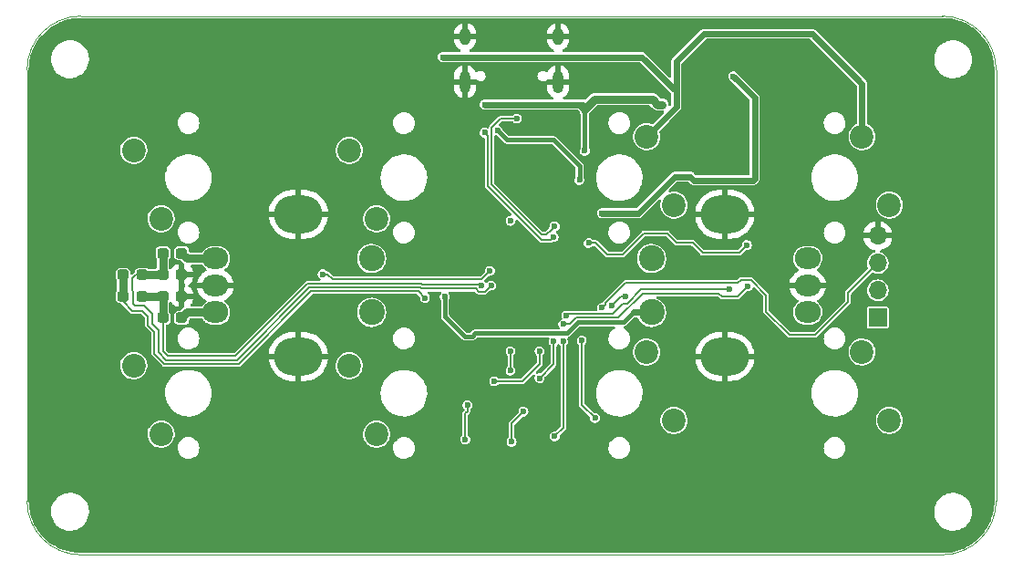
<source format=gtl>
G04 #@! TF.GenerationSoftware,KiCad,Pcbnew,(5.99.0-4013-gfd874d834)*
G04 #@! TF.CreationDate,2020-10-14T12:43:30+02:00*
G04 #@! TF.ProjectId,OtterPill,4f747465-7250-4696-9c6c-2e6b69636164,rev?*
G04 #@! TF.SameCoordinates,Original*
G04 #@! TF.FileFunction,Copper,L1,Top*
G04 #@! TF.FilePolarity,Positive*
%FSLAX46Y46*%
G04 Gerber Fmt 4.6, Leading zero omitted, Abs format (unit mm)*
G04 Created by KiCad (PCBNEW (5.99.0-4013-gfd874d834)) date 2020-10-14 12:43:30*
%MOMM*%
%LPD*%
G01*
G04 APERTURE LIST*
G04 Aperture macros list*
%AMRoundRect*
0 Rectangle with rounded corners*
0 $1 Rounding radius*
0 $2 $3 $4 $5 $6 $7 $8 $9 X,Y pos of 4 corners*
0 Add a 4 corners polygon primitive as box body*
4,1,4,$2,$3,$4,$5,$6,$7,$8,$9,$2,$3,0*
0 Add four circle primitives for the rounded corners*
1,1,$1+$1,$2,$3,0*
1,1,$1+$1,$4,$5,0*
1,1,$1+$1,$6,$7,0*
1,1,$1+$1,$8,$9,0*
0 Add four rect primitives between the rounded corners*
20,1,$1+$1,$2,$3,$4,$5,0*
20,1,$1+$1,$4,$5,$6,$7,0*
20,1,$1+$1,$6,$7,$8,$9,0*
20,1,$1+$1,$8,$9,$2,$3,0*%
G04 Aperture macros list end*
G04 #@! TA.AperFunction,Profile*
%ADD10C,0.050000*%
G04 #@! TD*
G04 #@! TA.AperFunction,SMDPad,CuDef*
%ADD11RoundRect,0.237500X-0.287500X-0.237500X0.287500X-0.237500X0.287500X0.237500X-0.287500X0.237500X0*%
G04 #@! TD*
G04 #@! TA.AperFunction,SMDPad,CuDef*
%ADD12RoundRect,0.237500X0.287500X0.237500X-0.287500X0.237500X-0.287500X-0.237500X0.287500X-0.237500X0*%
G04 #@! TD*
G04 #@! TA.AperFunction,ComponentPad*
%ADD13O,2.400000X2.000000*%
G04 #@! TD*
G04 #@! TA.AperFunction,ComponentPad*
%ADD14C,2.400000*%
G04 #@! TD*
G04 #@! TA.AperFunction,ComponentPad*
%ADD15O,4.500000X3.500000*%
G04 #@! TD*
G04 #@! TA.AperFunction,ComponentPad*
%ADD16C,2.200000*%
G04 #@! TD*
G04 #@! TA.AperFunction,ComponentPad*
%ADD17R,1.700000X1.700000*%
G04 #@! TD*
G04 #@! TA.AperFunction,ComponentPad*
%ADD18O,1.700000X1.700000*%
G04 #@! TD*
G04 #@! TA.AperFunction,ComponentPad*
%ADD19O,1.000000X2.100000*%
G04 #@! TD*
G04 #@! TA.AperFunction,ComponentPad*
%ADD20O,1.000000X1.600000*%
G04 #@! TD*
G04 #@! TA.AperFunction,ViaPad*
%ADD21C,0.600000*%
G04 #@! TD*
G04 #@! TA.AperFunction,Conductor*
%ADD22C,0.200000*%
G04 #@! TD*
G04 #@! TA.AperFunction,Conductor*
%ADD23C,0.600000*%
G04 #@! TD*
G04 #@! TA.AperFunction,Conductor*
%ADD24C,0.400000*%
G04 #@! TD*
G04 #@! TA.AperFunction,Conductor*
%ADD25C,0.800000*%
G04 #@! TD*
G04 APERTURE END LIST*
D10*
X225200000Y-48500000D02*
X225200000Y-88500000D01*
X140200000Y-93500000D02*
G75*
G02*
X135200000Y-88500000I0J5000000D01*
G01*
X220200000Y-43500000D02*
G75*
G02*
X225200000Y-48500000I0J-5000000D01*
G01*
X225200000Y-88500000D02*
G75*
G02*
X220200000Y-93500000I-5000000J0D01*
G01*
X140200000Y-43500000D02*
X220200000Y-43500000D01*
X135200000Y-48500000D02*
G75*
G02*
X140200000Y-43500000I5000000J0D01*
G01*
X135200000Y-88500000D02*
X135200000Y-48500000D01*
X220200000Y-93500000D02*
X140200000Y-93500000D01*
D11*
X147825000Y-69500000D03*
X149575000Y-69500000D03*
D12*
X149575000Y-67500000D03*
X147825000Y-67500000D03*
D11*
X144125000Y-69500000D03*
X145875000Y-69500000D03*
D12*
X149575000Y-71500000D03*
X147825000Y-71500000D03*
D11*
X147825000Y-65500000D03*
X149575000Y-65500000D03*
D12*
X145875000Y-67500000D03*
X144125000Y-67500000D03*
D13*
X152700000Y-66000000D03*
X152700000Y-68500000D03*
X152700000Y-71000000D03*
D14*
X167200000Y-66000000D03*
X167200000Y-71000000D03*
D15*
X160400000Y-75100000D03*
X160400000Y-61900000D03*
D16*
X145120000Y-75960000D03*
X147660000Y-82310000D03*
D13*
X207700000Y-71000000D03*
X207700000Y-68500000D03*
X207700000Y-66000000D03*
D14*
X193200000Y-71000000D03*
X193200000Y-66000000D03*
D15*
X200000000Y-61900000D03*
X200000000Y-75100000D03*
D16*
X215280000Y-61040000D03*
X212740000Y-54690000D03*
X145120000Y-55960000D03*
X147660000Y-62310000D03*
X195280000Y-61040000D03*
X192740000Y-54690000D03*
X165120000Y-55960000D03*
X167660000Y-62310000D03*
X195280000Y-81040000D03*
X192740000Y-74690000D03*
X215280000Y-81040000D03*
X212740000Y-74690000D03*
X165120000Y-75960000D03*
X167660000Y-82310000D03*
D17*
X214200000Y-71500000D03*
D18*
X214200000Y-68960000D03*
X214200000Y-66420000D03*
X214200000Y-63880000D03*
D19*
X184520000Y-49585000D03*
X175880000Y-49585000D03*
D20*
X184520000Y-45405000D03*
X175880000Y-45405000D03*
D21*
X185800000Y-64200000D03*
X186100000Y-63400000D03*
X188300000Y-68150000D03*
X187450000Y-70100000D03*
X181200000Y-54300000D03*
X198500000Y-48700000D03*
X175620000Y-64500000D03*
X166140000Y-60780000D03*
X176200000Y-72600000D03*
X202160000Y-70800000D03*
X188112019Y-69980226D03*
X207300000Y-57000000D03*
X180800000Y-56400000D03*
X187720000Y-72680000D03*
X198500000Y-48000000D03*
X198500000Y-46600000D03*
X182750000Y-67260000D03*
X198800000Y-55700000D03*
X198500000Y-47300000D03*
X206300000Y-57000000D03*
X205000000Y-68500000D03*
X174500000Y-55100000D03*
X184500000Y-52600000D03*
X182000000Y-74500000D03*
X177250000Y-67280000D03*
X183200000Y-53500000D03*
X175700000Y-72100000D03*
X187800000Y-52600000D03*
X188300000Y-67300000D03*
X181600000Y-56400000D03*
X196500000Y-56100000D03*
X206600000Y-53300000D03*
X195000000Y-54700000D03*
X187200000Y-65900000D03*
X179900000Y-65000000D03*
X187800000Y-45100000D03*
X200830000Y-57620000D03*
X179200000Y-65600000D03*
X149600000Y-68500000D03*
X183385000Y-67815000D03*
X199400000Y-54500000D03*
X186100000Y-52600000D03*
X186400000Y-65900000D03*
X178900000Y-56400000D03*
X181000000Y-74500000D03*
X209000000Y-55400000D03*
X198500000Y-49400000D03*
X198500000Y-45900000D03*
X207700000Y-53200000D03*
X175900000Y-56500000D03*
X185300000Y-52600000D03*
X198240000Y-59660000D03*
X180200000Y-83000000D03*
X180100000Y-74600000D03*
X172150000Y-69650000D03*
X180100000Y-76400000D03*
X178900000Y-54100000D03*
X200800000Y-49100000D03*
X180100000Y-62500000D03*
X188600000Y-61800000D03*
X196800000Y-58400000D03*
X181300000Y-80200000D03*
X186500000Y-58700000D03*
X176100000Y-79600000D03*
X175900000Y-82800000D03*
X188600000Y-70558968D03*
X187350000Y-64550000D03*
X202050000Y-64750000D03*
X184200000Y-63000000D03*
X180700000Y-53000000D03*
X177700000Y-54300000D03*
X184100000Y-64000000D03*
X177700000Y-51700000D03*
X187000000Y-56000000D03*
X194200000Y-51700000D03*
X183000000Y-51700000D03*
X178300000Y-68500000D03*
X178600000Y-77400000D03*
X182800000Y-74600000D03*
X173800000Y-47300000D03*
X185000000Y-72100000D03*
X202150000Y-68550000D03*
X185300000Y-71300000D03*
X200400000Y-68850000D03*
X185000000Y-73700000D03*
X184200000Y-82500000D03*
X184100000Y-73700000D03*
X182800000Y-77100000D03*
X190800000Y-69500000D03*
X189530539Y-70380529D03*
X186710280Y-73610280D03*
X187950000Y-80800000D03*
X178200000Y-67150000D03*
X162650000Y-67450000D03*
X177400000Y-68507010D03*
X174000000Y-69550000D03*
D22*
X171550000Y-69050000D02*
X161554890Y-69050000D01*
X145000000Y-70850000D02*
X144125000Y-69975000D01*
X180100000Y-74600000D02*
X180100000Y-76400000D01*
D23*
X202594002Y-58740000D02*
X202760000Y-58574002D01*
D22*
X144125000Y-69975000D02*
X144125000Y-69500000D01*
D23*
X201099999Y-49399999D02*
X200800000Y-49100000D01*
D22*
X180200000Y-81300000D02*
X181300000Y-80200000D01*
X146442991Y-72197879D02*
X146442990Y-71392990D01*
D23*
X197140000Y-58740000D02*
X202594002Y-58740000D01*
X202760000Y-57780000D02*
X202757001Y-57663361D01*
D22*
X147042989Y-72797877D02*
X146442991Y-72197879D01*
D24*
X178900000Y-54100000D02*
X179800000Y-55000000D01*
D22*
X145900000Y-70850000D02*
X145000000Y-70850000D01*
D23*
X202757001Y-57663361D02*
X202757001Y-51057001D01*
X202757001Y-51057001D02*
X201099999Y-49399999D01*
D22*
X154840868Y-75764022D02*
X147959132Y-75764022D01*
D24*
X186500000Y-57400000D02*
X186500000Y-58700000D01*
D22*
X146442990Y-71392990D02*
X145900000Y-70850000D01*
D25*
X144125000Y-67500000D02*
X144125000Y-69500000D01*
D23*
X191980000Y-61800000D02*
X189024264Y-61800000D01*
X196800000Y-58400000D02*
X197140000Y-58740000D01*
D24*
X179800000Y-55000000D02*
X184100000Y-55000000D01*
D22*
X147959132Y-75764022D02*
X147042989Y-74847879D01*
D23*
X202760000Y-58574002D02*
X202760000Y-57780000D01*
X196800000Y-58400000D02*
X195380000Y-58400000D01*
D22*
X161554890Y-69050000D02*
X154840868Y-75764022D01*
D24*
X184100000Y-55000000D02*
X186500000Y-57400000D01*
D23*
X189024264Y-61800000D02*
X188600000Y-61800000D01*
D22*
X180200000Y-83000000D02*
X180200000Y-81300000D01*
X147042989Y-74847879D02*
X147042989Y-72797877D01*
X172150000Y-69650000D02*
X171550000Y-69050000D01*
D23*
X195380000Y-58400000D02*
X191980000Y-61800000D01*
D22*
X175900000Y-82800000D02*
X175900000Y-80400000D01*
X176100000Y-80200000D02*
X176100000Y-79600000D01*
X175900000Y-80400000D02*
X176100000Y-80200000D01*
X201192999Y-68292999D02*
X190757328Y-68292999D01*
X203850000Y-70950000D02*
X203850000Y-69450000D01*
X202417361Y-67992999D02*
X201492999Y-67992999D01*
X188899999Y-70258969D02*
X188600000Y-70558968D01*
X190757328Y-68292999D02*
X188899999Y-70150328D01*
X188899999Y-70150328D02*
X188899999Y-70258969D01*
X208350000Y-73100000D02*
X206000000Y-73100000D01*
X211450000Y-69170000D02*
X211450000Y-70000000D01*
X214200000Y-66420000D02*
X211450000Y-69170000D01*
X201492999Y-67992999D02*
X201192999Y-68292999D01*
X203850000Y-69450000D02*
X202417361Y-67992999D01*
X206000000Y-73100000D02*
X203850000Y-70950000D01*
X211450000Y-70000000D02*
X208350000Y-73100000D01*
X187350000Y-64550000D02*
X188000000Y-64550000D01*
X195542999Y-64542999D02*
X197032999Y-64542999D01*
X192500000Y-63650000D02*
X194650000Y-63650000D01*
X188000000Y-64550000D02*
X189082639Y-65632639D01*
X190517361Y-65632639D02*
X192500000Y-63650000D01*
X189082639Y-65632639D02*
X190517361Y-65632639D01*
X197930000Y-65440000D02*
X201360000Y-65440000D01*
X201360000Y-65440000D02*
X202050000Y-64750000D01*
X194650000Y-63650000D02*
X195542999Y-64542999D01*
X197032999Y-64542999D02*
X197930000Y-65440000D01*
X178342999Y-54438110D02*
X178347011Y-54442122D01*
X183414012Y-63785988D02*
X183900001Y-63299999D01*
X178342999Y-53832639D02*
X178342999Y-54438110D01*
X179175638Y-53000000D02*
X178342999Y-53832639D01*
X183900001Y-63299999D02*
X184200000Y-63000000D01*
X182985988Y-63785988D02*
X183414012Y-63785988D01*
X178347011Y-56671373D02*
X178347011Y-59147011D01*
X178347011Y-56128627D02*
X178342999Y-56132639D01*
X178347011Y-54442122D02*
X178347011Y-56128627D01*
X180700000Y-53000000D02*
X179175638Y-53000000D01*
X178342999Y-56667361D02*
X178347011Y-56671373D01*
X178347011Y-59147011D02*
X182985988Y-63785988D01*
X178342999Y-56132639D02*
X178342999Y-56667361D01*
X177990000Y-56819251D02*
X177990000Y-59294889D01*
X177700000Y-54300000D02*
X177990000Y-54590000D01*
X177985988Y-56815239D02*
X177990000Y-56819251D01*
X177990000Y-59294889D02*
X182995110Y-64299999D01*
X177985988Y-55984761D02*
X177985988Y-56815239D01*
X183800001Y-64299999D02*
X184100000Y-64000000D01*
X177990000Y-55980749D02*
X177985988Y-55984761D01*
X177990000Y-54590000D02*
X177990000Y-55980749D01*
X182995110Y-64299999D02*
X183800001Y-64299999D01*
D25*
X187100000Y-52000000D02*
X187900000Y-51200000D01*
D24*
X187000000Y-56000000D02*
X187000000Y-52300000D01*
D23*
X187100000Y-52200000D02*
X187000000Y-52300000D01*
D25*
X193275736Y-51200000D02*
X193775736Y-51700000D01*
D23*
X183000000Y-51700000D02*
X177700000Y-51700000D01*
D24*
X186400000Y-51700000D02*
X183000000Y-51700000D01*
D25*
X193775736Y-51700000D02*
X194200000Y-51700000D01*
D24*
X187000000Y-52300000D02*
X186400000Y-51700000D01*
D23*
X186800000Y-51700000D02*
X187100000Y-52000000D01*
X183000000Y-51700000D02*
X186800000Y-51700000D01*
D25*
X187900000Y-51200000D02*
X193275736Y-51200000D01*
D23*
X187100000Y-52000000D02*
X187100000Y-52200000D01*
D22*
X171804888Y-68799999D02*
X171697878Y-68692989D01*
X161407012Y-68692989D02*
X154692990Y-75407011D01*
X154692990Y-75407011D02*
X148107010Y-75407011D01*
X146800000Y-72050000D02*
X146800000Y-71150000D01*
X178300000Y-68500000D02*
X177735989Y-69064011D01*
X145250000Y-70400000D02*
X145050000Y-70200000D01*
X145000000Y-67850000D02*
X145350000Y-67500000D01*
X176868627Y-68799999D02*
X171804888Y-68799999D01*
X145350000Y-67500000D02*
X145875000Y-67500000D01*
X148107010Y-75407011D02*
X147400000Y-74700001D01*
X171697878Y-68692989D02*
X161407012Y-68692989D01*
X146050000Y-70400000D02*
X145250000Y-70400000D01*
X177132639Y-69064011D02*
X176868627Y-68799999D01*
D25*
X147825000Y-65500000D02*
X147825000Y-67500000D01*
X145875000Y-67500000D02*
X147825000Y-67500000D01*
D22*
X147400000Y-72649999D02*
X146800000Y-72050000D01*
X147400000Y-74700001D02*
X147400000Y-72649999D01*
X145050000Y-70200000D02*
X145000000Y-67850000D01*
X177735989Y-69064011D02*
X177132639Y-69064011D01*
X146800000Y-71150000D02*
X146050000Y-70400000D01*
X182800000Y-75800000D02*
X181200000Y-77400000D01*
X181200000Y-77400000D02*
X178600000Y-77400000D01*
X182800000Y-74600000D02*
X182800000Y-75800000D01*
D23*
X198057001Y-45142999D02*
X208112999Y-45142999D01*
X212740000Y-49770000D02*
X212740000Y-54690000D01*
X208112999Y-45142999D02*
X212740000Y-49770000D01*
X195500000Y-50500000D02*
X192300000Y-47300000D01*
X192740000Y-54690000D02*
X195500000Y-51930000D01*
X192300000Y-47300000D02*
X173800000Y-47300000D01*
X195500000Y-50500000D02*
X195500000Y-47700000D01*
X195500000Y-51930000D02*
X195500000Y-50500000D01*
X195500000Y-47700000D02*
X198057001Y-45142999D01*
D22*
X199450000Y-69250000D02*
X199750000Y-69550000D01*
X186201371Y-71472989D02*
X190120701Y-71472989D01*
X201850001Y-68849999D02*
X202150000Y-68550000D01*
X199750000Y-69550000D02*
X201150000Y-69550000D01*
X192343690Y-69250000D02*
X199450000Y-69250000D01*
X201150000Y-69550000D02*
X201850001Y-68849999D01*
X190120701Y-71472989D02*
X192343690Y-69250000D01*
X185000000Y-72100000D02*
X185574360Y-72100000D01*
X185574360Y-72100000D02*
X186201371Y-71472989D01*
X185300000Y-71300000D02*
X185484022Y-71115978D01*
X190512822Y-70185978D02*
X190902822Y-70185978D01*
X190902822Y-70185978D02*
X192238800Y-68850000D01*
X189582822Y-71115978D02*
X190512822Y-70185978D01*
X192238800Y-68850000D02*
X200400000Y-68850000D01*
X185484022Y-71115978D02*
X189582822Y-71115978D01*
X184200000Y-82500000D02*
X185000000Y-81700000D01*
X185000000Y-81700000D02*
X185000000Y-73700000D01*
X184100000Y-73700000D02*
X184100000Y-75800000D01*
X184100000Y-75800000D02*
X182800000Y-77100000D01*
X189530539Y-70345197D02*
X189530539Y-70380529D01*
X190375736Y-69500000D02*
X189530539Y-70345197D01*
X190800000Y-69500000D02*
X190375736Y-69500000D01*
X187950000Y-80800000D02*
X186710280Y-79560280D01*
X186710280Y-79560280D02*
X186710280Y-73610280D01*
X163574264Y-67950000D02*
X177400000Y-67950000D01*
X162650000Y-67450000D02*
X163074264Y-67450000D01*
X177400000Y-67950000D02*
X178200000Y-67150000D01*
X163074264Y-67450000D02*
X163574264Y-67950000D01*
X161259134Y-68335978D02*
X171845756Y-68335978D01*
X147825000Y-74620112D02*
X148254888Y-75050000D01*
X171916788Y-68407010D02*
X177300000Y-68407010D01*
X154545112Y-75050000D02*
X161259134Y-68335978D01*
X147825000Y-71500000D02*
X147825000Y-74620112D01*
X148254888Y-75050000D02*
X154545112Y-75050000D01*
X177300000Y-68407010D02*
X177400000Y-68507010D01*
D25*
X147825000Y-69500000D02*
X147825000Y-71500000D01*
D22*
X171845756Y-68335978D02*
X171916788Y-68407010D01*
D25*
X147825000Y-69500000D02*
X145875000Y-69500000D01*
D24*
X176515361Y-73257001D02*
X175884639Y-73257001D01*
X185385163Y-72935508D02*
X176836854Y-72935508D01*
X186390671Y-71930000D02*
X185385163Y-72935508D01*
X175884639Y-73257001D02*
X174000000Y-71372362D01*
X190572944Y-71930000D02*
X186390671Y-71930000D01*
X176836854Y-72935508D02*
X176515361Y-73257001D01*
X191502944Y-71000000D02*
X190572944Y-71930000D01*
X174000000Y-71372362D02*
X174000000Y-69550000D01*
D23*
X193200000Y-71000000D02*
X191502944Y-71000000D01*
D25*
X152700000Y-71000000D02*
X150075000Y-71000000D01*
X150075000Y-71000000D02*
X149575000Y-71500000D01*
X150075000Y-66000000D02*
X149575000Y-65500000D01*
X152700000Y-66000000D02*
X150075000Y-66000000D01*
G04 #@! TA.AperFunction,Conductor*
G36*
X220199320Y-43657125D02*
G01*
X220485450Y-43669868D01*
X220624888Y-43676078D01*
X220636055Y-43677074D01*
X221052037Y-43732947D01*
X221063072Y-43734933D01*
X221472427Y-43827562D01*
X221483241Y-43830520D01*
X221554565Y-43853488D01*
X221882760Y-43959175D01*
X221893256Y-43963079D01*
X222135336Y-44065588D01*
X222279726Y-44126730D01*
X222289845Y-44131556D01*
X222327223Y-44151472D01*
X222640394Y-44318338D01*
X222660263Y-44328925D01*
X222669913Y-44334632D01*
X222983794Y-44539640D01*
X223021305Y-44564140D01*
X223030406Y-44570679D01*
X223343293Y-44817340D01*
X223360010Y-44830519D01*
X223368492Y-44837841D01*
X223673702Y-45125958D01*
X223681493Y-45133998D01*
X223800813Y-45268628D01*
X223959882Y-45448107D01*
X223966937Y-45456820D01*
X224216283Y-45794409D01*
X224222537Y-45803715D01*
X224440901Y-46162158D01*
X224446302Y-46171983D01*
X224631932Y-46548404D01*
X224636438Y-46558670D01*
X224654619Y-46605664D01*
X224787288Y-46948589D01*
X224787869Y-46950092D01*
X224791443Y-46960711D01*
X224904303Y-47353005D01*
X224907486Y-47364069D01*
X224910101Y-47374963D01*
X224978630Y-47729162D01*
X224989827Y-47787033D01*
X224991465Y-47798123D01*
X225019269Y-48069499D01*
X225034469Y-48217854D01*
X225035073Y-48227068D01*
X225042948Y-48500435D01*
X225043000Y-48504063D01*
X225043001Y-88493691D01*
X225042876Y-88499297D01*
X225023922Y-88924887D01*
X225022926Y-88936054D01*
X224967053Y-89352036D01*
X224965067Y-89363071D01*
X224872442Y-89772415D01*
X224869484Y-89783229D01*
X224810533Y-89966294D01*
X224768076Y-90098138D01*
X224740831Y-90182742D01*
X224736924Y-90193244D01*
X224688016Y-90308746D01*
X224573273Y-90579719D01*
X224568447Y-90589838D01*
X224371085Y-90960244D01*
X224365378Y-90969895D01*
X224135867Y-91321296D01*
X224129324Y-91330401D01*
X223869490Y-91660001D01*
X223862168Y-91668483D01*
X223660078Y-91882562D01*
X223574051Y-91973692D01*
X223566006Y-91981488D01*
X223251896Y-92259880D01*
X223243202Y-92266920D01*
X222905590Y-92516285D01*
X222896308Y-92522523D01*
X222573253Y-92719330D01*
X222537857Y-92740893D01*
X222528033Y-92746294D01*
X222151601Y-92931931D01*
X222141335Y-92936437D01*
X221749906Y-93087870D01*
X221739301Y-93091440D01*
X221335915Y-93207491D01*
X221325029Y-93210104D01*
X220912961Y-93289827D01*
X220901884Y-93291463D01*
X220594806Y-93322926D01*
X220482145Y-93334469D01*
X220472931Y-93335073D01*
X220199565Y-93342948D01*
X220195937Y-93343000D01*
X140206286Y-93343000D01*
X140200680Y-93342875D01*
X140097011Y-93338258D01*
X139775113Y-93323922D01*
X139763946Y-93322926D01*
X139347964Y-93267053D01*
X139336929Y-93265067D01*
X138927585Y-93172442D01*
X138916771Y-93169484D01*
X138663315Y-93087865D01*
X138517252Y-93040829D01*
X138506756Y-93036924D01*
X138120281Y-92873273D01*
X138110162Y-92868447D01*
X137739756Y-92671085D01*
X137730105Y-92665378D01*
X137378704Y-92435867D01*
X137369599Y-92429324D01*
X137073310Y-92195750D01*
X137039994Y-92169486D01*
X137031512Y-92162164D01*
X136945450Y-92080921D01*
X136726303Y-91874045D01*
X136718506Y-91866000D01*
X136603972Y-91736771D01*
X136440120Y-91551896D01*
X136433080Y-91543202D01*
X136183715Y-91205590D01*
X136177477Y-91196308D01*
X135959107Y-90837857D01*
X135953706Y-90828033D01*
X135768069Y-90451601D01*
X135763563Y-90441335D01*
X135724651Y-90340754D01*
X135612130Y-90049906D01*
X135608558Y-90039294D01*
X135492509Y-89635915D01*
X135489894Y-89625021D01*
X135484153Y-89595346D01*
X135456783Y-89453876D01*
X137438604Y-89453876D01*
X137438828Y-89458542D01*
X137438828Y-89458547D01*
X137440971Y-89503160D01*
X137451134Y-89714734D01*
X137502083Y-89970874D01*
X137590333Y-90216670D01*
X137592549Y-90220794D01*
X137657006Y-90340754D01*
X137713944Y-90446722D01*
X137716739Y-90450465D01*
X137716741Y-90450468D01*
X137867410Y-90652238D01*
X137867415Y-90652244D01*
X137870202Y-90655976D01*
X137873511Y-90659256D01*
X137873516Y-90659262D01*
X138052356Y-90836547D01*
X138055673Y-90839835D01*
X138266282Y-90994261D01*
X138270425Y-90996441D01*
X138270427Y-90996442D01*
X138493254Y-91113677D01*
X138493259Y-91113679D01*
X138497404Y-91115860D01*
X138501827Y-91117405D01*
X138501828Y-91117405D01*
X138727739Y-91196296D01*
X138743961Y-91201961D01*
X139000536Y-91250674D01*
X139124612Y-91255549D01*
X139256825Y-91260744D01*
X139256830Y-91260744D01*
X139261493Y-91260927D01*
X139368659Y-91249190D01*
X139516446Y-91233005D01*
X139516451Y-91233004D01*
X139521099Y-91232495D01*
X139525623Y-91231304D01*
X139769128Y-91167195D01*
X139769130Y-91167194D01*
X139773651Y-91166004D01*
X139890364Y-91115860D01*
X140009307Y-91064758D01*
X140009309Y-91064757D01*
X140013601Y-91062913D01*
X140235678Y-90925488D01*
X140435002Y-90756747D01*
X140481230Y-90704034D01*
X140604114Y-90563913D01*
X140604118Y-90563908D01*
X140607196Y-90560398D01*
X140748476Y-90340754D01*
X140855738Y-90102639D01*
X140926627Y-89851286D01*
X140959585Y-89592216D01*
X140962000Y-89500000D01*
X140958573Y-89453876D01*
X219438604Y-89453876D01*
X219438828Y-89458542D01*
X219438828Y-89458547D01*
X219440971Y-89503160D01*
X219451134Y-89714734D01*
X219502083Y-89970874D01*
X219590333Y-90216670D01*
X219592549Y-90220794D01*
X219657006Y-90340754D01*
X219713944Y-90446722D01*
X219716739Y-90450465D01*
X219716741Y-90450468D01*
X219867410Y-90652238D01*
X219867415Y-90652244D01*
X219870202Y-90655976D01*
X219873511Y-90659256D01*
X219873516Y-90659262D01*
X220052356Y-90836547D01*
X220055673Y-90839835D01*
X220266282Y-90994261D01*
X220270425Y-90996441D01*
X220270427Y-90996442D01*
X220493254Y-91113677D01*
X220493259Y-91113679D01*
X220497404Y-91115860D01*
X220501827Y-91117405D01*
X220501828Y-91117405D01*
X220727739Y-91196296D01*
X220743961Y-91201961D01*
X221000536Y-91250674D01*
X221124612Y-91255549D01*
X221256825Y-91260744D01*
X221256830Y-91260744D01*
X221261493Y-91260927D01*
X221368659Y-91249190D01*
X221516446Y-91233005D01*
X221516451Y-91233004D01*
X221521099Y-91232495D01*
X221525623Y-91231304D01*
X221769128Y-91167195D01*
X221769130Y-91167194D01*
X221773651Y-91166004D01*
X221890364Y-91115860D01*
X222009307Y-91064758D01*
X222009309Y-91064757D01*
X222013601Y-91062913D01*
X222235678Y-90925488D01*
X222435002Y-90756747D01*
X222481230Y-90704034D01*
X222604114Y-90563913D01*
X222604118Y-90563908D01*
X222607196Y-90560398D01*
X222748476Y-90340754D01*
X222855738Y-90102639D01*
X222926627Y-89851286D01*
X222959585Y-89592216D01*
X222962000Y-89500000D01*
X222954260Y-89395841D01*
X222942992Y-89244212D01*
X222942991Y-89244208D01*
X222942646Y-89239560D01*
X222885009Y-88984841D01*
X222881513Y-88975851D01*
X222792048Y-88745792D01*
X222792047Y-88745790D01*
X222790355Y-88741439D01*
X222660764Y-88514702D01*
X222499083Y-88309610D01*
X222308863Y-88130669D01*
X222094283Y-87981809D01*
X222090093Y-87979743D01*
X222090090Y-87979741D01*
X221864245Y-87868367D01*
X221864242Y-87868366D01*
X221860057Y-87866302D01*
X221611331Y-87786684D01*
X221526364Y-87772846D01*
X221358181Y-87745456D01*
X221358177Y-87745456D01*
X221353568Y-87744705D01*
X221223000Y-87742995D01*
X221097109Y-87741347D01*
X221097106Y-87741347D01*
X221092432Y-87741286D01*
X220897590Y-87767803D01*
X220838288Y-87775874D01*
X220838286Y-87775874D01*
X220833660Y-87776504D01*
X220829178Y-87777810D01*
X220829175Y-87777811D01*
X220801307Y-87785934D01*
X220582935Y-87849584D01*
X220578688Y-87851542D01*
X220578685Y-87851543D01*
X220542191Y-87868367D01*
X220345765Y-87958920D01*
X220341856Y-87961483D01*
X220131275Y-88099545D01*
X220131270Y-88099549D01*
X220127362Y-88102111D01*
X219932523Y-88276012D01*
X219765528Y-88476801D01*
X219763104Y-88480795D01*
X219763103Y-88480797D01*
X219740067Y-88518760D01*
X219630047Y-88700069D01*
X219628238Y-88704383D01*
X219628237Y-88704385D01*
X219531090Y-88936054D01*
X219529054Y-88940909D01*
X219464769Y-89194032D01*
X219438604Y-89453876D01*
X140958573Y-89453876D01*
X140954260Y-89395841D01*
X140942992Y-89244212D01*
X140942991Y-89244208D01*
X140942646Y-89239560D01*
X140885009Y-88984841D01*
X140881513Y-88975851D01*
X140792048Y-88745792D01*
X140792047Y-88745790D01*
X140790355Y-88741439D01*
X140660764Y-88514702D01*
X140499083Y-88309610D01*
X140308863Y-88130669D01*
X140094283Y-87981809D01*
X140090093Y-87979743D01*
X140090090Y-87979741D01*
X139864245Y-87868367D01*
X139864242Y-87868366D01*
X139860057Y-87866302D01*
X139611331Y-87786684D01*
X139526364Y-87772846D01*
X139358181Y-87745456D01*
X139358177Y-87745456D01*
X139353568Y-87744705D01*
X139223000Y-87742995D01*
X139097109Y-87741347D01*
X139097106Y-87741347D01*
X139092432Y-87741286D01*
X138897590Y-87767803D01*
X138838288Y-87775874D01*
X138838286Y-87775874D01*
X138833660Y-87776504D01*
X138829178Y-87777810D01*
X138829175Y-87777811D01*
X138801307Y-87785934D01*
X138582935Y-87849584D01*
X138578688Y-87851542D01*
X138578685Y-87851543D01*
X138542191Y-87868367D01*
X138345765Y-87958920D01*
X138341856Y-87961483D01*
X138131275Y-88099545D01*
X138131270Y-88099549D01*
X138127362Y-88102111D01*
X137932523Y-88276012D01*
X137765528Y-88476801D01*
X137763104Y-88480795D01*
X137763103Y-88480797D01*
X137740067Y-88518760D01*
X137630047Y-88700069D01*
X137628238Y-88704383D01*
X137628237Y-88704385D01*
X137531090Y-88936054D01*
X137529054Y-88940909D01*
X137464769Y-89194032D01*
X137438604Y-89453876D01*
X135456783Y-89453876D01*
X135410173Y-89212961D01*
X135408536Y-89201878D01*
X135408210Y-89198690D01*
X135365531Y-88782145D01*
X135364927Y-88772931D01*
X135357052Y-88499565D01*
X135357000Y-88495937D01*
X135357000Y-82389242D01*
X146400490Y-82389242D01*
X146414006Y-82477567D01*
X146432463Y-82598179D01*
X146434429Y-82611029D01*
X146452567Y-82664006D01*
X146500306Y-82803440D01*
X146507106Y-82823302D01*
X146616224Y-83019349D01*
X146619776Y-83023689D01*
X146619779Y-83023693D01*
X146724264Y-83151348D01*
X146758335Y-83192975D01*
X146799394Y-83228043D01*
X146924682Y-83335049D01*
X146924686Y-83335052D01*
X146928947Y-83338691D01*
X147122667Y-83451892D01*
X147127933Y-83453819D01*
X147127937Y-83453821D01*
X147328106Y-83527072D01*
X147328109Y-83527073D01*
X147333370Y-83528998D01*
X147338886Y-83529961D01*
X147338891Y-83529962D01*
X147509541Y-83559745D01*
X147554399Y-83567574D01*
X147560005Y-83567545D01*
X147560009Y-83567545D01*
X147663025Y-83567005D01*
X147778765Y-83566399D01*
X147781619Y-83565870D01*
X149188099Y-83565870D01*
X149204626Y-83762685D01*
X149259066Y-83952542D01*
X149261885Y-83958027D01*
X149346529Y-84122727D01*
X149346532Y-84122732D01*
X149349347Y-84128209D01*
X149472028Y-84282994D01*
X149476722Y-84286988D01*
X149476722Y-84286989D01*
X149501643Y-84308198D01*
X149622438Y-84411003D01*
X149794847Y-84507359D01*
X149982688Y-84568392D01*
X150178806Y-84591778D01*
X150184941Y-84591306D01*
X150184943Y-84591306D01*
X150369589Y-84577098D01*
X150369592Y-84577097D01*
X150375732Y-84576625D01*
X150565964Y-84523512D01*
X150742257Y-84434460D01*
X150777392Y-84407010D01*
X150893039Y-84316656D01*
X150897895Y-84312862D01*
X151026951Y-84163350D01*
X151044170Y-84133040D01*
X151121465Y-83996974D01*
X151121466Y-83996973D01*
X151124508Y-83991617D01*
X151186851Y-83804207D01*
X151211605Y-83608257D01*
X151212000Y-83580000D01*
X151192727Y-83383435D01*
X151135641Y-83194357D01*
X151103350Y-83133626D01*
X151045810Y-83025410D01*
X151045808Y-83025407D01*
X151042916Y-83019968D01*
X150918086Y-82866910D01*
X150765903Y-82741014D01*
X150592166Y-82647074D01*
X150403491Y-82588670D01*
X150397366Y-82588026D01*
X150397365Y-82588026D01*
X150213193Y-82568669D01*
X150213192Y-82568669D01*
X150207065Y-82568025D01*
X150086743Y-82578975D01*
X150016511Y-82585366D01*
X150016510Y-82585366D01*
X150010370Y-82585925D01*
X150000663Y-82588782D01*
X149826809Y-82639950D01*
X149826806Y-82639951D01*
X149820898Y-82641690D01*
X149645866Y-82733195D01*
X149641068Y-82737053D01*
X149641066Y-82737054D01*
X149576730Y-82788782D01*
X149491941Y-82856954D01*
X149487982Y-82861672D01*
X149487981Y-82861673D01*
X149413417Y-82950534D01*
X149364985Y-83008253D01*
X149362022Y-83013642D01*
X149362019Y-83013647D01*
X149286318Y-83151348D01*
X149269835Y-83181331D01*
X149210115Y-83369593D01*
X149209429Y-83375710D01*
X149209428Y-83375714D01*
X149192626Y-83525511D01*
X149188099Y-83565870D01*
X147781619Y-83565870D01*
X147999377Y-83525511D01*
X148004626Y-83523528D01*
X148004628Y-83523527D01*
X148081769Y-83494378D01*
X148209262Y-83446202D01*
X148231918Y-83432643D01*
X148303890Y-83389568D01*
X148401785Y-83330979D01*
X148406005Y-83327297D01*
X148406010Y-83327294D01*
X148566631Y-83187175D01*
X148570861Y-83183485D01*
X148628718Y-83111268D01*
X148707641Y-83012757D01*
X148707644Y-83012752D01*
X148711147Y-83008380D01*
X148818206Y-82811201D01*
X148888657Y-82598179D01*
X148889995Y-82588782D01*
X148911026Y-82440999D01*
X148918392Y-82389242D01*
X166400490Y-82389242D01*
X166414006Y-82477567D01*
X166432463Y-82598179D01*
X166434429Y-82611029D01*
X166452567Y-82664006D01*
X166500306Y-82803440D01*
X166507106Y-82823302D01*
X166616224Y-83019349D01*
X166619776Y-83023689D01*
X166619779Y-83023693D01*
X166724264Y-83151348D01*
X166758335Y-83192975D01*
X166799394Y-83228043D01*
X166924682Y-83335049D01*
X166924686Y-83335052D01*
X166928947Y-83338691D01*
X167122667Y-83451892D01*
X167127933Y-83453819D01*
X167127937Y-83453821D01*
X167328106Y-83527072D01*
X167328109Y-83527073D01*
X167333370Y-83528998D01*
X167338886Y-83529961D01*
X167338891Y-83529962D01*
X167509541Y-83559745D01*
X167554399Y-83567574D01*
X167560005Y-83567545D01*
X167560009Y-83567545D01*
X167663025Y-83567005D01*
X167778765Y-83566399D01*
X167781619Y-83565870D01*
X169188099Y-83565870D01*
X169204626Y-83762685D01*
X169259066Y-83952542D01*
X169261885Y-83958027D01*
X169346529Y-84122727D01*
X169346532Y-84122732D01*
X169349347Y-84128209D01*
X169472028Y-84282994D01*
X169476722Y-84286988D01*
X169476722Y-84286989D01*
X169501643Y-84308198D01*
X169622438Y-84411003D01*
X169794847Y-84507359D01*
X169982688Y-84568392D01*
X170178806Y-84591778D01*
X170184941Y-84591306D01*
X170184943Y-84591306D01*
X170369589Y-84577098D01*
X170369592Y-84577097D01*
X170375732Y-84576625D01*
X170565964Y-84523512D01*
X170742257Y-84434460D01*
X170777392Y-84407010D01*
X170893039Y-84316656D01*
X170897895Y-84312862D01*
X171026951Y-84163350D01*
X171044170Y-84133040D01*
X171121465Y-83996974D01*
X171121466Y-83996973D01*
X171124508Y-83991617D01*
X171186851Y-83804207D01*
X171211605Y-83608257D01*
X171212000Y-83580000D01*
X171210615Y-83565870D01*
X189188099Y-83565870D01*
X189204626Y-83762685D01*
X189259066Y-83952542D01*
X189261885Y-83958027D01*
X189346529Y-84122727D01*
X189346532Y-84122732D01*
X189349347Y-84128209D01*
X189472028Y-84282994D01*
X189476722Y-84286988D01*
X189476722Y-84286989D01*
X189501643Y-84308198D01*
X189622438Y-84411003D01*
X189794847Y-84507359D01*
X189982688Y-84568392D01*
X190178806Y-84591778D01*
X190184941Y-84591306D01*
X190184943Y-84591306D01*
X190369589Y-84577098D01*
X190369592Y-84577097D01*
X190375732Y-84576625D01*
X190565964Y-84523512D01*
X190742257Y-84434460D01*
X190777392Y-84407010D01*
X190893039Y-84316656D01*
X190897895Y-84312862D01*
X191026951Y-84163350D01*
X191044170Y-84133040D01*
X191121465Y-83996974D01*
X191121466Y-83996973D01*
X191124508Y-83991617D01*
X191186851Y-83804207D01*
X191211605Y-83608257D01*
X191212000Y-83580000D01*
X191210615Y-83565870D01*
X209188099Y-83565870D01*
X209204626Y-83762685D01*
X209259066Y-83952542D01*
X209261885Y-83958027D01*
X209346529Y-84122727D01*
X209346532Y-84122732D01*
X209349347Y-84128209D01*
X209472028Y-84282994D01*
X209476722Y-84286988D01*
X209476722Y-84286989D01*
X209501643Y-84308198D01*
X209622438Y-84411003D01*
X209794847Y-84507359D01*
X209982688Y-84568392D01*
X210178806Y-84591778D01*
X210184941Y-84591306D01*
X210184943Y-84591306D01*
X210369589Y-84577098D01*
X210369592Y-84577097D01*
X210375732Y-84576625D01*
X210565964Y-84523512D01*
X210742257Y-84434460D01*
X210777392Y-84407010D01*
X210893039Y-84316656D01*
X210897895Y-84312862D01*
X211026951Y-84163350D01*
X211044170Y-84133040D01*
X211121465Y-83996974D01*
X211121466Y-83996973D01*
X211124508Y-83991617D01*
X211186851Y-83804207D01*
X211211605Y-83608257D01*
X211212000Y-83580000D01*
X211192727Y-83383435D01*
X211135641Y-83194357D01*
X211103350Y-83133626D01*
X211045810Y-83025410D01*
X211045808Y-83025407D01*
X211042916Y-83019968D01*
X210918086Y-82866910D01*
X210765903Y-82741014D01*
X210592166Y-82647074D01*
X210403491Y-82588670D01*
X210397366Y-82588026D01*
X210397365Y-82588026D01*
X210213193Y-82568669D01*
X210213192Y-82568669D01*
X210207065Y-82568025D01*
X210086743Y-82578975D01*
X210016511Y-82585366D01*
X210016510Y-82585366D01*
X210010370Y-82585925D01*
X210000663Y-82588782D01*
X209826809Y-82639950D01*
X209826806Y-82639951D01*
X209820898Y-82641690D01*
X209645866Y-82733195D01*
X209641068Y-82737053D01*
X209641066Y-82737054D01*
X209576730Y-82788782D01*
X209491941Y-82856954D01*
X209487982Y-82861672D01*
X209487981Y-82861673D01*
X209413417Y-82950534D01*
X209364985Y-83008253D01*
X209362022Y-83013642D01*
X209362019Y-83013647D01*
X209286318Y-83151348D01*
X209269835Y-83181331D01*
X209210115Y-83369593D01*
X209209429Y-83375710D01*
X209209428Y-83375714D01*
X209192626Y-83525511D01*
X209188099Y-83565870D01*
X191210615Y-83565870D01*
X191192727Y-83383435D01*
X191135641Y-83194357D01*
X191103350Y-83133626D01*
X191045810Y-83025410D01*
X191045808Y-83025407D01*
X191042916Y-83019968D01*
X190918086Y-82866910D01*
X190765903Y-82741014D01*
X190592166Y-82647074D01*
X190403491Y-82588670D01*
X190397366Y-82588026D01*
X190397365Y-82588026D01*
X190213193Y-82568669D01*
X190213192Y-82568669D01*
X190207065Y-82568025D01*
X190086743Y-82578975D01*
X190016511Y-82585366D01*
X190016510Y-82585366D01*
X190010370Y-82585925D01*
X190000663Y-82588782D01*
X189826809Y-82639950D01*
X189826806Y-82639951D01*
X189820898Y-82641690D01*
X189645866Y-82733195D01*
X189641068Y-82737053D01*
X189641066Y-82737054D01*
X189576730Y-82788782D01*
X189491941Y-82856954D01*
X189487982Y-82861672D01*
X189487981Y-82861673D01*
X189413417Y-82950534D01*
X189364985Y-83008253D01*
X189362022Y-83013642D01*
X189362019Y-83013647D01*
X189286318Y-83151348D01*
X189269835Y-83181331D01*
X189210115Y-83369593D01*
X189209429Y-83375710D01*
X189209428Y-83375714D01*
X189192626Y-83525511D01*
X189188099Y-83565870D01*
X171210615Y-83565870D01*
X171192727Y-83383435D01*
X171135641Y-83194357D01*
X171103350Y-83133626D01*
X171045810Y-83025410D01*
X171045808Y-83025407D01*
X171042916Y-83019968D01*
X170918086Y-82866910D01*
X170915980Y-82865167D01*
X175442114Y-82865167D01*
X175444813Y-82874191D01*
X175444813Y-82874193D01*
X175458113Y-82918666D01*
X175481517Y-82996923D01*
X175500552Y-83025410D01*
X175520823Y-83055747D01*
X175557921Y-83111268D01*
X175565222Y-83117212D01*
X175565223Y-83117213D01*
X175653296Y-83188916D01*
X175664568Y-83198093D01*
X175792032Y-83249721D01*
X175801417Y-83250534D01*
X175801418Y-83250534D01*
X175919661Y-83260775D01*
X175919664Y-83260775D01*
X175929041Y-83261587D01*
X175938242Y-83259606D01*
X175938244Y-83259606D01*
X176054278Y-83234625D01*
X176054281Y-83234624D01*
X176063482Y-83232643D01*
X176071694Y-83228044D01*
X176071697Y-83228043D01*
X176175254Y-83170048D01*
X176183470Y-83165447D01*
X176278394Y-83065940D01*
X176278780Y-83065167D01*
X179742114Y-83065167D01*
X179781517Y-83196923D01*
X179857921Y-83311268D01*
X179865222Y-83317212D01*
X179865223Y-83317213D01*
X179895077Y-83341518D01*
X179964568Y-83398093D01*
X180092032Y-83449721D01*
X180101417Y-83450534D01*
X180101418Y-83450534D01*
X180219661Y-83460775D01*
X180219664Y-83460775D01*
X180229041Y-83461587D01*
X180238242Y-83459606D01*
X180238244Y-83459606D01*
X180354278Y-83434625D01*
X180354281Y-83434624D01*
X180363482Y-83432643D01*
X180371694Y-83428044D01*
X180371697Y-83428043D01*
X180475254Y-83370048D01*
X180483470Y-83365447D01*
X180578394Y-83265940D01*
X180639864Y-83142920D01*
X180662443Y-83007265D01*
X180662500Y-83000000D01*
X180642054Y-82864006D01*
X180582525Y-82740036D01*
X180490974Y-82640998D01*
X180457500Y-82555470D01*
X180457500Y-81458850D01*
X180494405Y-81369754D01*
X181171155Y-80693005D01*
X181233467Y-80658980D01*
X181271121Y-80656571D01*
X181319660Y-80660775D01*
X181319663Y-80660775D01*
X181329041Y-80661587D01*
X181338242Y-80659606D01*
X181338244Y-80659606D01*
X181454278Y-80634625D01*
X181454281Y-80634624D01*
X181463482Y-80632643D01*
X181471694Y-80628044D01*
X181471697Y-80628043D01*
X181575254Y-80570048D01*
X181583470Y-80565447D01*
X181678394Y-80465940D01*
X181739864Y-80342920D01*
X181762443Y-80207265D01*
X181762500Y-80200000D01*
X181742054Y-80064006D01*
X181682525Y-79940036D01*
X181595759Y-79846173D01*
X181595572Y-79845971D01*
X181595571Y-79845970D01*
X181589175Y-79839051D01*
X181581031Y-79834320D01*
X181581029Y-79834319D01*
X181478399Y-79774706D01*
X181478395Y-79774704D01*
X181470258Y-79769978D01*
X181378189Y-79748638D01*
X181345465Y-79741053D01*
X181345463Y-79741053D01*
X181336287Y-79738926D01*
X181326891Y-79739591D01*
X181326888Y-79739591D01*
X181208511Y-79747972D01*
X181208509Y-79747973D01*
X181199109Y-79748638D01*
X181070850Y-79798258D01*
X180962852Y-79883397D01*
X180884662Y-79996528D01*
X180881823Y-80005505D01*
X180881822Y-80005507D01*
X180860377Y-80073316D01*
X180843194Y-80127649D01*
X180843120Y-80137070D01*
X180842293Y-80242344D01*
X180805392Y-80330449D01*
X180044476Y-81091365D01*
X180025383Y-81107035D01*
X180024876Y-81107374D01*
X180014385Y-81114384D01*
X179980267Y-81165447D01*
X179957483Y-81199546D01*
X179937500Y-81300000D01*
X179939921Y-81312170D01*
X179939921Y-81312172D01*
X179940080Y-81312971D01*
X179942501Y-81337553D01*
X179942500Y-82559493D01*
X179922498Y-82627614D01*
X179894507Y-82658442D01*
X179862852Y-82683397D01*
X179784662Y-82796528D01*
X179781823Y-82805505D01*
X179781822Y-82805507D01*
X179762954Y-82865167D01*
X179743194Y-82927649D01*
X179742114Y-83065167D01*
X176278780Y-83065167D01*
X176312880Y-82996923D01*
X176335653Y-82951348D01*
X176335653Y-82951347D01*
X176339864Y-82942920D01*
X176346737Y-82901630D01*
X176361630Y-82812149D01*
X176362443Y-82807265D01*
X176362500Y-82800000D01*
X176345646Y-82687898D01*
X176343454Y-82673316D01*
X176343453Y-82673314D01*
X176342054Y-82664006D01*
X176305932Y-82588782D01*
X176286600Y-82548522D01*
X176286600Y-82548521D01*
X176282525Y-82540036D01*
X176190974Y-82440998D01*
X176157500Y-82355470D01*
X176157500Y-80558849D01*
X176194405Y-80469754D01*
X176255524Y-80408635D01*
X176274621Y-80392962D01*
X176275299Y-80392509D01*
X176285616Y-80385616D01*
X176318707Y-80336090D01*
X176318710Y-80336088D01*
X176318709Y-80336087D01*
X176335624Y-80310772D01*
X176342518Y-80300455D01*
X176362500Y-80200000D01*
X176359921Y-80187035D01*
X176357500Y-80162453D01*
X176357500Y-80043130D01*
X176392330Y-79956159D01*
X176407711Y-79940036D01*
X176478394Y-79865940D01*
X176531261Y-79760138D01*
X176535653Y-79751348D01*
X176535653Y-79751347D01*
X176539864Y-79742920D01*
X176562443Y-79607265D01*
X176562500Y-79600000D01*
X176542054Y-79464006D01*
X176482525Y-79340036D01*
X176389175Y-79239051D01*
X176381031Y-79234320D01*
X176381029Y-79234319D01*
X176278399Y-79174706D01*
X176278395Y-79174704D01*
X176270258Y-79169978D01*
X176178189Y-79148638D01*
X176145465Y-79141053D01*
X176145463Y-79141053D01*
X176136287Y-79138926D01*
X176126891Y-79139591D01*
X176126888Y-79139591D01*
X176008511Y-79147972D01*
X176008509Y-79147973D01*
X175999109Y-79148638D01*
X175870850Y-79198258D01*
X175762852Y-79283397D01*
X175684662Y-79396528D01*
X175681823Y-79405505D01*
X175681822Y-79405507D01*
X175660377Y-79473316D01*
X175643194Y-79527649D01*
X175642114Y-79665167D01*
X175644813Y-79674191D01*
X175644813Y-79674193D01*
X175670516Y-79760138D01*
X175681517Y-79796923D01*
X175709890Y-79839385D01*
X175747372Y-79895480D01*
X175757921Y-79911268D01*
X175765222Y-79917212D01*
X175765223Y-79917213D01*
X175796051Y-79942311D01*
X175836250Y-80000831D01*
X175842500Y-80040023D01*
X175842500Y-80041149D01*
X175805596Y-80130244D01*
X175744471Y-80191370D01*
X175725375Y-80207041D01*
X175714385Y-80214384D01*
X175680454Y-80265167D01*
X175657483Y-80299546D01*
X175637500Y-80400000D01*
X175639921Y-80412170D01*
X175639921Y-80412172D01*
X175640080Y-80412971D01*
X175642501Y-80437553D01*
X175642500Y-82359493D01*
X175622498Y-82427614D01*
X175594507Y-82458442D01*
X175562852Y-82483397D01*
X175484662Y-82596528D01*
X175481823Y-82605505D01*
X175481822Y-82605507D01*
X175460377Y-82673316D01*
X175443194Y-82727649D01*
X175442114Y-82865167D01*
X170915980Y-82865167D01*
X170765903Y-82741014D01*
X170592166Y-82647074D01*
X170403491Y-82588670D01*
X170397366Y-82588026D01*
X170397365Y-82588026D01*
X170213193Y-82568669D01*
X170213192Y-82568669D01*
X170207065Y-82568025D01*
X170086743Y-82578975D01*
X170016511Y-82585366D01*
X170016510Y-82585366D01*
X170010370Y-82585925D01*
X170000663Y-82588782D01*
X169826809Y-82639950D01*
X169826806Y-82639951D01*
X169820898Y-82641690D01*
X169645866Y-82733195D01*
X169641068Y-82737053D01*
X169641066Y-82737054D01*
X169576730Y-82788782D01*
X169491941Y-82856954D01*
X169487982Y-82861672D01*
X169487981Y-82861673D01*
X169413417Y-82950534D01*
X169364985Y-83008253D01*
X169362022Y-83013642D01*
X169362019Y-83013647D01*
X169286318Y-83151348D01*
X169269835Y-83181331D01*
X169210115Y-83369593D01*
X169209429Y-83375710D01*
X169209428Y-83375714D01*
X169192626Y-83525511D01*
X169188099Y-83565870D01*
X167781619Y-83565870D01*
X167999377Y-83525511D01*
X168004626Y-83523528D01*
X168004628Y-83523527D01*
X168081769Y-83494378D01*
X168209262Y-83446202D01*
X168231918Y-83432643D01*
X168303890Y-83389568D01*
X168401785Y-83330979D01*
X168406005Y-83327297D01*
X168406010Y-83327294D01*
X168566631Y-83187175D01*
X168570861Y-83183485D01*
X168628718Y-83111268D01*
X168707641Y-83012757D01*
X168707644Y-83012752D01*
X168711147Y-83008380D01*
X168818206Y-82811201D01*
X168888657Y-82598179D01*
X168889995Y-82588782D01*
X168911026Y-82440999D01*
X168920270Y-82376048D01*
X168922000Y-82310000D01*
X168920889Y-82297545D01*
X168909555Y-82170560D01*
X168902055Y-82086519D01*
X168858312Y-81926620D01*
X168844332Y-81875518D01*
X168844331Y-81875514D01*
X168842850Y-81870102D01*
X168746256Y-81667590D01*
X168742564Y-81662452D01*
X168618604Y-81489941D01*
X168618599Y-81489936D01*
X168615328Y-81485383D01*
X168454202Y-81329242D01*
X168267973Y-81204101D01*
X168125481Y-81141551D01*
X168067669Y-81116173D01*
X168067667Y-81116172D01*
X168062527Y-81113916D01*
X167902838Y-81075578D01*
X167849814Y-81062848D01*
X167849813Y-81062848D01*
X167844357Y-81061538D01*
X167759591Y-81056651D01*
X167625967Y-81048946D01*
X167625964Y-81048946D01*
X167620360Y-81048623D01*
X167397615Y-81075578D01*
X167183165Y-81141551D01*
X167178185Y-81144121D01*
X167178181Y-81144123D01*
X167047219Y-81211718D01*
X166983787Y-81244458D01*
X166805783Y-81381045D01*
X166802010Y-81385191D01*
X166802005Y-81385196D01*
X166706695Y-81489941D01*
X166654779Y-81546996D01*
X166625708Y-81593340D01*
X166566436Y-81687828D01*
X166535550Y-81737064D01*
X166451863Y-81945242D01*
X166406364Y-82164949D01*
X166400490Y-82389242D01*
X148918392Y-82389242D01*
X148920270Y-82376048D01*
X148922000Y-82310000D01*
X148920889Y-82297545D01*
X148909555Y-82170560D01*
X148902055Y-82086519D01*
X148858312Y-81926620D01*
X148844332Y-81875518D01*
X148844331Y-81875514D01*
X148842850Y-81870102D01*
X148746256Y-81667590D01*
X148742564Y-81662452D01*
X148618604Y-81489941D01*
X148618599Y-81489936D01*
X148615328Y-81485383D01*
X148454202Y-81329242D01*
X148267973Y-81204101D01*
X148125481Y-81141551D01*
X148067669Y-81116173D01*
X148067667Y-81116172D01*
X148062527Y-81113916D01*
X147902838Y-81075578D01*
X147849814Y-81062848D01*
X147849813Y-81062848D01*
X147844357Y-81061538D01*
X147759591Y-81056651D01*
X147625967Y-81048946D01*
X147625964Y-81048946D01*
X147620360Y-81048623D01*
X147397615Y-81075578D01*
X147183165Y-81141551D01*
X147178185Y-81144121D01*
X147178181Y-81144123D01*
X147047219Y-81211718D01*
X146983787Y-81244458D01*
X146805783Y-81381045D01*
X146802010Y-81385191D01*
X146802005Y-81385196D01*
X146706695Y-81489941D01*
X146654779Y-81546996D01*
X146625708Y-81593340D01*
X146566436Y-81687828D01*
X146535550Y-81737064D01*
X146451863Y-81945242D01*
X146406364Y-82164949D01*
X146400490Y-82389242D01*
X135357000Y-82389242D01*
X135357000Y-78477360D01*
X148038119Y-78477360D01*
X148055048Y-78770970D01*
X148055873Y-78775175D01*
X148055874Y-78775183D01*
X148067401Y-78833934D01*
X148111668Y-79059567D01*
X148113055Y-79063617D01*
X148113056Y-79063622D01*
X148190955Y-79291144D01*
X148206932Y-79337809D01*
X148339076Y-79600548D01*
X148341502Y-79604077D01*
X148341505Y-79604083D01*
X148503224Y-79839385D01*
X148505655Y-79842922D01*
X148508542Y-79846095D01*
X148508543Y-79846096D01*
X148686027Y-80041149D01*
X148703586Y-80060446D01*
X148783960Y-80127649D01*
X148925916Y-80246343D01*
X148925921Y-80246347D01*
X148929208Y-80249095D01*
X149009634Y-80299546D01*
X149174705Y-80403095D01*
X149174709Y-80403097D01*
X149178345Y-80405378D01*
X149268248Y-80445971D01*
X149442475Y-80524638D01*
X149442479Y-80524640D01*
X149446387Y-80526404D01*
X149492408Y-80540036D01*
X149724261Y-80608714D01*
X149724265Y-80608715D01*
X149728374Y-80609932D01*
X149732608Y-80610580D01*
X149732613Y-80610581D01*
X149991302Y-80650166D01*
X150019089Y-80654418D01*
X150168859Y-80656771D01*
X150308859Y-80658970D01*
X150308865Y-80658970D01*
X150313150Y-80659037D01*
X150605118Y-80623705D01*
X150889590Y-80549075D01*
X151161301Y-80436529D01*
X151415224Y-80288148D01*
X151646660Y-80106679D01*
X151851327Y-79895480D01*
X151853860Y-79892032D01*
X151853864Y-79892027D01*
X152022899Y-79661913D01*
X152025437Y-79658458D01*
X152050581Y-79612149D01*
X152163718Y-79403775D01*
X152163719Y-79403773D01*
X152165768Y-79399999D01*
X152250900Y-79174706D01*
X152268207Y-79128905D01*
X152268208Y-79128901D01*
X152269725Y-79124887D01*
X152335382Y-78838211D01*
X152361526Y-78545278D01*
X152362000Y-78500000D01*
X152361831Y-78497519D01*
X152360457Y-78477360D01*
X168038119Y-78477360D01*
X168055048Y-78770970D01*
X168055873Y-78775175D01*
X168055874Y-78775183D01*
X168067401Y-78833934D01*
X168111668Y-79059567D01*
X168113055Y-79063617D01*
X168113056Y-79063622D01*
X168190955Y-79291144D01*
X168206932Y-79337809D01*
X168339076Y-79600548D01*
X168341502Y-79604077D01*
X168341505Y-79604083D01*
X168503224Y-79839385D01*
X168505655Y-79842922D01*
X168508542Y-79846095D01*
X168508543Y-79846096D01*
X168686027Y-80041149D01*
X168703586Y-80060446D01*
X168783960Y-80127649D01*
X168925916Y-80246343D01*
X168925921Y-80246347D01*
X168929208Y-80249095D01*
X169009634Y-80299546D01*
X169174705Y-80403095D01*
X169174709Y-80403097D01*
X169178345Y-80405378D01*
X169268248Y-80445971D01*
X169442475Y-80524638D01*
X169442479Y-80524640D01*
X169446387Y-80526404D01*
X169492408Y-80540036D01*
X169724261Y-80608714D01*
X169724265Y-80608715D01*
X169728374Y-80609932D01*
X169732608Y-80610580D01*
X169732613Y-80610581D01*
X169991302Y-80650166D01*
X170019089Y-80654418D01*
X170168859Y-80656771D01*
X170308859Y-80658970D01*
X170308865Y-80658970D01*
X170313150Y-80659037D01*
X170605118Y-80623705D01*
X170889590Y-80549075D01*
X171161301Y-80436529D01*
X171415224Y-80288148D01*
X171646660Y-80106679D01*
X171851327Y-79895480D01*
X171853860Y-79892032D01*
X171853864Y-79892027D01*
X172022899Y-79661913D01*
X172025437Y-79658458D01*
X172050581Y-79612149D01*
X172163718Y-79403775D01*
X172163719Y-79403773D01*
X172165768Y-79399999D01*
X172250900Y-79174706D01*
X172268207Y-79128905D01*
X172268208Y-79128901D01*
X172269725Y-79124887D01*
X172335382Y-78838211D01*
X172361526Y-78545278D01*
X172362000Y-78500000D01*
X172361831Y-78497519D01*
X172342289Y-78210860D01*
X172342288Y-78210854D01*
X172341997Y-78206583D01*
X172282357Y-77918595D01*
X172184186Y-77641366D01*
X172049298Y-77380026D01*
X172039399Y-77365940D01*
X171946407Y-77233626D01*
X171880190Y-77139409D01*
X171776336Y-77027649D01*
X171682912Y-76927113D01*
X171682909Y-76927111D01*
X171679991Y-76923970D01*
X171452406Y-76737694D01*
X171201646Y-76584028D01*
X171197729Y-76582309D01*
X171197726Y-76582307D01*
X170951434Y-76474193D01*
X170932351Y-76465816D01*
X170928223Y-76464640D01*
X170928220Y-76464639D01*
X170840654Y-76439695D01*
X170649505Y-76385245D01*
X170645263Y-76384641D01*
X170645257Y-76384640D01*
X170362592Y-76344411D01*
X170358341Y-76343806D01*
X170203328Y-76342994D01*
X170068533Y-76342288D01*
X170068526Y-76342288D01*
X170064247Y-76342266D01*
X170060002Y-76342825D01*
X170060000Y-76342825D01*
X169994726Y-76351419D01*
X169772665Y-76380654D01*
X169488990Y-76458258D01*
X169485042Y-76459942D01*
X169222425Y-76571958D01*
X169222421Y-76571960D01*
X169218473Y-76573644D01*
X169094279Y-76647972D01*
X168969799Y-76722471D01*
X168969795Y-76722474D01*
X168966117Y-76724675D01*
X168962774Y-76727353D01*
X168962770Y-76727356D01*
X168870062Y-76801630D01*
X168736594Y-76908558D01*
X168733650Y-76911660D01*
X168733646Y-76911664D01*
X168543393Y-77112149D01*
X168534150Y-77121889D01*
X168531651Y-77125367D01*
X168531650Y-77125368D01*
X168496566Y-77174193D01*
X168362532Y-77360722D01*
X168224915Y-77620635D01*
X168223440Y-77624666D01*
X168142376Y-77846184D01*
X168123845Y-77896821D01*
X168061193Y-78184168D01*
X168038119Y-78477360D01*
X152360457Y-78477360D01*
X152342289Y-78210860D01*
X152342288Y-78210854D01*
X152341997Y-78206583D01*
X152282357Y-77918595D01*
X152184186Y-77641366D01*
X152049298Y-77380026D01*
X152039399Y-77365940D01*
X151946407Y-77233626D01*
X151880190Y-77139409D01*
X151776336Y-77027649D01*
X151682912Y-76927113D01*
X151682909Y-76927111D01*
X151679991Y-76923970D01*
X151452406Y-76737694D01*
X151201646Y-76584028D01*
X151197729Y-76582309D01*
X151197726Y-76582307D01*
X150951434Y-76474193D01*
X150932351Y-76465816D01*
X150928223Y-76464640D01*
X150928220Y-76464639D01*
X150840654Y-76439695D01*
X150649505Y-76385245D01*
X150645263Y-76384641D01*
X150645257Y-76384640D01*
X150362592Y-76344411D01*
X150358341Y-76343806D01*
X150203328Y-76342994D01*
X150068533Y-76342288D01*
X150068526Y-76342288D01*
X150064247Y-76342266D01*
X150060002Y-76342825D01*
X150060000Y-76342825D01*
X149994726Y-76351419D01*
X149772665Y-76380654D01*
X149488990Y-76458258D01*
X149485042Y-76459942D01*
X149222425Y-76571958D01*
X149222421Y-76571960D01*
X149218473Y-76573644D01*
X149094279Y-76647972D01*
X148969799Y-76722471D01*
X148969795Y-76722474D01*
X148966117Y-76724675D01*
X148962774Y-76727353D01*
X148962770Y-76727356D01*
X148870062Y-76801630D01*
X148736594Y-76908558D01*
X148733650Y-76911660D01*
X148733646Y-76911664D01*
X148543393Y-77112149D01*
X148534150Y-77121889D01*
X148531651Y-77125367D01*
X148531650Y-77125368D01*
X148496566Y-77174193D01*
X148362532Y-77360722D01*
X148224915Y-77620635D01*
X148223440Y-77624666D01*
X148142376Y-77846184D01*
X148123845Y-77896821D01*
X148061193Y-78184168D01*
X148038119Y-78477360D01*
X135357000Y-78477360D01*
X135357000Y-76039242D01*
X143860490Y-76039242D01*
X143875914Y-76140036D01*
X143892463Y-76248179D01*
X143894429Y-76261029D01*
X143917238Y-76327649D01*
X143965134Y-76467541D01*
X143967106Y-76473302D01*
X144076224Y-76669349D01*
X144079776Y-76673689D01*
X144079779Y-76673693D01*
X144192356Y-76811235D01*
X144218335Y-76842975D01*
X144239176Y-76860775D01*
X144384682Y-76985049D01*
X144384686Y-76985052D01*
X144388947Y-76988691D01*
X144582667Y-77101892D01*
X144587933Y-77103819D01*
X144587937Y-77103821D01*
X144788106Y-77177072D01*
X144788109Y-77177073D01*
X144793370Y-77178998D01*
X144798886Y-77179961D01*
X144798891Y-77179962D01*
X144977145Y-77211072D01*
X145014399Y-77217574D01*
X145020005Y-77217545D01*
X145020009Y-77217545D01*
X145123025Y-77217005D01*
X145238765Y-77216399D01*
X145459377Y-77175511D01*
X145464626Y-77173528D01*
X145464628Y-77173527D01*
X145609511Y-77118780D01*
X145669262Y-77096202D01*
X145861785Y-76980979D01*
X145866005Y-76977297D01*
X145866010Y-76977294D01*
X146026631Y-76837175D01*
X146030861Y-76833485D01*
X146056382Y-76801630D01*
X146167641Y-76662757D01*
X146167644Y-76662752D01*
X146171147Y-76658380D01*
X146278206Y-76461201D01*
X146348657Y-76248179D01*
X146380270Y-76026048D01*
X146382000Y-75960000D01*
X146380889Y-75947545D01*
X146369555Y-75820560D01*
X146362055Y-75736519D01*
X146318312Y-75576620D01*
X146304332Y-75525518D01*
X146304331Y-75525514D01*
X146302850Y-75520102D01*
X146206256Y-75317590D01*
X146202984Y-75313036D01*
X146078604Y-75139941D01*
X146078599Y-75139936D01*
X146075328Y-75135383D01*
X145914202Y-74979242D01*
X145727973Y-74854101D01*
X145585481Y-74791551D01*
X145527669Y-74766173D01*
X145527667Y-74766172D01*
X145522527Y-74763916D01*
X145362838Y-74725578D01*
X145309814Y-74712848D01*
X145309813Y-74712848D01*
X145304357Y-74711538D01*
X145219591Y-74706651D01*
X145085967Y-74698946D01*
X145085964Y-74698946D01*
X145080360Y-74698623D01*
X144857615Y-74725578D01*
X144643165Y-74791551D01*
X144638185Y-74794121D01*
X144638181Y-74794123D01*
X144485334Y-74873014D01*
X144443787Y-74894458D01*
X144265783Y-75031045D01*
X144262010Y-75035191D01*
X144262005Y-75035196D01*
X144166695Y-75139941D01*
X144114779Y-75196996D01*
X144042049Y-75312938D01*
X144013424Y-75358571D01*
X143995550Y-75387064D01*
X143911863Y-75595242D01*
X143866364Y-75814949D01*
X143860490Y-76039242D01*
X135357000Y-76039242D01*
X135357000Y-67262500D01*
X143438000Y-67262500D01*
X143438000Y-67737500D01*
X143449232Y-67808416D01*
X143453929Y-67838068D01*
X143457553Y-67860952D01*
X143514298Y-67972320D01*
X143530595Y-67988617D01*
X143567500Y-68077712D01*
X143567501Y-68922287D01*
X143530596Y-69011382D01*
X143514298Y-69027680D01*
X143457553Y-69139048D01*
X143456002Y-69148838D01*
X143456002Y-69148839D01*
X143454533Y-69158114D01*
X143438000Y-69262500D01*
X143438000Y-69737500D01*
X143447098Y-69794939D01*
X143454710Y-69843000D01*
X143457553Y-69860952D01*
X143514298Y-69972320D01*
X143602680Y-70060702D01*
X143714048Y-70117447D01*
X143723838Y-70118998D01*
X143723839Y-70118998D01*
X143760147Y-70124748D01*
X143837500Y-70137000D01*
X143867001Y-70137000D01*
X143936053Y-70165603D01*
X143939385Y-70160616D01*
X143950386Y-70167968D01*
X143969474Y-70183634D01*
X144791365Y-71005525D01*
X144807035Y-71024618D01*
X144807490Y-71025299D01*
X144807492Y-71025301D01*
X144814384Y-71035616D01*
X144899546Y-71092518D01*
X144911717Y-71094939D01*
X144974864Y-71107500D01*
X144974865Y-71107500D01*
X145000000Y-71112500D01*
X145012170Y-71110079D01*
X145012172Y-71110079D01*
X145012966Y-71109921D01*
X145037548Y-71107500D01*
X145741150Y-71107500D01*
X145830246Y-71144405D01*
X146148586Y-71462746D01*
X146185490Y-71551841D01*
X146185492Y-72160331D01*
X146183070Y-72184915D01*
X146180491Y-72197879D01*
X146182912Y-72210049D01*
X146182912Y-72210051D01*
X146196007Y-72275878D01*
X146199317Y-72292518D01*
X146200474Y-72298333D01*
X146257376Y-72383495D01*
X146267694Y-72390389D01*
X146267696Y-72390391D01*
X146268366Y-72390838D01*
X146287462Y-72406509D01*
X146748586Y-72867634D01*
X146785490Y-72956729D01*
X146785489Y-73887898D01*
X146785489Y-74810331D01*
X146783068Y-74834913D01*
X146780489Y-74847879D01*
X146782910Y-74860049D01*
X146782910Y-74860053D01*
X146785488Y-74873012D01*
X146785489Y-74873014D01*
X146800471Y-74948332D01*
X146807367Y-74958653D01*
X146850477Y-75023175D01*
X146850479Y-75023177D01*
X146857373Y-75033495D01*
X146868375Y-75040847D01*
X146887463Y-75056513D01*
X147750497Y-75919547D01*
X147766167Y-75938640D01*
X147766622Y-75939321D01*
X147766624Y-75939323D01*
X147773516Y-75949638D01*
X147858678Y-76006540D01*
X147870849Y-76008961D01*
X147933996Y-76021522D01*
X147933997Y-76021522D01*
X147959132Y-76026522D01*
X147971302Y-76024101D01*
X147971304Y-76024101D01*
X147972098Y-76023943D01*
X147996680Y-76021522D01*
X154803320Y-76021522D01*
X154827902Y-76023943D01*
X154828696Y-76024101D01*
X154828698Y-76024101D01*
X154840868Y-76026522D01*
X154853038Y-76024101D01*
X154853833Y-76023943D01*
X154866003Y-76021522D01*
X154866004Y-76021522D01*
X154941322Y-76006540D01*
X155026484Y-75949638D01*
X155033376Y-75939323D01*
X155033378Y-75939321D01*
X155033835Y-75938637D01*
X155049505Y-75919544D01*
X155598778Y-75370271D01*
X157656996Y-75370271D01*
X157663275Y-75442049D01*
X157664549Y-75450280D01*
X157728160Y-75734860D01*
X157730516Y-75742864D01*
X157831205Y-76016525D01*
X157834595Y-76024141D01*
X157970589Y-76282076D01*
X157974967Y-76289192D01*
X158143880Y-76526875D01*
X158149151Y-76533338D01*
X158348020Y-76746600D01*
X158354104Y-76752312D01*
X158579425Y-76937393D01*
X158586206Y-76942248D01*
X158834038Y-77095910D01*
X158841398Y-77099823D01*
X159107364Y-77219353D01*
X159115187Y-77222263D01*
X159394637Y-77305571D01*
X159402758Y-77307416D01*
X159691433Y-77353137D01*
X159698408Y-77353845D01*
X159788477Y-77357936D01*
X159791310Y-77358000D01*
X160127885Y-77358000D01*
X160143124Y-77353525D01*
X160144329Y-77352135D01*
X160146000Y-77344452D01*
X160146000Y-77339885D01*
X160653999Y-77339885D01*
X160658474Y-77355124D01*
X160659864Y-77356329D01*
X160667547Y-77358000D01*
X160973181Y-77358000D01*
X160977373Y-77357861D01*
X161195125Y-77343398D01*
X161203394Y-77342295D01*
X161489231Y-77284659D01*
X161497292Y-77282469D01*
X161772998Y-77187536D01*
X161780685Y-77184305D01*
X162041410Y-77053743D01*
X162048619Y-77049513D01*
X162289783Y-76885619D01*
X162296358Y-76880482D01*
X162513735Y-76686125D01*
X162519575Y-76680161D01*
X162709336Y-76458762D01*
X162714329Y-76452088D01*
X162873144Y-76207536D01*
X162877218Y-76200246D01*
X162953667Y-76039242D01*
X163860490Y-76039242D01*
X163875914Y-76140036D01*
X163892463Y-76248179D01*
X163894429Y-76261029D01*
X163917238Y-76327649D01*
X163965134Y-76467541D01*
X163967106Y-76473302D01*
X164076224Y-76669349D01*
X164079776Y-76673689D01*
X164079779Y-76673693D01*
X164192356Y-76811235D01*
X164218335Y-76842975D01*
X164239176Y-76860775D01*
X164384682Y-76985049D01*
X164384686Y-76985052D01*
X164388947Y-76988691D01*
X164582667Y-77101892D01*
X164587933Y-77103819D01*
X164587937Y-77103821D01*
X164788106Y-77177072D01*
X164788109Y-77177073D01*
X164793370Y-77178998D01*
X164798886Y-77179961D01*
X164798891Y-77179962D01*
X164977145Y-77211072D01*
X165014399Y-77217574D01*
X165020005Y-77217545D01*
X165020009Y-77217545D01*
X165123025Y-77217005D01*
X165238765Y-77216399D01*
X165459377Y-77175511D01*
X165464626Y-77173528D01*
X165464628Y-77173527D01*
X165609511Y-77118780D01*
X165669262Y-77096202D01*
X165861785Y-76980979D01*
X165866005Y-76977297D01*
X165866010Y-76977294D01*
X166026631Y-76837175D01*
X166030861Y-76833485D01*
X166056382Y-76801630D01*
X166167641Y-76662757D01*
X166167644Y-76662752D01*
X166171147Y-76658380D01*
X166278206Y-76461201D01*
X166348657Y-76248179D01*
X166380270Y-76026048D01*
X166382000Y-75960000D01*
X166380889Y-75947545D01*
X166369555Y-75820560D01*
X166362055Y-75736519D01*
X166318312Y-75576620D01*
X166304332Y-75525518D01*
X166304331Y-75525514D01*
X166302850Y-75520102D01*
X166206256Y-75317590D01*
X166202984Y-75313036D01*
X166078604Y-75139941D01*
X166078599Y-75139936D01*
X166075328Y-75135383D01*
X165914202Y-74979242D01*
X165727973Y-74854101D01*
X165585481Y-74791551D01*
X165527669Y-74766173D01*
X165527667Y-74766172D01*
X165522527Y-74763916D01*
X165362838Y-74725578D01*
X165309814Y-74712848D01*
X165309813Y-74712848D01*
X165304357Y-74711538D01*
X165219591Y-74706651D01*
X165085967Y-74698946D01*
X165085964Y-74698946D01*
X165080360Y-74698623D01*
X164857615Y-74725578D01*
X164643165Y-74791551D01*
X164638185Y-74794121D01*
X164638181Y-74794123D01*
X164485334Y-74873014D01*
X164443787Y-74894458D01*
X164265783Y-75031045D01*
X164262010Y-75035191D01*
X164262005Y-75035196D01*
X164166695Y-75139941D01*
X164114779Y-75196996D01*
X164042049Y-75312938D01*
X164013424Y-75358571D01*
X163995550Y-75387064D01*
X163911863Y-75595242D01*
X163866364Y-75814949D01*
X163860490Y-76039242D01*
X162953667Y-76039242D01*
X163002288Y-75936848D01*
X163005364Y-75929080D01*
X163094501Y-75651449D01*
X163096518Y-75643360D01*
X163145375Y-75371830D01*
X163143943Y-75358571D01*
X163129333Y-75354000D01*
X160672115Y-75353999D01*
X160656876Y-75358474D01*
X160655671Y-75359864D01*
X160654000Y-75367547D01*
X160653999Y-77339885D01*
X160146000Y-77339885D01*
X160146001Y-75372115D01*
X160141526Y-75356876D01*
X160140136Y-75355671D01*
X160132453Y-75354000D01*
X157673687Y-75353999D01*
X157659059Y-75358294D01*
X157656996Y-75370271D01*
X155598778Y-75370271D01*
X156140879Y-74828170D01*
X157654625Y-74828170D01*
X157656057Y-74841429D01*
X157670667Y-74846000D01*
X160127885Y-74846001D01*
X160143124Y-74841526D01*
X160144329Y-74840136D01*
X160146000Y-74832453D01*
X160146000Y-74827885D01*
X160653999Y-74827885D01*
X160658474Y-74843124D01*
X160659864Y-74844329D01*
X160667547Y-74846000D01*
X163126313Y-74846001D01*
X163140941Y-74841706D01*
X163143004Y-74829729D01*
X163136725Y-74757951D01*
X163135451Y-74749720D01*
X163116552Y-74665167D01*
X179642114Y-74665167D01*
X179644813Y-74674191D01*
X179644813Y-74674193D01*
X179660674Y-74727228D01*
X179681517Y-74796923D01*
X179712388Y-74843124D01*
X179746689Y-74894458D01*
X179757921Y-74911268D01*
X179765222Y-74917212D01*
X179765223Y-74917213D01*
X179796051Y-74942311D01*
X179836250Y-75000831D01*
X179842500Y-75040023D01*
X179842501Y-75959492D01*
X179822499Y-76027613D01*
X179794507Y-76058442D01*
X179762852Y-76083397D01*
X179684662Y-76196528D01*
X179681823Y-76205505D01*
X179681822Y-76205507D01*
X179662585Y-76266335D01*
X179643194Y-76327649D01*
X179642114Y-76465167D01*
X179644813Y-76474191D01*
X179644813Y-76474193D01*
X179657106Y-76515297D01*
X179681517Y-76596923D01*
X179686750Y-76604754D01*
X179749228Y-76698258D01*
X179757921Y-76711268D01*
X179765222Y-76717212D01*
X179765223Y-76717213D01*
X179824469Y-76765447D01*
X179864568Y-76798093D01*
X179992032Y-76849721D01*
X180001417Y-76850534D01*
X180001418Y-76850534D01*
X180119661Y-76860775D01*
X180119664Y-76860775D01*
X180129041Y-76861587D01*
X180138242Y-76859606D01*
X180138244Y-76859606D01*
X180254278Y-76834625D01*
X180254281Y-76834624D01*
X180263482Y-76832643D01*
X180271694Y-76828044D01*
X180271697Y-76828043D01*
X180375254Y-76770048D01*
X180383470Y-76765447D01*
X180478394Y-76665940D01*
X180524512Y-76573644D01*
X180535653Y-76551348D01*
X180535653Y-76551347D01*
X180539864Y-76542920D01*
X180562443Y-76407265D01*
X180562500Y-76400000D01*
X180542054Y-76264006D01*
X180482525Y-76140036D01*
X180390974Y-76040998D01*
X180357500Y-75955470D01*
X180357500Y-75043130D01*
X180392330Y-74956159D01*
X180471890Y-74872758D01*
X180478394Y-74865940D01*
X180517390Y-74787898D01*
X180535653Y-74751348D01*
X180535653Y-74751347D01*
X180539864Y-74742920D01*
X180542751Y-74725578D01*
X180561630Y-74612149D01*
X180562443Y-74607265D01*
X180562500Y-74600000D01*
X180542054Y-74464006D01*
X180493798Y-74363512D01*
X180486600Y-74348522D01*
X180486600Y-74348521D01*
X180482525Y-74340036D01*
X180400223Y-74251003D01*
X180395572Y-74245971D01*
X180395571Y-74245970D01*
X180389175Y-74239051D01*
X180381031Y-74234320D01*
X180381029Y-74234319D01*
X180278399Y-74174706D01*
X180278395Y-74174704D01*
X180270258Y-74169978D01*
X180225023Y-74159493D01*
X180145465Y-74141053D01*
X180145463Y-74141053D01*
X180136287Y-74138926D01*
X180126891Y-74139591D01*
X180126888Y-74139591D01*
X180008511Y-74147972D01*
X180008509Y-74147973D01*
X179999109Y-74148638D01*
X179870850Y-74198258D01*
X179762852Y-74283397D01*
X179684662Y-74396528D01*
X179681823Y-74405505D01*
X179681822Y-74405507D01*
X179662963Y-74465140D01*
X179643194Y-74527649D01*
X179642114Y-74665167D01*
X163116552Y-74665167D01*
X163071840Y-74465140D01*
X163069484Y-74457136D01*
X162968795Y-74183475D01*
X162965405Y-74175859D01*
X162829411Y-73917924D01*
X162825033Y-73910808D01*
X162656120Y-73673125D01*
X162650849Y-73666662D01*
X162451980Y-73453400D01*
X162445896Y-73447688D01*
X162394987Y-73405870D01*
X169188099Y-73405870D01*
X169188615Y-73412014D01*
X169204092Y-73596320D01*
X169204626Y-73602685D01*
X169211784Y-73627649D01*
X169253805Y-73774193D01*
X169259066Y-73792542D01*
X169261885Y-73798027D01*
X169346529Y-73962727D01*
X169346532Y-73962732D01*
X169349347Y-73968209D01*
X169472028Y-74122994D01*
X169476722Y-74126988D01*
X169476722Y-74126989D01*
X169567317Y-74204091D01*
X169622438Y-74251003D01*
X169627816Y-74254009D01*
X169627818Y-74254010D01*
X169644176Y-74263152D01*
X169794847Y-74347359D01*
X169982688Y-74408392D01*
X170178806Y-74431778D01*
X170184941Y-74431306D01*
X170184943Y-74431306D01*
X170369589Y-74417098D01*
X170369592Y-74417097D01*
X170375732Y-74416625D01*
X170565964Y-74363512D01*
X170742257Y-74274460D01*
X170777392Y-74247010D01*
X170893039Y-74156656D01*
X170897895Y-74152862D01*
X170906296Y-74143130D01*
X170942807Y-74100831D01*
X171026951Y-74003350D01*
X171030861Y-73996468D01*
X171121465Y-73836974D01*
X171121466Y-73836973D01*
X171124508Y-73831617D01*
X171130025Y-73815034D01*
X171184904Y-73650059D01*
X171186851Y-73644207D01*
X171211605Y-73448257D01*
X171211875Y-73428946D01*
X171211951Y-73423522D01*
X171211951Y-73423518D01*
X171212000Y-73420000D01*
X171192727Y-73223435D01*
X171135641Y-73034357D01*
X171107083Y-72980647D01*
X171045810Y-72865410D01*
X171045808Y-72865407D01*
X171042916Y-72859968D01*
X170918086Y-72706910D01*
X170765903Y-72581014D01*
X170592166Y-72487074D01*
X170403491Y-72428670D01*
X170397366Y-72428026D01*
X170397365Y-72428026D01*
X170213193Y-72408669D01*
X170213192Y-72408669D01*
X170207065Y-72408025D01*
X170086743Y-72418975D01*
X170016511Y-72425366D01*
X170016510Y-72425366D01*
X170010370Y-72425925D01*
X169994853Y-72430492D01*
X169826809Y-72479950D01*
X169826806Y-72479951D01*
X169820898Y-72481690D01*
X169645866Y-72573195D01*
X169641068Y-72577053D01*
X169641066Y-72577054D01*
X169615640Y-72597497D01*
X169491941Y-72696954D01*
X169487982Y-72701672D01*
X169487981Y-72701673D01*
X169370232Y-72842000D01*
X169364985Y-72848253D01*
X169362022Y-72853642D01*
X169362019Y-72853647D01*
X169336811Y-72899501D01*
X169269835Y-73021331D01*
X169210115Y-73209593D01*
X169209429Y-73215710D01*
X169209428Y-73215714D01*
X169193253Y-73359921D01*
X169188099Y-73405870D01*
X162394987Y-73405870D01*
X162220575Y-73262607D01*
X162213794Y-73257752D01*
X161965962Y-73104090D01*
X161958602Y-73100177D01*
X161692636Y-72980647D01*
X161684813Y-72977737D01*
X161405363Y-72894429D01*
X161397242Y-72892584D01*
X161108567Y-72846863D01*
X161101592Y-72846155D01*
X161011523Y-72842064D01*
X161008690Y-72842000D01*
X160672115Y-72842000D01*
X160656876Y-72846475D01*
X160655671Y-72847865D01*
X160654000Y-72855548D01*
X160653999Y-74827885D01*
X160146000Y-74827885D01*
X160146001Y-72860115D01*
X160141526Y-72844876D01*
X160140136Y-72843671D01*
X160132453Y-72842000D01*
X159826819Y-72842000D01*
X159822627Y-72842139D01*
X159604875Y-72856602D01*
X159596606Y-72857705D01*
X159310769Y-72915341D01*
X159302708Y-72917531D01*
X159027002Y-73012464D01*
X159019315Y-73015695D01*
X158758590Y-73146257D01*
X158751381Y-73150487D01*
X158510217Y-73314381D01*
X158503642Y-73319518D01*
X158286265Y-73513875D01*
X158280425Y-73519839D01*
X158090664Y-73741238D01*
X158085671Y-73747912D01*
X157926856Y-73992464D01*
X157922782Y-73999754D01*
X157797712Y-74263152D01*
X157794636Y-74270920D01*
X157705499Y-74548551D01*
X157703482Y-74556640D01*
X157654625Y-74828170D01*
X156140879Y-74828170D01*
X159866928Y-71102121D01*
X165841834Y-71102121D01*
X165842683Y-71107391D01*
X165842683Y-71107393D01*
X165874700Y-71306171D01*
X165878457Y-71329498D01*
X165880182Y-71334550D01*
X165880182Y-71334551D01*
X165890635Y-71365167D01*
X165952868Y-71547453D01*
X166062937Y-71749755D01*
X166066235Y-71753939D01*
X166066238Y-71753943D01*
X166202216Y-71926430D01*
X166202220Y-71926434D01*
X166205519Y-71930619D01*
X166209479Y-71934191D01*
X166209480Y-71934192D01*
X166241960Y-71963488D01*
X166376536Y-72084874D01*
X166489719Y-72156564D01*
X166534480Y-72184915D01*
X166571098Y-72208109D01*
X166576025Y-72210165D01*
X166576027Y-72210166D01*
X166772372Y-72292097D01*
X166783643Y-72296800D01*
X166788847Y-72297997D01*
X166788848Y-72297997D01*
X167002890Y-72347216D01*
X167002895Y-72347217D01*
X167008093Y-72348412D01*
X167013421Y-72348715D01*
X167013424Y-72348715D01*
X167168134Y-72357500D01*
X167238029Y-72361469D01*
X167243336Y-72360869D01*
X167243338Y-72360869D01*
X167364103Y-72347216D01*
X167466879Y-72335597D01*
X167471994Y-72334116D01*
X167471998Y-72334115D01*
X167573389Y-72304754D01*
X167688097Y-72271537D01*
X167895359Y-72171119D01*
X167968295Y-72118998D01*
X168078393Y-72040321D01*
X168078395Y-72040319D01*
X168082739Y-72037215D01*
X168222204Y-71896528D01*
X168241126Y-71877440D01*
X168241127Y-71877439D01*
X168244879Y-71873654D01*
X168269509Y-71838544D01*
X168374078Y-71689481D01*
X168374079Y-71689479D01*
X168377142Y-71685113D01*
X168475748Y-71476982D01*
X168495204Y-71407532D01*
X168536437Y-71260348D01*
X168536438Y-71260342D01*
X168537875Y-71255213D01*
X168546538Y-71172091D01*
X168561442Y-71029097D01*
X168561443Y-71029087D01*
X168561749Y-71026147D01*
X168562000Y-71000000D01*
X168559854Y-70974701D01*
X168553367Y-70898258D01*
X168542528Y-70770517D01*
X168524716Y-70701888D01*
X168486009Y-70552760D01*
X168484669Y-70547597D01*
X168390078Y-70337611D01*
X168261458Y-70146566D01*
X168257580Y-70142500D01*
X168106175Y-69983786D01*
X168102489Y-69979922D01*
X168095694Y-69974866D01*
X167949052Y-69865762D01*
X167917714Y-69842446D01*
X167712417Y-69738068D01*
X167671295Y-69725299D01*
X167497568Y-69671355D01*
X167492470Y-69669772D01*
X167487181Y-69669071D01*
X167269444Y-69640212D01*
X167269439Y-69640212D01*
X167264159Y-69639512D01*
X167258830Y-69639712D01*
X167258828Y-69639712D01*
X167149087Y-69643832D01*
X167034014Y-69648152D01*
X166808615Y-69695446D01*
X166803659Y-69697403D01*
X166803653Y-69697405D01*
X166678267Y-69746923D01*
X166594407Y-69780041D01*
X166495548Y-69840030D01*
X166435593Y-69876412D01*
X166397515Y-69899518D01*
X166393485Y-69903015D01*
X166247656Y-70029559D01*
X166223568Y-70050461D01*
X166215171Y-70060702D01*
X166080924Y-70224427D01*
X166080920Y-70224433D01*
X166077540Y-70228555D01*
X166074901Y-70233191D01*
X166074899Y-70233194D01*
X165980763Y-70398568D01*
X165963607Y-70428706D01*
X165885026Y-70645193D01*
X165884077Y-70650442D01*
X165884076Y-70650445D01*
X165849994Y-70838926D01*
X165844045Y-70871824D01*
X165843293Y-70950144D01*
X165841888Y-71096528D01*
X165841834Y-71102121D01*
X159866928Y-71102121D01*
X161624645Y-69344405D01*
X161713740Y-69307500D01*
X171391150Y-69307500D01*
X171480246Y-69344405D01*
X171656038Y-69520198D01*
X171692938Y-69610282D01*
X171692114Y-69715167D01*
X171694813Y-69724191D01*
X171694813Y-69724193D01*
X171720451Y-69809921D01*
X171731517Y-69846923D01*
X171754192Y-69880858D01*
X171799805Y-69949121D01*
X171807921Y-69961268D01*
X171815222Y-69967212D01*
X171815223Y-69967213D01*
X171886370Y-70025136D01*
X171914568Y-70048093D01*
X171923299Y-70051629D01*
X171923300Y-70051630D01*
X171963921Y-70068083D01*
X172042032Y-70099721D01*
X172051417Y-70100534D01*
X172051418Y-70100534D01*
X172169661Y-70110775D01*
X172169664Y-70110775D01*
X172179041Y-70111587D01*
X172188242Y-70109606D01*
X172188244Y-70109606D01*
X172304278Y-70084625D01*
X172304281Y-70084624D01*
X172313482Y-70082643D01*
X172321694Y-70078044D01*
X172321697Y-70078043D01*
X172425254Y-70020048D01*
X172433470Y-70015447D01*
X172528394Y-69915940D01*
X172563527Y-69845629D01*
X172585653Y-69801348D01*
X172585653Y-69801347D01*
X172589864Y-69792920D01*
X172612443Y-69657265D01*
X172612500Y-69650000D01*
X172596466Y-69543350D01*
X172593454Y-69523316D01*
X172593453Y-69523314D01*
X172592054Y-69514006D01*
X172532525Y-69390036D01*
X172439175Y-69289051D01*
X172431031Y-69284321D01*
X172427925Y-69281832D01*
X172387268Y-69223629D01*
X172384533Y-69152685D01*
X172420587Y-69091525D01*
X172506707Y-69057499D01*
X173544173Y-69057499D01*
X173612294Y-69077501D01*
X173658787Y-69131157D01*
X173668891Y-69201431D01*
X173647825Y-69255138D01*
X173590018Y-69338777D01*
X173590015Y-69338782D01*
X173584662Y-69346528D01*
X173581823Y-69355505D01*
X173581822Y-69355507D01*
X173559510Y-69426058D01*
X173543194Y-69477649D01*
X173542114Y-69615167D01*
X173544813Y-69624191D01*
X173544813Y-69624193D01*
X173552306Y-69649247D01*
X173581517Y-69746923D01*
X173621267Y-69806411D01*
X173642501Y-69876412D01*
X173642500Y-70600174D01*
X173642500Y-71320522D01*
X173640262Y-71341553D01*
X173640094Y-71345109D01*
X173637903Y-71355287D01*
X173639127Y-71365626D01*
X173641627Y-71386750D01*
X173641938Y-71392033D01*
X173642072Y-71392022D01*
X173642500Y-71397200D01*
X173642500Y-71402401D01*
X173643354Y-71407532D01*
X173645401Y-71419830D01*
X173646238Y-71425707D01*
X173651894Y-71473495D01*
X173655627Y-71481270D01*
X173657044Y-71489781D01*
X173679911Y-71532161D01*
X173682592Y-71537424D01*
X173699436Y-71572500D01*
X173703422Y-71580801D01*
X173706389Y-71584332D01*
X173708326Y-71586269D01*
X173710154Y-71588262D01*
X173710037Y-71588369D01*
X173710559Y-71588961D01*
X173713569Y-71594540D01*
X173721215Y-71601608D01*
X173751811Y-71629891D01*
X173755377Y-71633320D01*
X175595193Y-73473137D01*
X175608474Y-73489581D01*
X175610872Y-73492217D01*
X175616523Y-73500968D01*
X175624701Y-73507415D01*
X175624702Y-73507416D01*
X175641407Y-73520585D01*
X175645365Y-73524103D01*
X175645452Y-73524000D01*
X175649411Y-73527355D01*
X175653089Y-73531033D01*
X175657313Y-73534052D01*
X175657322Y-73534059D01*
X175667474Y-73541313D01*
X175672225Y-73544880D01*
X175710003Y-73574662D01*
X175718143Y-73577520D01*
X175725160Y-73582535D01*
X175735141Y-73585520D01*
X175771253Y-73596320D01*
X175776901Y-73598155D01*
X175813795Y-73611111D01*
X175822315Y-73614103D01*
X175826910Y-73614501D01*
X175829624Y-73614501D01*
X175832351Y-73614619D01*
X175832344Y-73614776D01*
X175833131Y-73614826D01*
X175839205Y-73616642D01*
X175891232Y-73614598D01*
X175896178Y-73614501D01*
X176463522Y-73614501D01*
X176484545Y-73616739D01*
X176488109Y-73616907D01*
X176498286Y-73619098D01*
X176529749Y-73615374D01*
X176535032Y-73615063D01*
X176535021Y-73614929D01*
X176540199Y-73614501D01*
X176545401Y-73614501D01*
X176562848Y-73611597D01*
X176568692Y-73610765D01*
X176586908Y-73608609D01*
X176606155Y-73606331D01*
X176606156Y-73606331D01*
X176616494Y-73605107D01*
X176624268Y-73601374D01*
X176632781Y-73599957D01*
X176665071Y-73582535D01*
X176675151Y-73577096D01*
X176680440Y-73574401D01*
X176693324Y-73568214D01*
X176723800Y-73553579D01*
X176727331Y-73550612D01*
X176729268Y-73548675D01*
X176731261Y-73546847D01*
X176731369Y-73546964D01*
X176731960Y-73546443D01*
X176737540Y-73543432D01*
X176749002Y-73531033D01*
X176772896Y-73505184D01*
X176776326Y-73501617D01*
X176948032Y-73329912D01*
X177037127Y-73293008D01*
X183585074Y-73293008D01*
X183653195Y-73313010D01*
X183699688Y-73366666D01*
X183709792Y-73436940D01*
X183692999Y-73479751D01*
X183694161Y-73480320D01*
X183690015Y-73488783D01*
X183684662Y-73496528D01*
X183681823Y-73505505D01*
X183681822Y-73505507D01*
X183659899Y-73574827D01*
X183643194Y-73627649D01*
X183642114Y-73765167D01*
X183644813Y-73774191D01*
X183644813Y-73774193D01*
X183665367Y-73842920D01*
X183681517Y-73896923D01*
X183701945Y-73927495D01*
X183748032Y-73996468D01*
X183757921Y-74011268D01*
X183765222Y-74017212D01*
X183765223Y-74017213D01*
X183796051Y-74042311D01*
X183836250Y-74100831D01*
X183842500Y-74140023D01*
X183842501Y-75641148D01*
X183805597Y-75730243D01*
X182932263Y-76603578D01*
X182869950Y-76637603D01*
X182839502Y-76639671D01*
X182836287Y-76638926D01*
X182826892Y-76639591D01*
X182826891Y-76639591D01*
X182708511Y-76647972D01*
X182708509Y-76647973D01*
X182699109Y-76648638D01*
X182629916Y-76675407D01*
X182559168Y-76681330D01*
X182496447Y-76648064D01*
X182461669Y-76586169D01*
X182465874Y-76515297D01*
X182495357Y-76468803D01*
X182955531Y-76008629D01*
X182974618Y-75992965D01*
X182975295Y-75992512D01*
X182985616Y-75985616D01*
X182992510Y-75975298D01*
X182992512Y-75975296D01*
X183018707Y-75936090D01*
X183018710Y-75936088D01*
X183018709Y-75936087D01*
X183035624Y-75910772D01*
X183042518Y-75900455D01*
X183062500Y-75800000D01*
X183059921Y-75787035D01*
X183057500Y-75762453D01*
X183057500Y-75043130D01*
X183092330Y-74956159D01*
X183171890Y-74872758D01*
X183178394Y-74865940D01*
X183217390Y-74787898D01*
X183235653Y-74751348D01*
X183235653Y-74751347D01*
X183239864Y-74742920D01*
X183242751Y-74725578D01*
X183261630Y-74612149D01*
X183262443Y-74607265D01*
X183262500Y-74600000D01*
X183242054Y-74464006D01*
X183193798Y-74363512D01*
X183186600Y-74348522D01*
X183186600Y-74348521D01*
X183182525Y-74340036D01*
X183100223Y-74251003D01*
X183095572Y-74245971D01*
X183095571Y-74245970D01*
X183089175Y-74239051D01*
X183081031Y-74234320D01*
X183081029Y-74234319D01*
X182978399Y-74174706D01*
X182978395Y-74174704D01*
X182970258Y-74169978D01*
X182925023Y-74159493D01*
X182845465Y-74141053D01*
X182845463Y-74141053D01*
X182836287Y-74138926D01*
X182826891Y-74139591D01*
X182826888Y-74139591D01*
X182708511Y-74147972D01*
X182708509Y-74147973D01*
X182699109Y-74148638D01*
X182570850Y-74198258D01*
X182462852Y-74283397D01*
X182384662Y-74396528D01*
X182381823Y-74405505D01*
X182381822Y-74405507D01*
X182362963Y-74465140D01*
X182343194Y-74527649D01*
X182342114Y-74665167D01*
X182344813Y-74674191D01*
X182344813Y-74674193D01*
X182360674Y-74727228D01*
X182381517Y-74796923D01*
X182412388Y-74843124D01*
X182446689Y-74894458D01*
X182457921Y-74911268D01*
X182465222Y-74917212D01*
X182465223Y-74917213D01*
X182496051Y-74942311D01*
X182536250Y-75000831D01*
X182542500Y-75040023D01*
X182542501Y-75641149D01*
X182505596Y-75730244D01*
X181130246Y-77105595D01*
X181041151Y-77142500D01*
X179039916Y-77142500D01*
X178947392Y-77102029D01*
X178895572Y-77045971D01*
X178895571Y-77045970D01*
X178889175Y-77039051D01*
X178881031Y-77034320D01*
X178881029Y-77034319D01*
X178778399Y-76974706D01*
X178778395Y-76974704D01*
X178770258Y-76969978D01*
X178678189Y-76948638D01*
X178645465Y-76941053D01*
X178645463Y-76941053D01*
X178636287Y-76938926D01*
X178626891Y-76939591D01*
X178626888Y-76939591D01*
X178508511Y-76947972D01*
X178508509Y-76947973D01*
X178499109Y-76948638D01*
X178370850Y-76998258D01*
X178262852Y-77083397D01*
X178184662Y-77196528D01*
X178181823Y-77205505D01*
X178181822Y-77205507D01*
X178156790Y-77284659D01*
X178143194Y-77327649D01*
X178142114Y-77465167D01*
X178144813Y-77474191D01*
X178144813Y-77474193D01*
X178160918Y-77528043D01*
X178181517Y-77596923D01*
X178219540Y-77653828D01*
X178248073Y-77696529D01*
X178257921Y-77711268D01*
X178364568Y-77798093D01*
X178492032Y-77849721D01*
X178501417Y-77850534D01*
X178501418Y-77850534D01*
X178619661Y-77860775D01*
X178619664Y-77860775D01*
X178629041Y-77861587D01*
X178638242Y-77859606D01*
X178638244Y-77859606D01*
X178754278Y-77834625D01*
X178754281Y-77834624D01*
X178763482Y-77832643D01*
X178771694Y-77828044D01*
X178771697Y-77828043D01*
X178875254Y-77770048D01*
X178883470Y-77765447D01*
X178915447Y-77731927D01*
X178949214Y-77696529D01*
X179040384Y-77657500D01*
X181162452Y-77657500D01*
X181187034Y-77659921D01*
X181187828Y-77660079D01*
X181187830Y-77660079D01*
X181200000Y-77662500D01*
X181212170Y-77660079D01*
X181212965Y-77659921D01*
X181225135Y-77657500D01*
X181225136Y-77657500D01*
X181300454Y-77642518D01*
X181385616Y-77585616D01*
X181392508Y-77575301D01*
X181392510Y-77575299D01*
X181392967Y-77574615D01*
X181408637Y-77555522D01*
X182166510Y-76797649D01*
X182228822Y-76763623D01*
X182299637Y-76768688D01*
X182356473Y-76811235D01*
X182381284Y-76877755D01*
X182375740Y-76924737D01*
X182346035Y-77018663D01*
X182346034Y-77018669D01*
X182343194Y-77027649D01*
X182342114Y-77165167D01*
X182344813Y-77174191D01*
X182344813Y-77174193D01*
X182357778Y-77217545D01*
X182381517Y-77296923D01*
X182402048Y-77327649D01*
X182426689Y-77364526D01*
X182457921Y-77411268D01*
X182564568Y-77498093D01*
X182692032Y-77549721D01*
X182701417Y-77550534D01*
X182701418Y-77550534D01*
X182819661Y-77560775D01*
X182819664Y-77560775D01*
X182829041Y-77561587D01*
X182838242Y-77559606D01*
X182838244Y-77559606D01*
X182954278Y-77534625D01*
X182954281Y-77534624D01*
X182963482Y-77532643D01*
X182971694Y-77528044D01*
X182971697Y-77528043D01*
X183075254Y-77470048D01*
X183083470Y-77465447D01*
X183178394Y-77365940D01*
X183239864Y-77242920D01*
X183262443Y-77107265D01*
X183262500Y-77100000D01*
X183259100Y-77077386D01*
X183268750Y-77007049D01*
X183294602Y-76969557D01*
X184255531Y-76008629D01*
X184274618Y-75992965D01*
X184275295Y-75992512D01*
X184285616Y-75985616D01*
X184292510Y-75975298D01*
X184292512Y-75975296D01*
X184318707Y-75936090D01*
X184318710Y-75936088D01*
X184318709Y-75936087D01*
X184335624Y-75910772D01*
X184342518Y-75900455D01*
X184362500Y-75800000D01*
X184359921Y-75787035D01*
X184357500Y-75762453D01*
X184357500Y-74143130D01*
X184392330Y-74056159D01*
X184394953Y-74053410D01*
X184457601Y-73987737D01*
X184519094Y-73952253D01*
X184590010Y-73955648D01*
X184644749Y-73997922D01*
X184646347Y-73996468D01*
X184652688Y-74003437D01*
X184657921Y-74011268D01*
X184696053Y-74042312D01*
X184736251Y-74100831D01*
X184742501Y-74140023D01*
X184742500Y-81541150D01*
X184705595Y-81630245D01*
X184332262Y-82003578D01*
X184269950Y-82037604D01*
X184239503Y-82039671D01*
X184236287Y-82038926D01*
X184226892Y-82039591D01*
X184226891Y-82039591D01*
X184108511Y-82047972D01*
X184108509Y-82047973D01*
X184099109Y-82048638D01*
X183970850Y-82098258D01*
X183862852Y-82183397D01*
X183784662Y-82296528D01*
X183781823Y-82305505D01*
X183781822Y-82305507D01*
X183753587Y-82394788D01*
X183743194Y-82427649D01*
X183742114Y-82565167D01*
X183744813Y-82574191D01*
X183744813Y-82574193D01*
X183760789Y-82627614D01*
X183781517Y-82696923D01*
X183802048Y-82727649D01*
X183850392Y-82800000D01*
X183857921Y-82811268D01*
X183865222Y-82817212D01*
X183865223Y-82817213D01*
X183872702Y-82823302D01*
X183964568Y-82898093D01*
X183973299Y-82901629D01*
X183973300Y-82901630D01*
X184028300Y-82923907D01*
X184092032Y-82949721D01*
X184101417Y-82950534D01*
X184101418Y-82950534D01*
X184219661Y-82960775D01*
X184219664Y-82960775D01*
X184229041Y-82961587D01*
X184238242Y-82959606D01*
X184238244Y-82959606D01*
X184354278Y-82934625D01*
X184354281Y-82934624D01*
X184363482Y-82932643D01*
X184371694Y-82928044D01*
X184371697Y-82928043D01*
X184475254Y-82870048D01*
X184483470Y-82865447D01*
X184578394Y-82765940D01*
X184639864Y-82642920D01*
X184662443Y-82507265D01*
X184662500Y-82500000D01*
X184660004Y-82483397D01*
X184659100Y-82477381D01*
X184668753Y-82407044D01*
X184694605Y-82369554D01*
X185155531Y-81908629D01*
X185174626Y-81892959D01*
X185175296Y-81892512D01*
X185175298Y-81892510D01*
X185185616Y-81885616D01*
X185242518Y-81800454D01*
X185257500Y-81725136D01*
X185257500Y-81725135D01*
X185262500Y-81700000D01*
X185259921Y-81687034D01*
X185257500Y-81662452D01*
X185257500Y-74143130D01*
X185292330Y-74056159D01*
X185294953Y-74053410D01*
X185378394Y-73965940D01*
X185439864Y-73842920D01*
X185444506Y-73815034D01*
X185454797Y-73753200D01*
X185462443Y-73707265D01*
X185462500Y-73700000D01*
X185458809Y-73675447D01*
X186252394Y-73675447D01*
X186255093Y-73684471D01*
X186255093Y-73684473D01*
X186276972Y-73757630D01*
X186291797Y-73807203D01*
X186368201Y-73921548D01*
X186406333Y-73952592D01*
X186446531Y-74011111D01*
X186452781Y-74050303D01*
X186452780Y-76792145D01*
X186452780Y-79522732D01*
X186450359Y-79547314D01*
X186447780Y-79560280D01*
X186450201Y-79572450D01*
X186450201Y-79572454D01*
X186452779Y-79585413D01*
X186452780Y-79585415D01*
X186467762Y-79660733D01*
X186474658Y-79671054D01*
X186517768Y-79735576D01*
X186517770Y-79735578D01*
X186524664Y-79745896D01*
X186534985Y-79752792D01*
X186534986Y-79752793D01*
X186535666Y-79753248D01*
X186554754Y-79768915D01*
X187456037Y-80670198D01*
X187492938Y-80760282D01*
X187492114Y-80865167D01*
X187494813Y-80874191D01*
X187494813Y-80874193D01*
X187512587Y-80933626D01*
X187531517Y-80996923D01*
X187536750Y-81004754D01*
X187602009Y-81102420D01*
X187607921Y-81111268D01*
X187615222Y-81117212D01*
X187615223Y-81117213D01*
X187648277Y-81144123D01*
X187714568Y-81198093D01*
X187723299Y-81201629D01*
X187723300Y-81201630D01*
X187778300Y-81223907D01*
X187842032Y-81249721D01*
X187851417Y-81250534D01*
X187851418Y-81250534D01*
X187969661Y-81260775D01*
X187969664Y-81260775D01*
X187979041Y-81261587D01*
X187988242Y-81259606D01*
X187988244Y-81259606D01*
X188104278Y-81234625D01*
X188104281Y-81234624D01*
X188113482Y-81232643D01*
X188121694Y-81228044D01*
X188121697Y-81228043D01*
X188225254Y-81170048D01*
X188233470Y-81165447D01*
X188277546Y-81119242D01*
X194020490Y-81119242D01*
X194033130Y-81201845D01*
X194052463Y-81328179D01*
X194054429Y-81341029D01*
X194069551Y-81385196D01*
X194102515Y-81481476D01*
X194127106Y-81553302D01*
X194236224Y-81749349D01*
X194239776Y-81753689D01*
X194239779Y-81753693D01*
X194268091Y-81788283D01*
X194378335Y-81922975D01*
X194382603Y-81926620D01*
X194544682Y-82065049D01*
X194544686Y-82065052D01*
X194548947Y-82068691D01*
X194742667Y-82181892D01*
X194747933Y-82183819D01*
X194747937Y-82183821D01*
X194948106Y-82257072D01*
X194948109Y-82257073D01*
X194953370Y-82258998D01*
X194958886Y-82259961D01*
X194958891Y-82259962D01*
X195124023Y-82288782D01*
X195174399Y-82297574D01*
X195180005Y-82297545D01*
X195180009Y-82297545D01*
X195283025Y-82297005D01*
X195398765Y-82296399D01*
X195619377Y-82255511D01*
X195624626Y-82253528D01*
X195624628Y-82253527D01*
X195789719Y-82191144D01*
X195829262Y-82176202D01*
X196021785Y-82060979D01*
X196026005Y-82057297D01*
X196026010Y-82057294D01*
X196186631Y-81917175D01*
X196190861Y-81913485D01*
X196221278Y-81875518D01*
X196327641Y-81742757D01*
X196327644Y-81742752D01*
X196331147Y-81738380D01*
X196438206Y-81541201D01*
X196508657Y-81328179D01*
X196510822Y-81312971D01*
X196528017Y-81192145D01*
X196538392Y-81119242D01*
X214020490Y-81119242D01*
X214033130Y-81201845D01*
X214052463Y-81328179D01*
X214054429Y-81341029D01*
X214069551Y-81385196D01*
X214102515Y-81481476D01*
X214127106Y-81553302D01*
X214236224Y-81749349D01*
X214239776Y-81753689D01*
X214239779Y-81753693D01*
X214268091Y-81788283D01*
X214378335Y-81922975D01*
X214382603Y-81926620D01*
X214544682Y-82065049D01*
X214544686Y-82065052D01*
X214548947Y-82068691D01*
X214742667Y-82181892D01*
X214747933Y-82183819D01*
X214747937Y-82183821D01*
X214948106Y-82257072D01*
X214948109Y-82257073D01*
X214953370Y-82258998D01*
X214958886Y-82259961D01*
X214958891Y-82259962D01*
X215124023Y-82288782D01*
X215174399Y-82297574D01*
X215180005Y-82297545D01*
X215180009Y-82297545D01*
X215283025Y-82297005D01*
X215398765Y-82296399D01*
X215619377Y-82255511D01*
X215624626Y-82253528D01*
X215624628Y-82253527D01*
X215789719Y-82191144D01*
X215829262Y-82176202D01*
X216021785Y-82060979D01*
X216026005Y-82057297D01*
X216026010Y-82057294D01*
X216186631Y-81917175D01*
X216190861Y-81913485D01*
X216221278Y-81875518D01*
X216327641Y-81742757D01*
X216327644Y-81742752D01*
X216331147Y-81738380D01*
X216438206Y-81541201D01*
X216508657Y-81328179D01*
X216510822Y-81312971D01*
X216528017Y-81192145D01*
X216540270Y-81106048D01*
X216541541Y-81057512D01*
X216541905Y-81043631D01*
X216541905Y-81043629D01*
X216542000Y-81040000D01*
X216522055Y-80816519D01*
X216480332Y-80664006D01*
X216464332Y-80605518D01*
X216464331Y-80605514D01*
X216462850Y-80600102D01*
X216366256Y-80397590D01*
X216362984Y-80393036D01*
X216238604Y-80219941D01*
X216238599Y-80219936D01*
X216235328Y-80215383D01*
X216074202Y-80059242D01*
X215887973Y-79934101D01*
X215745481Y-79871551D01*
X215687669Y-79846173D01*
X215687667Y-79846172D01*
X215682527Y-79843916D01*
X215522838Y-79805578D01*
X215469814Y-79792848D01*
X215469813Y-79792848D01*
X215464357Y-79791538D01*
X215379591Y-79786651D01*
X215245967Y-79778946D01*
X215245964Y-79778946D01*
X215240360Y-79778623D01*
X215017615Y-79805578D01*
X214803165Y-79871551D01*
X214798185Y-79874121D01*
X214798181Y-79874123D01*
X214621245Y-79965447D01*
X214603787Y-79974458D01*
X214425783Y-80111045D01*
X214422010Y-80115191D01*
X214422005Y-80115196D01*
X214326695Y-80219941D01*
X214274779Y-80276996D01*
X214206642Y-80385616D01*
X214168782Y-80445971D01*
X214155550Y-80467064D01*
X214071863Y-80675242D01*
X214026364Y-80894949D01*
X214020490Y-81119242D01*
X196538392Y-81119242D01*
X196540270Y-81106048D01*
X196541541Y-81057512D01*
X196541905Y-81043631D01*
X196541905Y-81043629D01*
X196542000Y-81040000D01*
X196522055Y-80816519D01*
X196480332Y-80664006D01*
X196464332Y-80605518D01*
X196464331Y-80605514D01*
X196462850Y-80600102D01*
X196366256Y-80397590D01*
X196362984Y-80393036D01*
X196238604Y-80219941D01*
X196238599Y-80219936D01*
X196235328Y-80215383D01*
X196074202Y-80059242D01*
X195887973Y-79934101D01*
X195745481Y-79871551D01*
X195687669Y-79846173D01*
X195687667Y-79846172D01*
X195682527Y-79843916D01*
X195522838Y-79805578D01*
X195469814Y-79792848D01*
X195469813Y-79792848D01*
X195464357Y-79791538D01*
X195379591Y-79786651D01*
X195245967Y-79778946D01*
X195245964Y-79778946D01*
X195240360Y-79778623D01*
X195017615Y-79805578D01*
X194803165Y-79871551D01*
X194798185Y-79874121D01*
X194798181Y-79874123D01*
X194621245Y-79965447D01*
X194603787Y-79974458D01*
X194425783Y-80111045D01*
X194422010Y-80115191D01*
X194422005Y-80115196D01*
X194326695Y-80219941D01*
X194274779Y-80276996D01*
X194206642Y-80385616D01*
X194168782Y-80445971D01*
X194155550Y-80467064D01*
X194071863Y-80675242D01*
X194026364Y-80894949D01*
X194020490Y-81119242D01*
X188277546Y-81119242D01*
X188328394Y-81065940D01*
X188389864Y-80942920D01*
X188397849Y-80894949D01*
X188411630Y-80812149D01*
X188412443Y-80807265D01*
X188412500Y-80800000D01*
X188396414Y-80693005D01*
X188393454Y-80673316D01*
X188393453Y-80673314D01*
X188392054Y-80664006D01*
X188341455Y-80558632D01*
X188336600Y-80548522D01*
X188336600Y-80548521D01*
X188332525Y-80540036D01*
X188239175Y-80439051D01*
X188231031Y-80434320D01*
X188231029Y-80434319D01*
X188128399Y-80374706D01*
X188128395Y-80374704D01*
X188120258Y-80369978D01*
X188039881Y-80351348D01*
X187995465Y-80341053D01*
X187995463Y-80341053D01*
X187986287Y-80338926D01*
X187976891Y-80339591D01*
X187976888Y-80339591D01*
X187919237Y-80343673D01*
X187821244Y-80307084D01*
X187004685Y-79490526D01*
X186967780Y-79401430D01*
X186967780Y-78477360D01*
X188038119Y-78477360D01*
X188055048Y-78770970D01*
X188055873Y-78775175D01*
X188055874Y-78775183D01*
X188067401Y-78833934D01*
X188111668Y-79059567D01*
X188113055Y-79063617D01*
X188113056Y-79063622D01*
X188190955Y-79291144D01*
X188206932Y-79337809D01*
X188339076Y-79600548D01*
X188341502Y-79604077D01*
X188341505Y-79604083D01*
X188503224Y-79839385D01*
X188505655Y-79842922D01*
X188508542Y-79846095D01*
X188508543Y-79846096D01*
X188686027Y-80041149D01*
X188703586Y-80060446D01*
X188783960Y-80127649D01*
X188925916Y-80246343D01*
X188925921Y-80246347D01*
X188929208Y-80249095D01*
X189009634Y-80299546D01*
X189174705Y-80403095D01*
X189174709Y-80403097D01*
X189178345Y-80405378D01*
X189268248Y-80445971D01*
X189442475Y-80524638D01*
X189442479Y-80524640D01*
X189446387Y-80526404D01*
X189492408Y-80540036D01*
X189724261Y-80608714D01*
X189724265Y-80608715D01*
X189728374Y-80609932D01*
X189732608Y-80610580D01*
X189732613Y-80610581D01*
X189991302Y-80650166D01*
X190019089Y-80654418D01*
X190168859Y-80656771D01*
X190308859Y-80658970D01*
X190308865Y-80658970D01*
X190313150Y-80659037D01*
X190605118Y-80623705D01*
X190889590Y-80549075D01*
X191161301Y-80436529D01*
X191415224Y-80288148D01*
X191646660Y-80106679D01*
X191851327Y-79895480D01*
X191853860Y-79892032D01*
X191853864Y-79892027D01*
X192022899Y-79661913D01*
X192025437Y-79658458D01*
X192050581Y-79612149D01*
X192163718Y-79403775D01*
X192163719Y-79403773D01*
X192165768Y-79399999D01*
X192250900Y-79174706D01*
X192268207Y-79128905D01*
X192268208Y-79128901D01*
X192269725Y-79124887D01*
X192335382Y-78838211D01*
X192361526Y-78545278D01*
X192362000Y-78500000D01*
X192361831Y-78497519D01*
X192360457Y-78477360D01*
X208038119Y-78477360D01*
X208055048Y-78770970D01*
X208055873Y-78775175D01*
X208055874Y-78775183D01*
X208067401Y-78833934D01*
X208111668Y-79059567D01*
X208113055Y-79063617D01*
X208113056Y-79063622D01*
X208190955Y-79291144D01*
X208206932Y-79337809D01*
X208339076Y-79600548D01*
X208341502Y-79604077D01*
X208341505Y-79604083D01*
X208503224Y-79839385D01*
X208505655Y-79842922D01*
X208508542Y-79846095D01*
X208508543Y-79846096D01*
X208686027Y-80041149D01*
X208703586Y-80060446D01*
X208783960Y-80127649D01*
X208925916Y-80246343D01*
X208925921Y-80246347D01*
X208929208Y-80249095D01*
X209009634Y-80299546D01*
X209174705Y-80403095D01*
X209174709Y-80403097D01*
X209178345Y-80405378D01*
X209268248Y-80445971D01*
X209442475Y-80524638D01*
X209442479Y-80524640D01*
X209446387Y-80526404D01*
X209492408Y-80540036D01*
X209724261Y-80608714D01*
X209724265Y-80608715D01*
X209728374Y-80609932D01*
X209732608Y-80610580D01*
X209732613Y-80610581D01*
X209991302Y-80650166D01*
X210019089Y-80654418D01*
X210168859Y-80656771D01*
X210308859Y-80658970D01*
X210308865Y-80658970D01*
X210313150Y-80659037D01*
X210605118Y-80623705D01*
X210889590Y-80549075D01*
X211161301Y-80436529D01*
X211415224Y-80288148D01*
X211646660Y-80106679D01*
X211851327Y-79895480D01*
X211853860Y-79892032D01*
X211853864Y-79892027D01*
X212022899Y-79661913D01*
X212025437Y-79658458D01*
X212050581Y-79612149D01*
X212163718Y-79403775D01*
X212163719Y-79403773D01*
X212165768Y-79399999D01*
X212250900Y-79174706D01*
X212268207Y-79128905D01*
X212268208Y-79128901D01*
X212269725Y-79124887D01*
X212335382Y-78838211D01*
X212361526Y-78545278D01*
X212362000Y-78500000D01*
X212361831Y-78497519D01*
X212342289Y-78210860D01*
X212342288Y-78210854D01*
X212341997Y-78206583D01*
X212282357Y-77918595D01*
X212184186Y-77641366D01*
X212049298Y-77380026D01*
X212039399Y-77365940D01*
X211946407Y-77233626D01*
X211880190Y-77139409D01*
X211776336Y-77027649D01*
X211682912Y-76927113D01*
X211682909Y-76927111D01*
X211679991Y-76923970D01*
X211452406Y-76737694D01*
X211201646Y-76584028D01*
X211197729Y-76582309D01*
X211197726Y-76582307D01*
X210951434Y-76474193D01*
X210932351Y-76465816D01*
X210928223Y-76464640D01*
X210928220Y-76464639D01*
X210840654Y-76439695D01*
X210649505Y-76385245D01*
X210645263Y-76384641D01*
X210645257Y-76384640D01*
X210362592Y-76344411D01*
X210358341Y-76343806D01*
X210203328Y-76342994D01*
X210068533Y-76342288D01*
X210068526Y-76342288D01*
X210064247Y-76342266D01*
X210060002Y-76342825D01*
X210060000Y-76342825D01*
X209994726Y-76351419D01*
X209772665Y-76380654D01*
X209488990Y-76458258D01*
X209485042Y-76459942D01*
X209222425Y-76571958D01*
X209222421Y-76571960D01*
X209218473Y-76573644D01*
X209094279Y-76647972D01*
X208969799Y-76722471D01*
X208969795Y-76722474D01*
X208966117Y-76724675D01*
X208962774Y-76727353D01*
X208962770Y-76727356D01*
X208870062Y-76801630D01*
X208736594Y-76908558D01*
X208733650Y-76911660D01*
X208733646Y-76911664D01*
X208543393Y-77112149D01*
X208534150Y-77121889D01*
X208531651Y-77125367D01*
X208531650Y-77125368D01*
X208496566Y-77174193D01*
X208362532Y-77360722D01*
X208224915Y-77620635D01*
X208223440Y-77624666D01*
X208142376Y-77846184D01*
X208123845Y-77896821D01*
X208061193Y-78184168D01*
X208038119Y-78477360D01*
X192360457Y-78477360D01*
X192342289Y-78210860D01*
X192342288Y-78210854D01*
X192341997Y-78206583D01*
X192282357Y-77918595D01*
X192184186Y-77641366D01*
X192049298Y-77380026D01*
X192039399Y-77365940D01*
X191946407Y-77233626D01*
X191880190Y-77139409D01*
X191776336Y-77027649D01*
X191682912Y-76927113D01*
X191682909Y-76927111D01*
X191679991Y-76923970D01*
X191452406Y-76737694D01*
X191201646Y-76584028D01*
X191197729Y-76582309D01*
X191197726Y-76582307D01*
X190951434Y-76474193D01*
X190932351Y-76465816D01*
X190928223Y-76464640D01*
X190928220Y-76464639D01*
X190840654Y-76439695D01*
X190649505Y-76385245D01*
X190645263Y-76384641D01*
X190645257Y-76384640D01*
X190362592Y-76344411D01*
X190358341Y-76343806D01*
X190203328Y-76342994D01*
X190068533Y-76342288D01*
X190068526Y-76342288D01*
X190064247Y-76342266D01*
X190060002Y-76342825D01*
X190060000Y-76342825D01*
X189994726Y-76351419D01*
X189772665Y-76380654D01*
X189488990Y-76458258D01*
X189485042Y-76459942D01*
X189222425Y-76571958D01*
X189222421Y-76571960D01*
X189218473Y-76573644D01*
X189094279Y-76647972D01*
X188969799Y-76722471D01*
X188969795Y-76722474D01*
X188966117Y-76724675D01*
X188962774Y-76727353D01*
X188962770Y-76727356D01*
X188870062Y-76801630D01*
X188736594Y-76908558D01*
X188733650Y-76911660D01*
X188733646Y-76911664D01*
X188543393Y-77112149D01*
X188534150Y-77121889D01*
X188531651Y-77125367D01*
X188531650Y-77125368D01*
X188496566Y-77174193D01*
X188362532Y-77360722D01*
X188224915Y-77620635D01*
X188223440Y-77624666D01*
X188142376Y-77846184D01*
X188123845Y-77896821D01*
X188061193Y-78184168D01*
X188038119Y-78477360D01*
X186967780Y-78477360D01*
X186967780Y-74769242D01*
X191480490Y-74769242D01*
X191493130Y-74851845D01*
X191512761Y-74980127D01*
X191514429Y-74991029D01*
X191536849Y-75056513D01*
X191562515Y-75131476D01*
X191587106Y-75203302D01*
X191696224Y-75399349D01*
X191699776Y-75403689D01*
X191699779Y-75403693D01*
X191731173Y-75442049D01*
X191838335Y-75572975D01*
X191842603Y-75576620D01*
X192004682Y-75715049D01*
X192004686Y-75715052D01*
X192008947Y-75718691D01*
X192202667Y-75831892D01*
X192207933Y-75833819D01*
X192207937Y-75833821D01*
X192408106Y-75907072D01*
X192408109Y-75907073D01*
X192413370Y-75908998D01*
X192418886Y-75909961D01*
X192418891Y-75909962D01*
X192583210Y-75938640D01*
X192634399Y-75947574D01*
X192640005Y-75947545D01*
X192640009Y-75947545D01*
X192743025Y-75947005D01*
X192858765Y-75946399D01*
X192896955Y-75939321D01*
X193050991Y-75910772D01*
X193079377Y-75905511D01*
X193084626Y-75903528D01*
X193084628Y-75903527D01*
X193161769Y-75874378D01*
X193289262Y-75826202D01*
X193481785Y-75710979D01*
X193486005Y-75707297D01*
X193486010Y-75707294D01*
X193646631Y-75567175D01*
X193650861Y-75563485D01*
X193681278Y-75525518D01*
X193787641Y-75392757D01*
X193787644Y-75392752D01*
X193791147Y-75388380D01*
X193800979Y-75370271D01*
X197256996Y-75370271D01*
X197263275Y-75442049D01*
X197264549Y-75450280D01*
X197328160Y-75734860D01*
X197330516Y-75742864D01*
X197431205Y-76016525D01*
X197434595Y-76024141D01*
X197570589Y-76282076D01*
X197574967Y-76289192D01*
X197743880Y-76526875D01*
X197749151Y-76533338D01*
X197948020Y-76746600D01*
X197954104Y-76752312D01*
X198179425Y-76937393D01*
X198186206Y-76942248D01*
X198434038Y-77095910D01*
X198441398Y-77099823D01*
X198707364Y-77219353D01*
X198715187Y-77222263D01*
X198994637Y-77305571D01*
X199002758Y-77307416D01*
X199291433Y-77353137D01*
X199298408Y-77353845D01*
X199388477Y-77357936D01*
X199391310Y-77358000D01*
X199727885Y-77358000D01*
X199743124Y-77353525D01*
X199744329Y-77352135D01*
X199746000Y-77344452D01*
X199746000Y-77339885D01*
X200253999Y-77339885D01*
X200258474Y-77355124D01*
X200259864Y-77356329D01*
X200267547Y-77358000D01*
X200573181Y-77358000D01*
X200577373Y-77357861D01*
X200795125Y-77343398D01*
X200803394Y-77342295D01*
X201089231Y-77284659D01*
X201097292Y-77282469D01*
X201372998Y-77187536D01*
X201380685Y-77184305D01*
X201641410Y-77053743D01*
X201648619Y-77049513D01*
X201889783Y-76885619D01*
X201896358Y-76880482D01*
X202113735Y-76686125D01*
X202119575Y-76680161D01*
X202309336Y-76458762D01*
X202314329Y-76452088D01*
X202473144Y-76207536D01*
X202477218Y-76200246D01*
X202602288Y-75936848D01*
X202605364Y-75929080D01*
X202694501Y-75651449D01*
X202696518Y-75643360D01*
X202745375Y-75371830D01*
X202743943Y-75358571D01*
X202729333Y-75354000D01*
X200272115Y-75353999D01*
X200256876Y-75358474D01*
X200255671Y-75359864D01*
X200254000Y-75367547D01*
X200253999Y-77339885D01*
X199746000Y-77339885D01*
X199746001Y-75372115D01*
X199741526Y-75356876D01*
X199740136Y-75355671D01*
X199732453Y-75354000D01*
X197273687Y-75353999D01*
X197259059Y-75358294D01*
X197256996Y-75370271D01*
X193800979Y-75370271D01*
X193898206Y-75191201D01*
X193968657Y-74978179D01*
X193977334Y-74917213D01*
X193990005Y-74828170D01*
X197254625Y-74828170D01*
X197256057Y-74841429D01*
X197270667Y-74846000D01*
X199727885Y-74846001D01*
X199743124Y-74841526D01*
X199744329Y-74840136D01*
X199746000Y-74832453D01*
X199746000Y-74827885D01*
X200253999Y-74827885D01*
X200258474Y-74843124D01*
X200259864Y-74844329D01*
X200267547Y-74846000D01*
X202726313Y-74846001D01*
X202740941Y-74841706D01*
X202743004Y-74829729D01*
X202737713Y-74769242D01*
X211480490Y-74769242D01*
X211493130Y-74851845D01*
X211512761Y-74980127D01*
X211514429Y-74991029D01*
X211536849Y-75056513D01*
X211562515Y-75131476D01*
X211587106Y-75203302D01*
X211696224Y-75399349D01*
X211699776Y-75403689D01*
X211699779Y-75403693D01*
X211731173Y-75442049D01*
X211838335Y-75572975D01*
X211842603Y-75576620D01*
X212004682Y-75715049D01*
X212004686Y-75715052D01*
X212008947Y-75718691D01*
X212202667Y-75831892D01*
X212207933Y-75833819D01*
X212207937Y-75833821D01*
X212408106Y-75907072D01*
X212408109Y-75907073D01*
X212413370Y-75908998D01*
X212418886Y-75909961D01*
X212418891Y-75909962D01*
X212583210Y-75938640D01*
X212634399Y-75947574D01*
X212640005Y-75947545D01*
X212640009Y-75947545D01*
X212743025Y-75947005D01*
X212858765Y-75946399D01*
X212896955Y-75939321D01*
X213050991Y-75910772D01*
X213079377Y-75905511D01*
X213084626Y-75903528D01*
X213084628Y-75903527D01*
X213161769Y-75874378D01*
X213289262Y-75826202D01*
X213481785Y-75710979D01*
X213486005Y-75707297D01*
X213486010Y-75707294D01*
X213646631Y-75567175D01*
X213650861Y-75563485D01*
X213681278Y-75525518D01*
X213787641Y-75392757D01*
X213787644Y-75392752D01*
X213791147Y-75388380D01*
X213898206Y-75191201D01*
X213968657Y-74978179D01*
X213977334Y-74917213D01*
X213990778Y-74822744D01*
X214000270Y-74756048D01*
X214001444Y-74711215D01*
X214001905Y-74693631D01*
X214001905Y-74693629D01*
X214002000Y-74690000D01*
X213982055Y-74466519D01*
X213934078Y-74291144D01*
X213924332Y-74255518D01*
X213924331Y-74255514D01*
X213922850Y-74250102D01*
X213826256Y-74047590D01*
X213804428Y-74017213D01*
X213698604Y-73869941D01*
X213698599Y-73869936D01*
X213695328Y-73865383D01*
X213534202Y-73709242D01*
X213347973Y-73584101D01*
X213203280Y-73520585D01*
X213147669Y-73496173D01*
X213147667Y-73496172D01*
X213142527Y-73493916D01*
X213033442Y-73467727D01*
X212929814Y-73442848D01*
X212929813Y-73442848D01*
X212924357Y-73441538D01*
X212839591Y-73436651D01*
X212705967Y-73428946D01*
X212705964Y-73428946D01*
X212700360Y-73428623D01*
X212477615Y-73455578D01*
X212263165Y-73521551D01*
X212258185Y-73524121D01*
X212258181Y-73524123D01*
X212076543Y-73617874D01*
X212063787Y-73624458D01*
X211885783Y-73761045D01*
X211882010Y-73765191D01*
X211882005Y-73765196D01*
X211774778Y-73883038D01*
X211734779Y-73926996D01*
X211615550Y-74117064D01*
X211531863Y-74325242D01*
X211486364Y-74544949D01*
X211480490Y-74769242D01*
X202737713Y-74769242D01*
X202736725Y-74757951D01*
X202735451Y-74749720D01*
X202671840Y-74465140D01*
X202669484Y-74457136D01*
X202568795Y-74183475D01*
X202565405Y-74175859D01*
X202429411Y-73917924D01*
X202425033Y-73910808D01*
X202256120Y-73673125D01*
X202250849Y-73666662D01*
X202051980Y-73453400D01*
X202045896Y-73447688D01*
X201994987Y-73405870D01*
X209188099Y-73405870D01*
X209188615Y-73412014D01*
X209204092Y-73596320D01*
X209204626Y-73602685D01*
X209211784Y-73627649D01*
X209253805Y-73774193D01*
X209259066Y-73792542D01*
X209261885Y-73798027D01*
X209346529Y-73962727D01*
X209346532Y-73962732D01*
X209349347Y-73968209D01*
X209472028Y-74122994D01*
X209476722Y-74126988D01*
X209476722Y-74126989D01*
X209567317Y-74204091D01*
X209622438Y-74251003D01*
X209627816Y-74254009D01*
X209627818Y-74254010D01*
X209644176Y-74263152D01*
X209794847Y-74347359D01*
X209982688Y-74408392D01*
X210178806Y-74431778D01*
X210184941Y-74431306D01*
X210184943Y-74431306D01*
X210369589Y-74417098D01*
X210369592Y-74417097D01*
X210375732Y-74416625D01*
X210565964Y-74363512D01*
X210742257Y-74274460D01*
X210777392Y-74247010D01*
X210893039Y-74156656D01*
X210897895Y-74152862D01*
X210906296Y-74143130D01*
X210942807Y-74100831D01*
X211026951Y-74003350D01*
X211030861Y-73996468D01*
X211121465Y-73836974D01*
X211121466Y-73836973D01*
X211124508Y-73831617D01*
X211130025Y-73815034D01*
X211184904Y-73650059D01*
X211186851Y-73644207D01*
X211211605Y-73448257D01*
X211211875Y-73428946D01*
X211211951Y-73423522D01*
X211211951Y-73423518D01*
X211212000Y-73420000D01*
X211192727Y-73223435D01*
X211135641Y-73034357D01*
X211107083Y-72980647D01*
X211045810Y-72865410D01*
X211045808Y-72865407D01*
X211042916Y-72859968D01*
X210918086Y-72706910D01*
X210765903Y-72581014D01*
X210592166Y-72487074D01*
X210403491Y-72428670D01*
X210397366Y-72428026D01*
X210397365Y-72428026D01*
X210213193Y-72408669D01*
X210213192Y-72408669D01*
X210207065Y-72408025D01*
X210086743Y-72418975D01*
X210016511Y-72425366D01*
X210016510Y-72425366D01*
X210010370Y-72425925D01*
X209994853Y-72430492D01*
X209826809Y-72479950D01*
X209826806Y-72479951D01*
X209820898Y-72481690D01*
X209645866Y-72573195D01*
X209641068Y-72577053D01*
X209641066Y-72577054D01*
X209615640Y-72597497D01*
X209491941Y-72696954D01*
X209487982Y-72701672D01*
X209487981Y-72701673D01*
X209370232Y-72842000D01*
X209364985Y-72848253D01*
X209362022Y-72853642D01*
X209362019Y-72853647D01*
X209336811Y-72899501D01*
X209269835Y-73021331D01*
X209210115Y-73209593D01*
X209209429Y-73215710D01*
X209209428Y-73215714D01*
X209193253Y-73359921D01*
X209188099Y-73405870D01*
X201994987Y-73405870D01*
X201820575Y-73262607D01*
X201813794Y-73257752D01*
X201565962Y-73104090D01*
X201558602Y-73100177D01*
X201292636Y-72980647D01*
X201284813Y-72977737D01*
X201005363Y-72894429D01*
X200997242Y-72892584D01*
X200708567Y-72846863D01*
X200701592Y-72846155D01*
X200611523Y-72842064D01*
X200608690Y-72842000D01*
X200272115Y-72842000D01*
X200256876Y-72846475D01*
X200255671Y-72847865D01*
X200254000Y-72855548D01*
X200253999Y-74827885D01*
X199746000Y-74827885D01*
X199746001Y-72860115D01*
X199741526Y-72844876D01*
X199740136Y-72843671D01*
X199732453Y-72842000D01*
X199426819Y-72842000D01*
X199422627Y-72842139D01*
X199204875Y-72856602D01*
X199196606Y-72857705D01*
X198910769Y-72915341D01*
X198902708Y-72917531D01*
X198627002Y-73012464D01*
X198619315Y-73015695D01*
X198358590Y-73146257D01*
X198351381Y-73150487D01*
X198110217Y-73314381D01*
X198103642Y-73319518D01*
X197886265Y-73513875D01*
X197880425Y-73519839D01*
X197690664Y-73741238D01*
X197685671Y-73747912D01*
X197526856Y-73992464D01*
X197522782Y-73999754D01*
X197397712Y-74263152D01*
X197394636Y-74270920D01*
X197305499Y-74548551D01*
X197303482Y-74556640D01*
X197254625Y-74828170D01*
X193990005Y-74828170D01*
X193990778Y-74822744D01*
X194000270Y-74756048D01*
X194001444Y-74711215D01*
X194001905Y-74693631D01*
X194001905Y-74693629D01*
X194002000Y-74690000D01*
X193982055Y-74466519D01*
X193934078Y-74291144D01*
X193924332Y-74255518D01*
X193924331Y-74255514D01*
X193922850Y-74250102D01*
X193826256Y-74047590D01*
X193804428Y-74017213D01*
X193698604Y-73869941D01*
X193698599Y-73869936D01*
X193695328Y-73865383D01*
X193534202Y-73709242D01*
X193347973Y-73584101D01*
X193203280Y-73520585D01*
X193147669Y-73496173D01*
X193147667Y-73496172D01*
X193142527Y-73493916D01*
X193033442Y-73467727D01*
X192929814Y-73442848D01*
X192929813Y-73442848D01*
X192924357Y-73441538D01*
X192839591Y-73436651D01*
X192705967Y-73428946D01*
X192705964Y-73428946D01*
X192700360Y-73428623D01*
X192477615Y-73455578D01*
X192263165Y-73521551D01*
X192258185Y-73524121D01*
X192258181Y-73524123D01*
X192076543Y-73617874D01*
X192063787Y-73624458D01*
X191885783Y-73761045D01*
X191882010Y-73765191D01*
X191882005Y-73765196D01*
X191774778Y-73883038D01*
X191734779Y-73926996D01*
X191615550Y-74117064D01*
X191531863Y-74325242D01*
X191486364Y-74544949D01*
X191480490Y-74769242D01*
X186967780Y-74769242D01*
X186967780Y-74053410D01*
X187002610Y-73966439D01*
X187039761Y-73927495D01*
X187088674Y-73876220D01*
X187132688Y-73788135D01*
X187145933Y-73761628D01*
X187145933Y-73761627D01*
X187150144Y-73753200D01*
X187172723Y-73617545D01*
X187172780Y-73610280D01*
X187157028Y-73505507D01*
X187153734Y-73483596D01*
X187153733Y-73483594D01*
X187152334Y-73474286D01*
X187092805Y-73350316D01*
X186999455Y-73249331D01*
X186991311Y-73244600D01*
X186991309Y-73244599D01*
X186888679Y-73184986D01*
X186888675Y-73184984D01*
X186880538Y-73180258D01*
X186788469Y-73158918D01*
X186755745Y-73151333D01*
X186755743Y-73151333D01*
X186746567Y-73149206D01*
X186737171Y-73149871D01*
X186737168Y-73149871D01*
X186618791Y-73158252D01*
X186618789Y-73158253D01*
X186609389Y-73158918D01*
X186481130Y-73208538D01*
X186373132Y-73293677D01*
X186294942Y-73406808D01*
X186292103Y-73415785D01*
X186292102Y-73415787D01*
X186271873Y-73479751D01*
X186253474Y-73537929D01*
X186252394Y-73675447D01*
X185458809Y-73675447D01*
X185447869Y-73602685D01*
X185443454Y-73573316D01*
X185443453Y-73573314D01*
X185442054Y-73564006D01*
X185392933Y-73461711D01*
X185381477Y-73391644D01*
X185409720Y-73326507D01*
X185471359Y-73286174D01*
X185475958Y-73284838D01*
X185486296Y-73283614D01*
X185494070Y-73279881D01*
X185502583Y-73278464D01*
X185544953Y-73255603D01*
X185550242Y-73252908D01*
X185586461Y-73235515D01*
X185593602Y-73232086D01*
X185597133Y-73229119D01*
X185599070Y-73227182D01*
X185601063Y-73225354D01*
X185601171Y-73225471D01*
X185601762Y-73224950D01*
X185607342Y-73221939D01*
X185624184Y-73203720D01*
X185642699Y-73183690D01*
X185646129Y-73180123D01*
X186501849Y-72324404D01*
X186590944Y-72287500D01*
X189679368Y-72287500D01*
X189747489Y-72307502D01*
X189793982Y-72361158D01*
X189804086Y-72431432D01*
X189774592Y-72496012D01*
X189737744Y-72525161D01*
X189651330Y-72570338D01*
X189651326Y-72570340D01*
X189645866Y-72573195D01*
X189641068Y-72577053D01*
X189641066Y-72577054D01*
X189615640Y-72597497D01*
X189491941Y-72696954D01*
X189487982Y-72701672D01*
X189487981Y-72701673D01*
X189370232Y-72842000D01*
X189364985Y-72848253D01*
X189362022Y-72853642D01*
X189362019Y-72853647D01*
X189336811Y-72899501D01*
X189269835Y-73021331D01*
X189210115Y-73209593D01*
X189209429Y-73215710D01*
X189209428Y-73215714D01*
X189193253Y-73359921D01*
X189188099Y-73405870D01*
X189188615Y-73412014D01*
X189204092Y-73596320D01*
X189204626Y-73602685D01*
X189211784Y-73627649D01*
X189253805Y-73774193D01*
X189259066Y-73792542D01*
X189261885Y-73798027D01*
X189346529Y-73962727D01*
X189346532Y-73962732D01*
X189349347Y-73968209D01*
X189472028Y-74122994D01*
X189476722Y-74126988D01*
X189476722Y-74126989D01*
X189567317Y-74204091D01*
X189622438Y-74251003D01*
X189627816Y-74254009D01*
X189627818Y-74254010D01*
X189644176Y-74263152D01*
X189794847Y-74347359D01*
X189982688Y-74408392D01*
X190178806Y-74431778D01*
X190184941Y-74431306D01*
X190184943Y-74431306D01*
X190369589Y-74417098D01*
X190369592Y-74417097D01*
X190375732Y-74416625D01*
X190565964Y-74363512D01*
X190742257Y-74274460D01*
X190777392Y-74247010D01*
X190893039Y-74156656D01*
X190897895Y-74152862D01*
X190906296Y-74143130D01*
X190942807Y-74100831D01*
X191026951Y-74003350D01*
X191030861Y-73996468D01*
X191121465Y-73836974D01*
X191121466Y-73836973D01*
X191124508Y-73831617D01*
X191130025Y-73815034D01*
X191184904Y-73650059D01*
X191186851Y-73644207D01*
X191211605Y-73448257D01*
X191211875Y-73428946D01*
X191211951Y-73423522D01*
X191211951Y-73423518D01*
X191212000Y-73420000D01*
X191192727Y-73223435D01*
X191135641Y-73034357D01*
X191107083Y-72980647D01*
X191045810Y-72865410D01*
X191045808Y-72865407D01*
X191042916Y-72859968D01*
X190918086Y-72706910D01*
X190765903Y-72581014D01*
X190637500Y-72511586D01*
X190587092Y-72461592D01*
X190571715Y-72392281D01*
X190596251Y-72325659D01*
X190662271Y-72279756D01*
X190663738Y-72279330D01*
X190674077Y-72278106D01*
X190681851Y-72274373D01*
X190690364Y-72272956D01*
X190732734Y-72250095D01*
X190738023Y-72247400D01*
X190774242Y-72230007D01*
X190781383Y-72226578D01*
X190784914Y-72223611D01*
X190786851Y-72221674D01*
X190788844Y-72219846D01*
X190788952Y-72219963D01*
X190789543Y-72219442D01*
X190795123Y-72216431D01*
X190830493Y-72178168D01*
X190833922Y-72174603D01*
X191514120Y-71494405D01*
X191603215Y-71457500D01*
X191832034Y-71457500D01*
X191900155Y-71477502D01*
X191947626Y-71538125D01*
X191949001Y-71537521D01*
X191951144Y-71542404D01*
X191952868Y-71547453D01*
X192062937Y-71749755D01*
X192066235Y-71753939D01*
X192066238Y-71753943D01*
X192202216Y-71926430D01*
X192202220Y-71926434D01*
X192205519Y-71930619D01*
X192209479Y-71934191D01*
X192209480Y-71934192D01*
X192241960Y-71963488D01*
X192376536Y-72084874D01*
X192489719Y-72156564D01*
X192534480Y-72184915D01*
X192571098Y-72208109D01*
X192576025Y-72210165D01*
X192576027Y-72210166D01*
X192772372Y-72292097D01*
X192783643Y-72296800D01*
X192788847Y-72297997D01*
X192788848Y-72297997D01*
X193002890Y-72347216D01*
X193002895Y-72347217D01*
X193008093Y-72348412D01*
X193013421Y-72348715D01*
X193013424Y-72348715D01*
X193168134Y-72357500D01*
X193238029Y-72361469D01*
X193243336Y-72360869D01*
X193243338Y-72360869D01*
X193364103Y-72347216D01*
X193466879Y-72335597D01*
X193471994Y-72334116D01*
X193471998Y-72334115D01*
X193573389Y-72304754D01*
X193688097Y-72271537D01*
X193895359Y-72171119D01*
X193968295Y-72118998D01*
X194078393Y-72040321D01*
X194078395Y-72040319D01*
X194082739Y-72037215D01*
X194222204Y-71896528D01*
X194241126Y-71877440D01*
X194241127Y-71877439D01*
X194244879Y-71873654D01*
X194269509Y-71838544D01*
X194374078Y-71689481D01*
X194374079Y-71689479D01*
X194377142Y-71685113D01*
X194475748Y-71476982D01*
X194495204Y-71407532D01*
X194536437Y-71260348D01*
X194536438Y-71260342D01*
X194537875Y-71255213D01*
X194546538Y-71172091D01*
X194561442Y-71029097D01*
X194561443Y-71029087D01*
X194561749Y-71026147D01*
X194562000Y-71000000D01*
X194559854Y-70974701D01*
X194553367Y-70898258D01*
X194542528Y-70770517D01*
X194524716Y-70701888D01*
X194486009Y-70552760D01*
X194484669Y-70547597D01*
X194390078Y-70337611D01*
X194261458Y-70146566D01*
X194257580Y-70142500D01*
X194106175Y-69983786D01*
X194102489Y-69979922D01*
X194095694Y-69974866D01*
X193949052Y-69865762D01*
X193917714Y-69842446D01*
X193727658Y-69745817D01*
X193676001Y-69697114D01*
X193658874Y-69628214D01*
X193681716Y-69560992D01*
X193737275Y-69516791D01*
X193784763Y-69507500D01*
X199291150Y-69507500D01*
X199380246Y-69544405D01*
X199463297Y-69627457D01*
X199541368Y-69705528D01*
X199557037Y-69724621D01*
X199557490Y-69725299D01*
X199557492Y-69725301D01*
X199564384Y-69735616D01*
X199574699Y-69742508D01*
X199635011Y-69782806D01*
X199649546Y-69792518D01*
X199661717Y-69794939D01*
X199724863Y-69807500D01*
X199737828Y-69810079D01*
X199737829Y-69810079D01*
X199749999Y-69812500D01*
X199762169Y-69810079D01*
X199762171Y-69810079D01*
X199762965Y-69809921D01*
X199787547Y-69807500D01*
X201112452Y-69807500D01*
X201137034Y-69809921D01*
X201137828Y-69810079D01*
X201137830Y-69810079D01*
X201150000Y-69812500D01*
X201162170Y-69810079D01*
X201162965Y-69809921D01*
X201175135Y-69807500D01*
X201175136Y-69807500D01*
X201250454Y-69792518D01*
X201264990Y-69782806D01*
X201325301Y-69742508D01*
X201335616Y-69735616D01*
X201342968Y-69724614D01*
X201358634Y-69705526D01*
X202021154Y-69043006D01*
X202083466Y-69008980D01*
X202121120Y-69006571D01*
X202169660Y-69010775D01*
X202169663Y-69010775D01*
X202179041Y-69011587D01*
X202188242Y-69009606D01*
X202188244Y-69009606D01*
X202304278Y-68984625D01*
X202304281Y-68984624D01*
X202313482Y-68982643D01*
X202321694Y-68978044D01*
X202321697Y-68978043D01*
X202425254Y-68920048D01*
X202433470Y-68915447D01*
X202528394Y-68815940D01*
X202563093Y-68746497D01*
X202611434Y-68694501D01*
X202680213Y-68676894D01*
X202765647Y-68714475D01*
X203556344Y-69518619D01*
X203592501Y-69606960D01*
X203592500Y-70264327D01*
X203592500Y-70912452D01*
X203590079Y-70937034D01*
X203587500Y-70950000D01*
X203589921Y-70962170D01*
X203589921Y-70962174D01*
X203592499Y-70975133D01*
X203592500Y-70975135D01*
X203607482Y-71050453D01*
X203614378Y-71060774D01*
X203657488Y-71125296D01*
X203657490Y-71125298D01*
X203664384Y-71135616D01*
X203674705Y-71142512D01*
X203675385Y-71142967D01*
X203694478Y-71158637D01*
X205791365Y-73255525D01*
X205807035Y-73274618D01*
X205807490Y-73275299D01*
X205807492Y-73275301D01*
X205814384Y-73285616D01*
X205899546Y-73342518D01*
X205911717Y-73344939D01*
X205974863Y-73357500D01*
X205987828Y-73360079D01*
X205987829Y-73360079D01*
X205999999Y-73362500D01*
X206012169Y-73360079D01*
X206012171Y-73360079D01*
X206012965Y-73359921D01*
X206037547Y-73357500D01*
X208312452Y-73357500D01*
X208337034Y-73359921D01*
X208337828Y-73360079D01*
X208337830Y-73360079D01*
X208350000Y-73362500D01*
X208362170Y-73360079D01*
X208362965Y-73359921D01*
X208375135Y-73357500D01*
X208375136Y-73357500D01*
X208450454Y-73342518D01*
X208535616Y-73285616D01*
X208542508Y-73275301D01*
X208542510Y-73275299D01*
X208542967Y-73274615D01*
X208558637Y-73255522D01*
X211164159Y-70650000D01*
X213188000Y-70650000D01*
X213188000Y-72350000D01*
X213189207Y-72356067D01*
X213196411Y-72392281D01*
X213200332Y-72411995D01*
X213207224Y-72422309D01*
X213207225Y-72422312D01*
X213225822Y-72450143D01*
X213235449Y-72464551D01*
X213245765Y-72471444D01*
X213277688Y-72492775D01*
X213277691Y-72492776D01*
X213288005Y-72499668D01*
X213300172Y-72502088D01*
X213300174Y-72502089D01*
X213330432Y-72508108D01*
X213350000Y-72512000D01*
X215050000Y-72512000D01*
X215069568Y-72508108D01*
X215099826Y-72502089D01*
X215099828Y-72502088D01*
X215111995Y-72499668D01*
X215122309Y-72492776D01*
X215122312Y-72492775D01*
X215154235Y-72471444D01*
X215164551Y-72464551D01*
X215174178Y-72450143D01*
X215192775Y-72422312D01*
X215192776Y-72422309D01*
X215199668Y-72411995D01*
X215203590Y-72392281D01*
X215210793Y-72356067D01*
X215212000Y-72350000D01*
X215212000Y-70650000D01*
X215199668Y-70588005D01*
X215192776Y-70577691D01*
X215192775Y-70577688D01*
X215171444Y-70545765D01*
X215164551Y-70535449D01*
X215145169Y-70522498D01*
X215122312Y-70507225D01*
X215122309Y-70507224D01*
X215111995Y-70500332D01*
X215099828Y-70497912D01*
X215099826Y-70497911D01*
X215069568Y-70491892D01*
X215050000Y-70488000D01*
X213350000Y-70488000D01*
X213330432Y-70491892D01*
X213300174Y-70497911D01*
X213300172Y-70497912D01*
X213288005Y-70500332D01*
X213277691Y-70507224D01*
X213277688Y-70507225D01*
X213254831Y-70522498D01*
X213235449Y-70535449D01*
X213228556Y-70545765D01*
X213207225Y-70577688D01*
X213207224Y-70577691D01*
X213200332Y-70588005D01*
X213188000Y-70650000D01*
X211164159Y-70650000D01*
X211605525Y-70208635D01*
X211624618Y-70192965D01*
X211625299Y-70192510D01*
X211625301Y-70192508D01*
X211635616Y-70185616D01*
X211692518Y-70100454D01*
X211701062Y-70057500D01*
X211707500Y-70025137D01*
X211710079Y-70012172D01*
X211710079Y-70012171D01*
X211712500Y-70000001D01*
X211709921Y-69987035D01*
X211707500Y-69962453D01*
X211707500Y-69328849D01*
X211744405Y-69239754D01*
X212038289Y-68945870D01*
X213188099Y-68945870D01*
X213189286Y-68960000D01*
X213203970Y-69134867D01*
X213204626Y-69142685D01*
X213214778Y-69178088D01*
X213257337Y-69326511D01*
X213259066Y-69332542D01*
X213261885Y-69338027D01*
X213346529Y-69502727D01*
X213346532Y-69502732D01*
X213349347Y-69508209D01*
X213472028Y-69662994D01*
X213476722Y-69666988D01*
X213476722Y-69666989D01*
X213616118Y-69785624D01*
X213622438Y-69791003D01*
X213627816Y-69794009D01*
X213627818Y-69794010D01*
X213669380Y-69817238D01*
X213794847Y-69887359D01*
X213982688Y-69948392D01*
X214178806Y-69971778D01*
X214184941Y-69971306D01*
X214184943Y-69971306D01*
X214369589Y-69957098D01*
X214369592Y-69957097D01*
X214375732Y-69956625D01*
X214565964Y-69903512D01*
X214742257Y-69814460D01*
X214747152Y-69810636D01*
X214893039Y-69696656D01*
X214897895Y-69692862D01*
X214916460Y-69671355D01*
X215022924Y-69548015D01*
X215026951Y-69543350D01*
X215042039Y-69516791D01*
X215121465Y-69376974D01*
X215121466Y-69376973D01*
X215124508Y-69371617D01*
X215131483Y-69350651D01*
X215167376Y-69242751D01*
X215186851Y-69184207D01*
X215211605Y-68988257D01*
X215212000Y-68960000D01*
X215192727Y-68763435D01*
X215135641Y-68574357D01*
X215128715Y-68561331D01*
X215045810Y-68405410D01*
X215045808Y-68405407D01*
X215042916Y-68399968D01*
X214918086Y-68246910D01*
X214765903Y-68121014D01*
X214592166Y-68027074D01*
X214403491Y-67968670D01*
X214397366Y-67968026D01*
X214397365Y-67968026D01*
X214213193Y-67948669D01*
X214213192Y-67948669D01*
X214207065Y-67948025D01*
X214086743Y-67958975D01*
X214016511Y-67965366D01*
X214016510Y-67965366D01*
X214010370Y-67965925D01*
X213994853Y-67970492D01*
X213826809Y-68019950D01*
X213826806Y-68019951D01*
X213820898Y-68021690D01*
X213645866Y-68113195D01*
X213641068Y-68117053D01*
X213641066Y-68117054D01*
X213592573Y-68156044D01*
X213491941Y-68236954D01*
X213487982Y-68241672D01*
X213487981Y-68241673D01*
X213482234Y-68248522D01*
X213364985Y-68388253D01*
X213362022Y-68393642D01*
X213362019Y-68393647D01*
X213310661Y-68487068D01*
X213269835Y-68561331D01*
X213210115Y-68749593D01*
X213209429Y-68755710D01*
X213209428Y-68755714D01*
X213195375Y-68881002D01*
X213188099Y-68945870D01*
X212038289Y-68945870D01*
X213626080Y-67358080D01*
X213688392Y-67324054D01*
X213776644Y-67337186D01*
X213789468Y-67344353D01*
X213794847Y-67347359D01*
X213982688Y-67408392D01*
X214178806Y-67431778D01*
X214184941Y-67431306D01*
X214184943Y-67431306D01*
X214369589Y-67417098D01*
X214369592Y-67417097D01*
X214375732Y-67416625D01*
X214565964Y-67363512D01*
X214742257Y-67274460D01*
X214778009Y-67246528D01*
X214893039Y-67156656D01*
X214897895Y-67152862D01*
X214917444Y-67130215D01*
X215009717Y-67023316D01*
X215026951Y-67003350D01*
X215033164Y-66992414D01*
X215121465Y-66836974D01*
X215121466Y-66836973D01*
X215124508Y-66831617D01*
X215128143Y-66820692D01*
X215184904Y-66650059D01*
X215186851Y-66644207D01*
X215211605Y-66448257D01*
X215212000Y-66420000D01*
X215192727Y-66223435D01*
X215135641Y-66034357D01*
X215115805Y-65997051D01*
X215045810Y-65865410D01*
X215045808Y-65865407D01*
X215042916Y-65859968D01*
X214918086Y-65706910D01*
X214765903Y-65581014D01*
X214592166Y-65487074D01*
X214482060Y-65452991D01*
X214422901Y-65413740D01*
X214394353Y-65348736D01*
X214405481Y-65278617D01*
X214484272Y-65211598D01*
X214683333Y-65153954D01*
X214693259Y-65150143D01*
X214891065Y-65054307D01*
X214900212Y-65048876D01*
X215079041Y-64921083D01*
X215087149Y-64914182D01*
X215241893Y-64758082D01*
X215248706Y-64749933D01*
X215374940Y-64569988D01*
X215380295Y-64560787D01*
X215474399Y-64362156D01*
X215478123Y-64352197D01*
X215535968Y-64145718D01*
X215534430Y-64137351D01*
X215522137Y-64134000D01*
X212883403Y-64134000D01*
X212870222Y-64137870D01*
X212868255Y-64152423D01*
X212876638Y-64204471D01*
X212879212Y-64214793D01*
X212950230Y-64422810D01*
X212954497Y-64432533D01*
X213059556Y-64625625D01*
X213065402Y-64634491D01*
X213201486Y-64807113D01*
X213208750Y-64814875D01*
X213371967Y-64962094D01*
X213380444Y-64968528D01*
X213566122Y-65086136D01*
X213575567Y-65091053D01*
X213778406Y-65175694D01*
X213788545Y-65178950D01*
X213915264Y-65208089D01*
X213977170Y-65242848D01*
X214010456Y-65305558D01*
X214004554Y-65376309D01*
X213961338Y-65432638D01*
X213922609Y-65451755D01*
X213820898Y-65481690D01*
X213645866Y-65573195D01*
X213641068Y-65577053D01*
X213641066Y-65577054D01*
X213636141Y-65581014D01*
X213491941Y-65696954D01*
X213487982Y-65701672D01*
X213487981Y-65701673D01*
X213384373Y-65825147D01*
X213364985Y-65848253D01*
X213362022Y-65853642D01*
X213362019Y-65853647D01*
X213283183Y-65997051D01*
X213269835Y-66021331D01*
X213210115Y-66209593D01*
X213209429Y-66215710D01*
X213209428Y-66215714D01*
X213190157Y-66387522D01*
X213188099Y-66405870D01*
X213188615Y-66412014D01*
X213200832Y-66557500D01*
X213204626Y-66602685D01*
X213214194Y-66636052D01*
X213252593Y-66769966D01*
X213259066Y-66792542D01*
X213261881Y-66798019D01*
X213261882Y-66798022D01*
X213286398Y-66845725D01*
X213299745Y-66915456D01*
X213263426Y-66992414D01*
X211294478Y-68961363D01*
X211275385Y-68977033D01*
X211274875Y-68977374D01*
X211264384Y-68984384D01*
X211257490Y-68994702D01*
X211257488Y-68994704D01*
X211221452Y-69048638D01*
X211207482Y-69069547D01*
X211192934Y-69142685D01*
X211187500Y-69170000D01*
X211189921Y-69182170D01*
X211189921Y-69182173D01*
X211190079Y-69182966D01*
X211192500Y-69207548D01*
X211192501Y-69543350D01*
X211192501Y-69841149D01*
X211155596Y-69930244D01*
X208280246Y-72805595D01*
X208191151Y-72842500D01*
X206158850Y-72842500D01*
X206069755Y-72805595D01*
X204144405Y-70880246D01*
X204107500Y-70791151D01*
X204107500Y-69489190D01*
X204109959Y-69465258D01*
X204109967Y-69464367D01*
X204112491Y-69452213D01*
X204110172Y-69440017D01*
X204107518Y-69426058D01*
X204107500Y-69425933D01*
X204107500Y-69424864D01*
X204102817Y-69401320D01*
X204102631Y-69400365D01*
X204095569Y-69363227D01*
X204095568Y-69363225D01*
X204093356Y-69351593D01*
X204092738Y-69350651D01*
X204092518Y-69349546D01*
X204085930Y-69339687D01*
X204085929Y-69339683D01*
X204064916Y-69308234D01*
X204064448Y-69307528D01*
X204051232Y-69287384D01*
X204050480Y-69286619D01*
X204050401Y-69286512D01*
X204042510Y-69274702D01*
X204035616Y-69264384D01*
X204025298Y-69257490D01*
X204024676Y-69256868D01*
X204006131Y-69241516D01*
X203543594Y-68771113D01*
X206013181Y-68771113D01*
X206015233Y-68788850D01*
X206017192Y-68798744D01*
X206080516Y-69022527D01*
X206084028Y-69031971D01*
X206182317Y-69242751D01*
X206187296Y-69251516D01*
X206318014Y-69443861D01*
X206324346Y-69451736D01*
X206484123Y-69620696D01*
X206491632Y-69627457D01*
X206676375Y-69768704D01*
X206684854Y-69774168D01*
X206814675Y-69843777D01*
X206865258Y-69893595D01*
X206880878Y-69962852D01*
X206856574Y-70029559D01*
X206830523Y-70055779D01*
X206722470Y-70136466D01*
X206578123Y-70292619D01*
X206575042Y-70297502D01*
X206575039Y-70297506D01*
X206483555Y-70442500D01*
X206464650Y-70472463D01*
X206385851Y-70669974D01*
X206366880Y-70765349D01*
X206346747Y-70866570D01*
X206344366Y-70878538D01*
X206344290Y-70884313D01*
X206344290Y-70884317D01*
X206343793Y-70922287D01*
X206341582Y-71091169D01*
X206342561Y-71096866D01*
X206342561Y-71096867D01*
X206351691Y-71149999D01*
X206377594Y-71300748D01*
X206451196Y-71500254D01*
X206454148Y-71505215D01*
X206454148Y-71505216D01*
X206536257Y-71643228D01*
X206559922Y-71683006D01*
X206700132Y-71842885D01*
X206704667Y-71846460D01*
X206704668Y-71846461D01*
X206779568Y-71905507D01*
X206867129Y-71974535D01*
X206872245Y-71977226D01*
X206872247Y-71977228D01*
X207050203Y-72070855D01*
X207055322Y-72073548D01*
X207101002Y-72087732D01*
X207252892Y-72134896D01*
X207252897Y-72134897D01*
X207258407Y-72136608D01*
X207287746Y-72140081D01*
X207427013Y-72156564D01*
X207427019Y-72156564D01*
X207430700Y-72157000D01*
X207954414Y-72157000D01*
X208040497Y-72149090D01*
X208106004Y-72143071D01*
X208106007Y-72143070D01*
X208111758Y-72142542D01*
X208117315Y-72140975D01*
X208117319Y-72140974D01*
X208310865Y-72086388D01*
X208310867Y-72086387D01*
X208316424Y-72084820D01*
X208321600Y-72082268D01*
X208321604Y-72082266D01*
X208501962Y-71993323D01*
X208507143Y-71990768D01*
X208677530Y-71863534D01*
X208821877Y-71707381D01*
X208824958Y-71702498D01*
X208824961Y-71702494D01*
X208932269Y-71532420D01*
X208935350Y-71527537D01*
X209014149Y-71330026D01*
X209044958Y-71175134D01*
X209054507Y-71127130D01*
X209054507Y-71127126D01*
X209055634Y-71121462D01*
X209055752Y-71112500D01*
X209057550Y-70975133D01*
X209058418Y-70908831D01*
X209052977Y-70877163D01*
X209023385Y-70704949D01*
X209023385Y-70704948D01*
X209022406Y-70699252D01*
X208948804Y-70499746D01*
X208941816Y-70488000D01*
X208843034Y-70321962D01*
X208843032Y-70321959D01*
X208840078Y-70316994D01*
X208699868Y-70157115D01*
X208695332Y-70153539D01*
X208571613Y-70056006D01*
X208530500Y-69998124D01*
X208527206Y-69927204D01*
X208562778Y-69865762D01*
X208592423Y-69846306D01*
X208591819Y-69845151D01*
X208605251Y-69838128D01*
X208802037Y-69714206D01*
X208810118Y-69708161D01*
X208984565Y-69554365D01*
X208991576Y-69547104D01*
X209139188Y-69367400D01*
X209144941Y-69359122D01*
X209261931Y-69158114D01*
X209266286Y-69149023D01*
X209349629Y-68931907D01*
X209352477Y-68922230D01*
X209383917Y-68771736D01*
X209382905Y-68759066D01*
X209367472Y-68754000D01*
X207954002Y-68753999D01*
X207953996Y-68754000D01*
X206029316Y-68753999D01*
X206015230Y-68758135D01*
X206013181Y-68771113D01*
X203543594Y-68771113D01*
X203009822Y-68228264D01*
X206016083Y-68228264D01*
X206017095Y-68240934D01*
X206032528Y-68246000D01*
X207445998Y-68246001D01*
X207446004Y-68246000D01*
X209370684Y-68246001D01*
X209384770Y-68241865D01*
X209386819Y-68228887D01*
X209384767Y-68211150D01*
X209382808Y-68201256D01*
X209319484Y-67977473D01*
X209315972Y-67968029D01*
X209217683Y-67757249D01*
X209212704Y-67748484D01*
X209081986Y-67556139D01*
X209075654Y-67548264D01*
X208915877Y-67379304D01*
X208908368Y-67372543D01*
X208723625Y-67231296D01*
X208715146Y-67225832D01*
X208585325Y-67156223D01*
X208534742Y-67106405D01*
X208519122Y-67037148D01*
X208543426Y-66970441D01*
X208569477Y-66944221D01*
X208630675Y-66898522D01*
X208677530Y-66863534D01*
X208821877Y-66707381D01*
X208824958Y-66702498D01*
X208824961Y-66702494D01*
X208932269Y-66532420D01*
X208935350Y-66527537D01*
X209014149Y-66330026D01*
X209045203Y-66173905D01*
X209054507Y-66127130D01*
X209054507Y-66127126D01*
X209055634Y-66121462D01*
X209055819Y-66107393D01*
X209058342Y-65914613D01*
X209058418Y-65908831D01*
X209052977Y-65877163D01*
X209023385Y-65704949D01*
X209023385Y-65704948D01*
X209022406Y-65699252D01*
X208948804Y-65499746D01*
X208908879Y-65432638D01*
X208843034Y-65321962D01*
X208843032Y-65321959D01*
X208840078Y-65316994D01*
X208699868Y-65157115D01*
X208695332Y-65153539D01*
X208537410Y-65029043D01*
X208537408Y-65029042D01*
X208532871Y-65025465D01*
X208527755Y-65022774D01*
X208527753Y-65022772D01*
X208349797Y-64929145D01*
X208349795Y-64929144D01*
X208344678Y-64926452D01*
X208269199Y-64903015D01*
X208147108Y-64865104D01*
X208147103Y-64865103D01*
X208141593Y-64863392D01*
X208112254Y-64859919D01*
X207972987Y-64843436D01*
X207972981Y-64843436D01*
X207969300Y-64843000D01*
X207445586Y-64843000D01*
X207359503Y-64850910D01*
X207293996Y-64856929D01*
X207293993Y-64856930D01*
X207288242Y-64857458D01*
X207282685Y-64859025D01*
X207282681Y-64859026D01*
X207089135Y-64913612D01*
X207089133Y-64913613D01*
X207083576Y-64915180D01*
X207078400Y-64917732D01*
X207078396Y-64917734D01*
X206956102Y-64978043D01*
X206892857Y-65009232D01*
X206722470Y-65136466D01*
X206578123Y-65292619D01*
X206575042Y-65297502D01*
X206575039Y-65297506D01*
X206495188Y-65424063D01*
X206464650Y-65472463D01*
X206462510Y-65477827D01*
X206412052Y-65604302D01*
X206385851Y-65669974D01*
X206379285Y-65702985D01*
X206346410Y-65868263D01*
X206344366Y-65878538D01*
X206344290Y-65884313D01*
X206344290Y-65884317D01*
X206343254Y-65963488D01*
X206341582Y-66091169D01*
X206342561Y-66096866D01*
X206342561Y-66096867D01*
X206360922Y-66203720D01*
X206377594Y-66300748D01*
X206451196Y-66500254D01*
X206454148Y-66505215D01*
X206454148Y-66505216D01*
X206540321Y-66650059D01*
X206559922Y-66683006D01*
X206700132Y-66842885D01*
X206704667Y-66846460D01*
X206704668Y-66846461D01*
X206828387Y-66943994D01*
X206869500Y-67001876D01*
X206872794Y-67072796D01*
X206837222Y-67134238D01*
X206807577Y-67153694D01*
X206808181Y-67154849D01*
X206794749Y-67161872D01*
X206597963Y-67285794D01*
X206589882Y-67291839D01*
X206415435Y-67445635D01*
X206408424Y-67452896D01*
X206260812Y-67632600D01*
X206255059Y-67640878D01*
X206138069Y-67841886D01*
X206133714Y-67850977D01*
X206050371Y-68068093D01*
X206047523Y-68077770D01*
X206016083Y-68228264D01*
X203009822Y-68228264D01*
X202626149Y-67838068D01*
X202611228Y-67819731D01*
X202609871Y-67817700D01*
X202609869Y-67817698D01*
X202602977Y-67807383D01*
X202592662Y-67800491D01*
X202592660Y-67800489D01*
X202561659Y-67779775D01*
X202560780Y-67779182D01*
X202529680Y-67758021D01*
X202529678Y-67758020D01*
X202519856Y-67751337D01*
X202518753Y-67751108D01*
X202517815Y-67750481D01*
X202506174Y-67748166D01*
X202506173Y-67748165D01*
X202484325Y-67743820D01*
X202469145Y-67740800D01*
X202468274Y-67740624D01*
X202419574Y-67730508D01*
X202406302Y-67733032D01*
X202404992Y-67733281D01*
X202381453Y-67735499D01*
X201530546Y-67735499D01*
X201505964Y-67733078D01*
X201505170Y-67732920D01*
X201505168Y-67732920D01*
X201492998Y-67730499D01*
X201479013Y-67733281D01*
X201467863Y-67735499D01*
X201404715Y-67748060D01*
X201404714Y-67748060D01*
X201392545Y-67750481D01*
X201307383Y-67807383D01*
X201300491Y-67817698D01*
X201300489Y-67817700D01*
X201300036Y-67818378D01*
X201284367Y-67837471D01*
X201196144Y-67925695D01*
X201123245Y-67998594D01*
X201034149Y-68035499D01*
X190794876Y-68035499D01*
X190770294Y-68033078D01*
X190769500Y-68032920D01*
X190769498Y-68032920D01*
X190757328Y-68030499D01*
X190732193Y-68035499D01*
X190732192Y-68035499D01*
X190656874Y-68050481D01*
X190571712Y-68107383D01*
X190564820Y-68117698D01*
X190564818Y-68117700D01*
X190564363Y-68118381D01*
X190548693Y-68137474D01*
X188744477Y-69941691D01*
X188725384Y-69957361D01*
X188724874Y-69957702D01*
X188714383Y-69964712D01*
X188659147Y-70047381D01*
X188604675Y-70092907D01*
X188563284Y-70103063D01*
X188538341Y-70104828D01*
X188508510Y-70106940D01*
X188508507Y-70106941D01*
X188499109Y-70107606D01*
X188370850Y-70157226D01*
X188262852Y-70242365D01*
X188184662Y-70355496D01*
X188143194Y-70486617D01*
X188142114Y-70624135D01*
X188144814Y-70633163D01*
X188163718Y-70696377D01*
X188164073Y-70767373D01*
X188125988Y-70827290D01*
X188043001Y-70858478D01*
X185521569Y-70858478D01*
X185496987Y-70856057D01*
X185496193Y-70855899D01*
X185496191Y-70855899D01*
X185484021Y-70853478D01*
X185471851Y-70855899D01*
X185471850Y-70855899D01*
X185471056Y-70856057D01*
X185464913Y-70857279D01*
X185411880Y-70856447D01*
X185336287Y-70838926D01*
X185326891Y-70839591D01*
X185326888Y-70839591D01*
X185208511Y-70847972D01*
X185208509Y-70847973D01*
X185199109Y-70848638D01*
X185070850Y-70898258D01*
X184962852Y-70983397D01*
X184884662Y-71096528D01*
X184881823Y-71105505D01*
X184881822Y-71105507D01*
X184860765Y-71172091D01*
X184843194Y-71227649D01*
X184842114Y-71365167D01*
X184844813Y-71374191D01*
X184844813Y-71374193D01*
X184859340Y-71422768D01*
X184881517Y-71496923D01*
X184886747Y-71504751D01*
X184888352Y-71508161D01*
X184899257Y-71578316D01*
X184870502Y-71643228D01*
X184819809Y-71679317D01*
X184770850Y-71698258D01*
X184662852Y-71783397D01*
X184584662Y-71896528D01*
X184543194Y-72027649D01*
X184542114Y-72165167D01*
X184544813Y-72174191D01*
X184544813Y-72174193D01*
X184567513Y-72250095D01*
X184581517Y-72296923D01*
X184638368Y-72382005D01*
X184659583Y-72449758D01*
X184640800Y-72518225D01*
X184587984Y-72565669D01*
X184533603Y-72578008D01*
X176888693Y-72578008D01*
X176867662Y-72575770D01*
X176864109Y-72575602D01*
X176853930Y-72573411D01*
X176823150Y-72577054D01*
X176822466Y-72577135D01*
X176817183Y-72577446D01*
X176817194Y-72577580D01*
X176812018Y-72578008D01*
X176806814Y-72578008D01*
X176795233Y-72579935D01*
X176789388Y-72580908D01*
X176783517Y-72581745D01*
X176735720Y-72587402D01*
X176727945Y-72591135D01*
X176719434Y-72592552D01*
X176710270Y-72597497D01*
X176710269Y-72597497D01*
X176677084Y-72615403D01*
X176671792Y-72618100D01*
X176628414Y-72638929D01*
X176624884Y-72641897D01*
X176622948Y-72643833D01*
X176620964Y-72645653D01*
X176620857Y-72645536D01*
X176620257Y-72646065D01*
X176614675Y-72649077D01*
X176607607Y-72656723D01*
X176579306Y-72687339D01*
X176575876Y-72690905D01*
X176404185Y-72862596D01*
X176315090Y-72899501D01*
X176084911Y-72899501D01*
X175995816Y-72862596D01*
X174394405Y-71261186D01*
X174357500Y-71172091D01*
X174357500Y-69883083D01*
X174378687Y-69816087D01*
X174378394Y-69815940D01*
X174415145Y-69742390D01*
X174435653Y-69701348D01*
X174435653Y-69701347D01*
X174439864Y-69692920D01*
X174462443Y-69557265D01*
X174462500Y-69550000D01*
X174450035Y-69467089D01*
X174443454Y-69423316D01*
X174443453Y-69423314D01*
X174442054Y-69414006D01*
X174398877Y-69324090D01*
X174386600Y-69298522D01*
X174386600Y-69298521D01*
X174382525Y-69290036D01*
X174363104Y-69269026D01*
X174331552Y-69205429D01*
X174339393Y-69134867D01*
X174384137Y-69079745D01*
X174455629Y-69057499D01*
X176709777Y-69057499D01*
X176798873Y-69094404D01*
X176862295Y-69157827D01*
X176924007Y-69219539D01*
X176939676Y-69238632D01*
X176940129Y-69239310D01*
X176940131Y-69239312D01*
X176947023Y-69249627D01*
X176957338Y-69256519D01*
X177011189Y-69292500D01*
X177032185Y-69306529D01*
X177044356Y-69308950D01*
X177107502Y-69321511D01*
X177120467Y-69324090D01*
X177120468Y-69324090D01*
X177132638Y-69326511D01*
X177144808Y-69324090D01*
X177144810Y-69324090D01*
X177145604Y-69323932D01*
X177170186Y-69321511D01*
X177698441Y-69321511D01*
X177723023Y-69323932D01*
X177723817Y-69324090D01*
X177723819Y-69324090D01*
X177735989Y-69326511D01*
X177748159Y-69324090D01*
X177748954Y-69323932D01*
X177761124Y-69321511D01*
X177761125Y-69321511D01*
X177836443Y-69306529D01*
X177852249Y-69295968D01*
X177911286Y-69256522D01*
X177911287Y-69256521D01*
X177921605Y-69249627D01*
X177928950Y-69238634D01*
X177944621Y-69219538D01*
X178171155Y-68993005D01*
X178233467Y-68958980D01*
X178271121Y-68956571D01*
X178319660Y-68960775D01*
X178319663Y-68960775D01*
X178329041Y-68961587D01*
X178338242Y-68959606D01*
X178338244Y-68959606D01*
X178454278Y-68934625D01*
X178454281Y-68934624D01*
X178463482Y-68932643D01*
X178471694Y-68928044D01*
X178471697Y-68928043D01*
X178575254Y-68870048D01*
X178583470Y-68865447D01*
X178678394Y-68765940D01*
X178722888Y-68676894D01*
X178735653Y-68651348D01*
X178735653Y-68651347D01*
X178739864Y-68642920D01*
X178746353Y-68603937D01*
X178761630Y-68512149D01*
X178762443Y-68507265D01*
X178762500Y-68500000D01*
X178746874Y-68396063D01*
X178743454Y-68373316D01*
X178743453Y-68373314D01*
X178742054Y-68364006D01*
X178682525Y-68240036D01*
X178589175Y-68139051D01*
X178581031Y-68134320D01*
X178581029Y-68134319D01*
X178478399Y-68074706D01*
X178478395Y-68074704D01*
X178470258Y-68069978D01*
X178415884Y-68057375D01*
X178345465Y-68041053D01*
X178345463Y-68041053D01*
X178336287Y-68038926D01*
X178326891Y-68039591D01*
X178326888Y-68039591D01*
X178208511Y-68047972D01*
X178208509Y-68047973D01*
X178199109Y-68048638D01*
X178070850Y-68098258D01*
X177962852Y-68183397D01*
X177957500Y-68191141D01*
X177957497Y-68191144D01*
X177949956Y-68202056D01*
X177894771Y-68246724D01*
X177824198Y-68254465D01*
X177753779Y-68215949D01*
X177713248Y-68172103D01*
X177681697Y-68108505D01*
X177689538Y-68037943D01*
X177716679Y-67997480D01*
X177862999Y-67851161D01*
X178071155Y-67643005D01*
X178133467Y-67608980D01*
X178171121Y-67606571D01*
X178219660Y-67610775D01*
X178219663Y-67610775D01*
X178229041Y-67611587D01*
X178238242Y-67609606D01*
X178238244Y-67609606D01*
X178354278Y-67584625D01*
X178354281Y-67584624D01*
X178363482Y-67582643D01*
X178371694Y-67578044D01*
X178371697Y-67578043D01*
X178475254Y-67520048D01*
X178483470Y-67515447D01*
X178578394Y-67415940D01*
X178624307Y-67324054D01*
X178635653Y-67301348D01*
X178635653Y-67301347D01*
X178639864Y-67292920D01*
X178662443Y-67157265D01*
X178662500Y-67150000D01*
X178647204Y-67048258D01*
X178643454Y-67023316D01*
X178643453Y-67023314D01*
X178642054Y-67014006D01*
X178582525Y-66890036D01*
X178489175Y-66789051D01*
X178481031Y-66784320D01*
X178481029Y-66784319D01*
X178378399Y-66724706D01*
X178378395Y-66724704D01*
X178370258Y-66719978D01*
X178325023Y-66709493D01*
X178245465Y-66691053D01*
X178245463Y-66691053D01*
X178236287Y-66688926D01*
X178226891Y-66689591D01*
X178226888Y-66689591D01*
X178108511Y-66697972D01*
X178108509Y-66697973D01*
X178099109Y-66698638D01*
X177970850Y-66748258D01*
X177862852Y-66833397D01*
X177784662Y-66946528D01*
X177781823Y-66955505D01*
X177781822Y-66955507D01*
X177762105Y-67017852D01*
X177743194Y-67077649D01*
X177743120Y-67087070D01*
X177742293Y-67192344D01*
X177705392Y-67280449D01*
X177330246Y-67655595D01*
X177241151Y-67692500D01*
X163733115Y-67692500D01*
X163644020Y-67655596D01*
X163282896Y-67294473D01*
X163267225Y-67275377D01*
X163266775Y-67274704D01*
X163259880Y-67264384D01*
X163246595Y-67255507D01*
X163185036Y-67214376D01*
X163174718Y-67207482D01*
X163099400Y-67192500D01*
X163099399Y-67192500D01*
X163074264Y-67187500D01*
X163074883Y-67184388D01*
X162995008Y-67149451D01*
X162939175Y-67089051D01*
X162931031Y-67084320D01*
X162931029Y-67084319D01*
X162828399Y-67024706D01*
X162828395Y-67024704D01*
X162820258Y-67019978D01*
X162768645Y-67008015D01*
X162695465Y-66991053D01*
X162695463Y-66991053D01*
X162686287Y-66988926D01*
X162676891Y-66989591D01*
X162676888Y-66989591D01*
X162558511Y-66997972D01*
X162558509Y-66997973D01*
X162549109Y-66998638D01*
X162420850Y-67048258D01*
X162312852Y-67133397D01*
X162234662Y-67246528D01*
X162231823Y-67255505D01*
X162231822Y-67255507D01*
X162218192Y-67298605D01*
X162193194Y-67377649D01*
X162192114Y-67515167D01*
X162231517Y-67646923D01*
X162245140Y-67667311D01*
X162302662Y-67753397D01*
X162307921Y-67761268D01*
X162315222Y-67767212D01*
X162315223Y-67767213D01*
X162330653Y-67779775D01*
X162413191Y-67846972D01*
X162413193Y-67846974D01*
X162414568Y-67848093D01*
X162414414Y-67848282D01*
X162458893Y-67895919D01*
X162471597Y-67965770D01*
X162444520Y-68031401D01*
X162386259Y-68071974D01*
X162346300Y-68078478D01*
X161296682Y-68078478D01*
X161272100Y-68076057D01*
X161271306Y-68075899D01*
X161271304Y-68075899D01*
X161259134Y-68073478D01*
X161233999Y-68078478D01*
X161233998Y-68078478D01*
X161158680Y-68093460D01*
X161073518Y-68150362D01*
X161066626Y-68160677D01*
X161066624Y-68160679D01*
X161066169Y-68161360D01*
X161050499Y-68180453D01*
X157749145Y-71481808D01*
X154475358Y-74755595D01*
X154386263Y-74792500D01*
X148413739Y-74792500D01*
X148324644Y-74755596D01*
X148119405Y-74550358D01*
X148082500Y-74461262D01*
X148082500Y-73405870D01*
X149188099Y-73405870D01*
X149188615Y-73412014D01*
X149204092Y-73596320D01*
X149204626Y-73602685D01*
X149211784Y-73627649D01*
X149253805Y-73774193D01*
X149259066Y-73792542D01*
X149261885Y-73798027D01*
X149346529Y-73962727D01*
X149346532Y-73962732D01*
X149349347Y-73968209D01*
X149472028Y-74122994D01*
X149476722Y-74126988D01*
X149476722Y-74126989D01*
X149567317Y-74204091D01*
X149622438Y-74251003D01*
X149627816Y-74254009D01*
X149627818Y-74254010D01*
X149644176Y-74263152D01*
X149794847Y-74347359D01*
X149982688Y-74408392D01*
X150178806Y-74431778D01*
X150184941Y-74431306D01*
X150184943Y-74431306D01*
X150369589Y-74417098D01*
X150369592Y-74417097D01*
X150375732Y-74416625D01*
X150565964Y-74363512D01*
X150742257Y-74274460D01*
X150777392Y-74247010D01*
X150893039Y-74156656D01*
X150897895Y-74152862D01*
X150906296Y-74143130D01*
X150942807Y-74100831D01*
X151026951Y-74003350D01*
X151030861Y-73996468D01*
X151121465Y-73836974D01*
X151121466Y-73836973D01*
X151124508Y-73831617D01*
X151130025Y-73815034D01*
X151184904Y-73650059D01*
X151186851Y-73644207D01*
X151211605Y-73448257D01*
X151211875Y-73428946D01*
X151211951Y-73423522D01*
X151211951Y-73423518D01*
X151212000Y-73420000D01*
X151192727Y-73223435D01*
X151135641Y-73034357D01*
X151107083Y-72980647D01*
X151045810Y-72865410D01*
X151045808Y-72865407D01*
X151042916Y-72859968D01*
X150918086Y-72706910D01*
X150765903Y-72581014D01*
X150592166Y-72487074D01*
X150403491Y-72428670D01*
X150397366Y-72428026D01*
X150397365Y-72428026D01*
X150213193Y-72408669D01*
X150213192Y-72408669D01*
X150207065Y-72408025D01*
X150086743Y-72418975D01*
X150016511Y-72425366D01*
X150016510Y-72425366D01*
X150010370Y-72425925D01*
X149994853Y-72430492D01*
X149826809Y-72479950D01*
X149826806Y-72479951D01*
X149820898Y-72481690D01*
X149645866Y-72573195D01*
X149641068Y-72577053D01*
X149641066Y-72577054D01*
X149615640Y-72597497D01*
X149491941Y-72696954D01*
X149487982Y-72701672D01*
X149487981Y-72701673D01*
X149370232Y-72842000D01*
X149364985Y-72848253D01*
X149362022Y-72853642D01*
X149362019Y-72853647D01*
X149336811Y-72899501D01*
X149269835Y-73021331D01*
X149210115Y-73209593D01*
X149209429Y-73215710D01*
X149209428Y-73215714D01*
X149193253Y-73359921D01*
X149188099Y-73405870D01*
X148082500Y-73405870D01*
X148082500Y-72249366D01*
X148102502Y-72181245D01*
X148188789Y-72124917D01*
X148226160Y-72118998D01*
X148226161Y-72118998D01*
X148235952Y-72117447D01*
X148347320Y-72060702D01*
X148435702Y-71972320D01*
X148492447Y-71860952D01*
X148512000Y-71737500D01*
X148512000Y-71262500D01*
X148888000Y-71262500D01*
X148888000Y-71737500D01*
X148907553Y-71860952D01*
X148964298Y-71972320D01*
X149052680Y-72060702D01*
X149164048Y-72117447D01*
X149173838Y-72118998D01*
X149173839Y-72118998D01*
X149210147Y-72124748D01*
X149287500Y-72137000D01*
X149862500Y-72137000D01*
X149939853Y-72124748D01*
X149976161Y-72118998D01*
X149976162Y-72118998D01*
X149985952Y-72117447D01*
X150097320Y-72060702D01*
X150185702Y-71972320D01*
X150242447Y-71860952D01*
X150262000Y-71737500D01*
X150262000Y-71683500D01*
X150282002Y-71615379D01*
X150335658Y-71568886D01*
X150388000Y-71557500D01*
X151413603Y-71557500D01*
X151481724Y-71577502D01*
X151521888Y-71619077D01*
X151549476Y-71665447D01*
X151559922Y-71683006D01*
X151700132Y-71842885D01*
X151704667Y-71846460D01*
X151704668Y-71846461D01*
X151779568Y-71905507D01*
X151867129Y-71974535D01*
X151872245Y-71977226D01*
X151872247Y-71977228D01*
X152050203Y-72070855D01*
X152055322Y-72073548D01*
X152101002Y-72087732D01*
X152252892Y-72134896D01*
X152252897Y-72134897D01*
X152258407Y-72136608D01*
X152287746Y-72140081D01*
X152427013Y-72156564D01*
X152427019Y-72156564D01*
X152430700Y-72157000D01*
X152954414Y-72157000D01*
X153040497Y-72149090D01*
X153106004Y-72143071D01*
X153106007Y-72143070D01*
X153111758Y-72142542D01*
X153117315Y-72140975D01*
X153117319Y-72140974D01*
X153310865Y-72086388D01*
X153310867Y-72086387D01*
X153316424Y-72084820D01*
X153321600Y-72082268D01*
X153321604Y-72082266D01*
X153501962Y-71993323D01*
X153507143Y-71990768D01*
X153677530Y-71863534D01*
X153821877Y-71707381D01*
X153824958Y-71702498D01*
X153824961Y-71702494D01*
X153932269Y-71532420D01*
X153935350Y-71527537D01*
X154014149Y-71330026D01*
X154044958Y-71175134D01*
X154054507Y-71127130D01*
X154054507Y-71127126D01*
X154055634Y-71121462D01*
X154055752Y-71112500D01*
X154057550Y-70975133D01*
X154058418Y-70908831D01*
X154052977Y-70877163D01*
X154023385Y-70704949D01*
X154023385Y-70704948D01*
X154022406Y-70699252D01*
X153948804Y-70499746D01*
X153941816Y-70488000D01*
X153843034Y-70321962D01*
X153843032Y-70321959D01*
X153840078Y-70316994D01*
X153699868Y-70157115D01*
X153695332Y-70153539D01*
X153571613Y-70056006D01*
X153530500Y-69998124D01*
X153527206Y-69927204D01*
X153562778Y-69865762D01*
X153592423Y-69846306D01*
X153591819Y-69845151D01*
X153605251Y-69838128D01*
X153802037Y-69714206D01*
X153810118Y-69708161D01*
X153984565Y-69554365D01*
X153991576Y-69547104D01*
X154139188Y-69367400D01*
X154144941Y-69359122D01*
X154261931Y-69158114D01*
X154266286Y-69149023D01*
X154349629Y-68931907D01*
X154352477Y-68922230D01*
X154383917Y-68771736D01*
X154382905Y-68759066D01*
X154367472Y-68754000D01*
X152954002Y-68753999D01*
X152953996Y-68754000D01*
X151029316Y-68753999D01*
X151015230Y-68758135D01*
X151013181Y-68771113D01*
X151015233Y-68788850D01*
X151017192Y-68798744D01*
X151080516Y-69022527D01*
X151084028Y-69031971D01*
X151182317Y-69242751D01*
X151187296Y-69251516D01*
X151318014Y-69443861D01*
X151324346Y-69451736D01*
X151484123Y-69620696D01*
X151491632Y-69627457D01*
X151676375Y-69768704D01*
X151684854Y-69774168D01*
X151814675Y-69843777D01*
X151865258Y-69893595D01*
X151880878Y-69962852D01*
X151856574Y-70029559D01*
X151830523Y-70055779D01*
X151722470Y-70136466D01*
X151578123Y-70292619D01*
X151520632Y-70383737D01*
X151467366Y-70430674D01*
X151414071Y-70442500D01*
X150518648Y-70442500D01*
X150450527Y-70422498D01*
X150404034Y-70368842D01*
X150393930Y-70298568D01*
X150428650Y-70231655D01*
X150427359Y-70230572D01*
X150441452Y-70213776D01*
X150529137Y-70080458D01*
X150535681Y-70067427D01*
X150590261Y-69917470D01*
X150593621Y-69903293D01*
X150608968Y-69771996D01*
X150606498Y-69757546D01*
X150593804Y-69754000D01*
X149847115Y-69754000D01*
X149831876Y-69758475D01*
X149830671Y-69759865D01*
X149829000Y-69767548D01*
X149829000Y-70422003D01*
X149808998Y-70490124D01*
X149782296Y-70519922D01*
X149771680Y-70528519D01*
X149753083Y-70541015D01*
X149739623Y-70548415D01*
X149728935Y-70557641D01*
X149727298Y-70559278D01*
X149704736Y-70581841D01*
X149694932Y-70590668D01*
X149664955Y-70614942D01*
X149659980Y-70621943D01*
X149654678Y-70629403D01*
X149641068Y-70645508D01*
X149460482Y-70826095D01*
X149371386Y-70863000D01*
X149287500Y-70863000D01*
X149225184Y-70872870D01*
X149173839Y-70881002D01*
X149173838Y-70881002D01*
X149164048Y-70882553D01*
X149052680Y-70939298D01*
X148964298Y-71027680D01*
X148907553Y-71139048D01*
X148906002Y-71148838D01*
X148906002Y-71148839D01*
X148900252Y-71185147D01*
X148888000Y-71262500D01*
X148512000Y-71262500D01*
X148499748Y-71185147D01*
X148493998Y-71148839D01*
X148493998Y-71148838D01*
X148492447Y-71139048D01*
X148435702Y-71027680D01*
X148419405Y-71011383D01*
X148382500Y-70922288D01*
X148382500Y-70131083D01*
X148402502Y-70062962D01*
X148456158Y-70016469D01*
X148526432Y-70006365D01*
X148591012Y-70035859D01*
X148617619Y-70068083D01*
X148681835Y-70179308D01*
X148690546Y-70191009D01*
X148800050Y-70307077D01*
X148811224Y-70316452D01*
X148944542Y-70404137D01*
X148957573Y-70410681D01*
X149107530Y-70465261D01*
X149121708Y-70468621D01*
X149283856Y-70487574D01*
X149291169Y-70488000D01*
X149302885Y-70488000D01*
X149318124Y-70483525D01*
X149319329Y-70482135D01*
X149321000Y-70474452D01*
X149321000Y-68512000D01*
X149322202Y-68512000D01*
X149321345Y-68488000D01*
X149827798Y-68488000D01*
X149828655Y-68512000D01*
X149829000Y-68512000D01*
X149829000Y-68521666D01*
X149829119Y-68524998D01*
X149829000Y-68525545D01*
X149829000Y-69227885D01*
X149833475Y-69243124D01*
X149834865Y-69244329D01*
X149842548Y-69246000D01*
X150593441Y-69246000D01*
X150608069Y-69241705D01*
X150610132Y-69229728D01*
X150602157Y-69138565D01*
X150599759Y-69126034D01*
X150553727Y-68972276D01*
X150547949Y-68958882D01*
X150468165Y-68820692D01*
X150459454Y-68808991D01*
X150349950Y-68692923D01*
X150338779Y-68683551D01*
X150217733Y-68603937D01*
X150171811Y-68549793D01*
X150162451Y-68479416D01*
X150192626Y-68415151D01*
X150223972Y-68389547D01*
X150304308Y-68343165D01*
X150316009Y-68334454D01*
X150432077Y-68224950D01*
X150441452Y-68213776D01*
X150529137Y-68080458D01*
X150535681Y-68067427D01*
X150590261Y-67917470D01*
X150593621Y-67903293D01*
X150608968Y-67771996D01*
X150606498Y-67757546D01*
X150593804Y-67754000D01*
X149847115Y-67753999D01*
X149831876Y-67758474D01*
X149830671Y-67759864D01*
X149829000Y-67767547D01*
X149828999Y-68476997D01*
X149829000Y-68477003D01*
X149829000Y-68488000D01*
X149827798Y-68488000D01*
X149321345Y-68488000D01*
X149321000Y-68488000D01*
X149321000Y-68478334D01*
X149320881Y-68475002D01*
X149321000Y-68474455D01*
X149321001Y-67754000D01*
X149321000Y-67753996D01*
X149321001Y-66530115D01*
X149316526Y-66514876D01*
X149315136Y-66513671D01*
X149307453Y-66512000D01*
X149290240Y-66512000D01*
X149284776Y-66512238D01*
X149163565Y-66522843D01*
X149151033Y-66525242D01*
X148997276Y-66571273D01*
X148983882Y-66577051D01*
X148845692Y-66656835D01*
X148833991Y-66665546D01*
X148717923Y-66775050D01*
X148708548Y-66786224D01*
X148616829Y-66925676D01*
X148615657Y-66924905D01*
X148572651Y-66970974D01*
X148503836Y-66988441D01*
X148436503Y-66965931D01*
X148392028Y-66910591D01*
X148382500Y-66862527D01*
X148382500Y-66077712D01*
X148419405Y-65988617D01*
X148435702Y-65972320D01*
X148492447Y-65860952D01*
X148494459Y-65848253D01*
X148500844Y-65807938D01*
X148512000Y-65737500D01*
X148512000Y-65262500D01*
X148888000Y-65262500D01*
X148888000Y-65737500D01*
X148899156Y-65807938D01*
X148905542Y-65848253D01*
X148907553Y-65860952D01*
X148964298Y-65972320D01*
X149052680Y-66060702D01*
X149164048Y-66117447D01*
X149173838Y-66118998D01*
X149173839Y-66118998D01*
X149210147Y-66124748D01*
X149287500Y-66137000D01*
X149371386Y-66137000D01*
X149460481Y-66173905D01*
X149674098Y-66387522D01*
X149677752Y-66391331D01*
X149716449Y-66433414D01*
X149753964Y-66456674D01*
X149763710Y-66463372D01*
X149779182Y-66475116D01*
X149821347Y-66532231D01*
X149829000Y-66575476D01*
X149828999Y-67227885D01*
X149833474Y-67243124D01*
X149834864Y-67244329D01*
X149842547Y-67246000D01*
X150593441Y-67246001D01*
X150608069Y-67241706D01*
X150610132Y-67229729D01*
X150602157Y-67138565D01*
X150599759Y-67126034D01*
X150553727Y-66972276D01*
X150547949Y-66958882D01*
X150468165Y-66820692D01*
X150459451Y-66808986D01*
X150422637Y-66769966D01*
X150390439Y-66706691D01*
X150397561Y-66636052D01*
X150441743Y-66580478D01*
X150514286Y-66557500D01*
X151413603Y-66557500D01*
X151481724Y-66577502D01*
X151521888Y-66619077D01*
X151540321Y-66650059D01*
X151559922Y-66683006D01*
X151700132Y-66842885D01*
X151704667Y-66846460D01*
X151704668Y-66846461D01*
X151828387Y-66943994D01*
X151869500Y-67001876D01*
X151872794Y-67072796D01*
X151837222Y-67134238D01*
X151807577Y-67153694D01*
X151808181Y-67154849D01*
X151794749Y-67161872D01*
X151597963Y-67285794D01*
X151589882Y-67291839D01*
X151415435Y-67445635D01*
X151408424Y-67452896D01*
X151260812Y-67632600D01*
X151255059Y-67640878D01*
X151138069Y-67841886D01*
X151133714Y-67850977D01*
X151050371Y-68068093D01*
X151047523Y-68077770D01*
X151016083Y-68228264D01*
X151017095Y-68240934D01*
X151032528Y-68246000D01*
X152445998Y-68246001D01*
X152446004Y-68246000D01*
X154370684Y-68246001D01*
X154384770Y-68241865D01*
X154386819Y-68228887D01*
X154384767Y-68211150D01*
X154382808Y-68201256D01*
X154319484Y-67977473D01*
X154315972Y-67968029D01*
X154217683Y-67757249D01*
X154212704Y-67748484D01*
X154081986Y-67556139D01*
X154075654Y-67548264D01*
X153915877Y-67379304D01*
X153908368Y-67372543D01*
X153723625Y-67231296D01*
X153715146Y-67225832D01*
X153585325Y-67156223D01*
X153534742Y-67106405D01*
X153519122Y-67037148D01*
X153543426Y-66970441D01*
X153569477Y-66944221D01*
X153630675Y-66898522D01*
X153677530Y-66863534D01*
X153821877Y-66707381D01*
X153824958Y-66702498D01*
X153824961Y-66702494D01*
X153932269Y-66532420D01*
X153935350Y-66527537D01*
X154014149Y-66330026D01*
X154045203Y-66173905D01*
X154054507Y-66127130D01*
X154054507Y-66127126D01*
X154055634Y-66121462D01*
X154055819Y-66107393D01*
X154055887Y-66102121D01*
X165841834Y-66102121D01*
X165842683Y-66107391D01*
X165842683Y-66107393D01*
X165874700Y-66306171D01*
X165878457Y-66329498D01*
X165880182Y-66334550D01*
X165880182Y-66334551D01*
X165897005Y-66383828D01*
X165952868Y-66547453D01*
X166062937Y-66749755D01*
X166066235Y-66753939D01*
X166066238Y-66753943D01*
X166202216Y-66926430D01*
X166202220Y-66926434D01*
X166205519Y-66930619D01*
X166376536Y-67084874D01*
X166485188Y-67153694D01*
X166566286Y-67205061D01*
X166571098Y-67208109D01*
X166576025Y-67210165D01*
X166576027Y-67210166D01*
X166778066Y-67294473D01*
X166783643Y-67296800D01*
X166788847Y-67297997D01*
X166788848Y-67297997D01*
X167002890Y-67347216D01*
X167002895Y-67347217D01*
X167008093Y-67348412D01*
X167013421Y-67348715D01*
X167013424Y-67348715D01*
X167171689Y-67357702D01*
X167238029Y-67361469D01*
X167243336Y-67360869D01*
X167243338Y-67360869D01*
X167389428Y-67344353D01*
X167466879Y-67335597D01*
X167471994Y-67334116D01*
X167471998Y-67334115D01*
X167558159Y-67309164D01*
X167688097Y-67271537D01*
X167895359Y-67171119D01*
X168010202Y-67089051D01*
X168078393Y-67040321D01*
X168078395Y-67040319D01*
X168082739Y-67037215D01*
X168228639Y-66890036D01*
X168241126Y-66877440D01*
X168241127Y-66877439D01*
X168244879Y-66873654D01*
X168290244Y-66808986D01*
X168374078Y-66689481D01*
X168374079Y-66689479D01*
X168377142Y-66685113D01*
X168475748Y-66476982D01*
X168479557Y-66463385D01*
X168536437Y-66260348D01*
X168536438Y-66260342D01*
X168537875Y-66255213D01*
X168550196Y-66137000D01*
X168553831Y-66102121D01*
X191841834Y-66102121D01*
X191842683Y-66107391D01*
X191842683Y-66107393D01*
X191874700Y-66306171D01*
X191878457Y-66329498D01*
X191880182Y-66334550D01*
X191880182Y-66334551D01*
X191897005Y-66383828D01*
X191952868Y-66547453D01*
X192062937Y-66749755D01*
X192066235Y-66753939D01*
X192066238Y-66753943D01*
X192202216Y-66926430D01*
X192202220Y-66926434D01*
X192205519Y-66930619D01*
X192376536Y-67084874D01*
X192485188Y-67153694D01*
X192566286Y-67205061D01*
X192571098Y-67208109D01*
X192576025Y-67210165D01*
X192576027Y-67210166D01*
X192778066Y-67294473D01*
X192783643Y-67296800D01*
X192788847Y-67297997D01*
X192788848Y-67297997D01*
X193002890Y-67347216D01*
X193002895Y-67347217D01*
X193008093Y-67348412D01*
X193013421Y-67348715D01*
X193013424Y-67348715D01*
X193171689Y-67357702D01*
X193238029Y-67361469D01*
X193243336Y-67360869D01*
X193243338Y-67360869D01*
X193389428Y-67344353D01*
X193466879Y-67335597D01*
X193471994Y-67334116D01*
X193471998Y-67334115D01*
X193558159Y-67309164D01*
X193688097Y-67271537D01*
X193895359Y-67171119D01*
X194010202Y-67089051D01*
X194078393Y-67040321D01*
X194078395Y-67040319D01*
X194082739Y-67037215D01*
X194228639Y-66890036D01*
X194241126Y-66877440D01*
X194241127Y-66877439D01*
X194244879Y-66873654D01*
X194290244Y-66808986D01*
X194374078Y-66689481D01*
X194374079Y-66689479D01*
X194377142Y-66685113D01*
X194475748Y-66476982D01*
X194479557Y-66463385D01*
X194536437Y-66260348D01*
X194536438Y-66260342D01*
X194537875Y-66255213D01*
X194550196Y-66137000D01*
X194561442Y-66029097D01*
X194561443Y-66029087D01*
X194561749Y-66026147D01*
X194562000Y-66000000D01*
X194542528Y-65770517D01*
X194533959Y-65737500D01*
X194486009Y-65552760D01*
X194484669Y-65547597D01*
X194390078Y-65337611D01*
X194261458Y-65146566D01*
X194254287Y-65139048D01*
X194106175Y-64983786D01*
X194102489Y-64979922D01*
X194078528Y-64962094D01*
X193946381Y-64863775D01*
X193917714Y-64842446D01*
X193712417Y-64738068D01*
X193492470Y-64669772D01*
X193484125Y-64668666D01*
X193269444Y-64640212D01*
X193269439Y-64640212D01*
X193264159Y-64639512D01*
X193258830Y-64639712D01*
X193258828Y-64639712D01*
X193149087Y-64643832D01*
X193034014Y-64648152D01*
X192808615Y-64695446D01*
X192803659Y-64697403D01*
X192803653Y-64697405D01*
X192661274Y-64753634D01*
X192594407Y-64780041D01*
X192397515Y-64899518D01*
X192393485Y-64903015D01*
X192239643Y-65036512D01*
X192223568Y-65050461D01*
X192220181Y-65054592D01*
X192080924Y-65224427D01*
X192080920Y-65224433D01*
X192077540Y-65228555D01*
X192074901Y-65233191D01*
X192074899Y-65233194D01*
X191980758Y-65398576D01*
X191963607Y-65428706D01*
X191885026Y-65645193D01*
X191884077Y-65650442D01*
X191884076Y-65650445D01*
X191855721Y-65807254D01*
X191844045Y-65871824D01*
X191843690Y-65908831D01*
X191841995Y-66085387D01*
X191841834Y-66102121D01*
X168553831Y-66102121D01*
X168561442Y-66029097D01*
X168561443Y-66029087D01*
X168561749Y-66026147D01*
X168562000Y-66000000D01*
X168542528Y-65770517D01*
X168533959Y-65737500D01*
X168486009Y-65552760D01*
X168484669Y-65547597D01*
X168390078Y-65337611D01*
X168261458Y-65146566D01*
X168254287Y-65139048D01*
X168106175Y-64983786D01*
X168102489Y-64979922D01*
X168078528Y-64962094D01*
X167946381Y-64863775D01*
X167917714Y-64842446D01*
X167712417Y-64738068D01*
X167492470Y-64669772D01*
X167484125Y-64668666D01*
X167269444Y-64640212D01*
X167269439Y-64640212D01*
X167264159Y-64639512D01*
X167258830Y-64639712D01*
X167258828Y-64639712D01*
X167149087Y-64643832D01*
X167034014Y-64648152D01*
X166808615Y-64695446D01*
X166803659Y-64697403D01*
X166803653Y-64697405D01*
X166661274Y-64753634D01*
X166594407Y-64780041D01*
X166397515Y-64899518D01*
X166393485Y-64903015D01*
X166239643Y-65036512D01*
X166223568Y-65050461D01*
X166220181Y-65054592D01*
X166080924Y-65224427D01*
X166080920Y-65224433D01*
X166077540Y-65228555D01*
X166074901Y-65233191D01*
X166074899Y-65233194D01*
X165980758Y-65398576D01*
X165963607Y-65428706D01*
X165885026Y-65645193D01*
X165884077Y-65650442D01*
X165884076Y-65650445D01*
X165855721Y-65807254D01*
X165844045Y-65871824D01*
X165843690Y-65908831D01*
X165841995Y-66085387D01*
X165841834Y-66102121D01*
X154055887Y-66102121D01*
X154058342Y-65914613D01*
X154058418Y-65908831D01*
X154052977Y-65877163D01*
X154023385Y-65704949D01*
X154023385Y-65704948D01*
X154022406Y-65699252D01*
X153948804Y-65499746D01*
X153908879Y-65432638D01*
X153843034Y-65321962D01*
X153843032Y-65321959D01*
X153840078Y-65316994D01*
X153699868Y-65157115D01*
X153695332Y-65153539D01*
X153537410Y-65029043D01*
X153537408Y-65029042D01*
X153532871Y-65025465D01*
X153527755Y-65022774D01*
X153527753Y-65022772D01*
X153349797Y-64929145D01*
X153349795Y-64929144D01*
X153344678Y-64926452D01*
X153269199Y-64903015D01*
X153147108Y-64865104D01*
X153147103Y-64865103D01*
X153141593Y-64863392D01*
X153112254Y-64859919D01*
X152972987Y-64843436D01*
X152972981Y-64843436D01*
X152969300Y-64843000D01*
X152445586Y-64843000D01*
X152359503Y-64850910D01*
X152293996Y-64856929D01*
X152293993Y-64856930D01*
X152288242Y-64857458D01*
X152282685Y-64859025D01*
X152282681Y-64859026D01*
X152089135Y-64913612D01*
X152089133Y-64913613D01*
X152083576Y-64915180D01*
X152078400Y-64917732D01*
X152078396Y-64917734D01*
X151956102Y-64978043D01*
X151892857Y-65009232D01*
X151722470Y-65136466D01*
X151578123Y-65292619D01*
X151520632Y-65383737D01*
X151467366Y-65430674D01*
X151414071Y-65442500D01*
X150388000Y-65442500D01*
X150319879Y-65422498D01*
X150273386Y-65368842D01*
X150262000Y-65316500D01*
X150262000Y-65262500D01*
X150244742Y-65153539D01*
X150243998Y-65148839D01*
X150243998Y-65148838D01*
X150242447Y-65139048D01*
X150185702Y-65027680D01*
X150097320Y-64939298D01*
X149985952Y-64882553D01*
X149976162Y-64881002D01*
X149976161Y-64881002D01*
X149939853Y-64875252D01*
X149862500Y-64863000D01*
X149287500Y-64863000D01*
X149210147Y-64875252D01*
X149173839Y-64881002D01*
X149173838Y-64881002D01*
X149164048Y-64882553D01*
X149052680Y-64939298D01*
X148964298Y-65027680D01*
X148907553Y-65139048D01*
X148906002Y-65148838D01*
X148906002Y-65148839D01*
X148905258Y-65153539D01*
X148888000Y-65262500D01*
X148512000Y-65262500D01*
X148494742Y-65153539D01*
X148493998Y-65148839D01*
X148493998Y-65148838D01*
X148492447Y-65139048D01*
X148435702Y-65027680D01*
X148347320Y-64939298D01*
X148235952Y-64882553D01*
X148226162Y-64881002D01*
X148226161Y-64881002D01*
X148189853Y-64875252D01*
X148112500Y-64863000D01*
X147537500Y-64863000D01*
X147460147Y-64875252D01*
X147423839Y-64881002D01*
X147423838Y-64881002D01*
X147414048Y-64882553D01*
X147302680Y-64939298D01*
X147214298Y-65027680D01*
X147157553Y-65139048D01*
X147156002Y-65148838D01*
X147156002Y-65148839D01*
X147155258Y-65153539D01*
X147138000Y-65262500D01*
X147138000Y-65737500D01*
X147149156Y-65807938D01*
X147155542Y-65848253D01*
X147157553Y-65860952D01*
X147214298Y-65972320D01*
X147230595Y-65988617D01*
X147267500Y-66077712D01*
X147267501Y-66481808D01*
X147267501Y-66816500D01*
X147247499Y-66884621D01*
X147193843Y-66931114D01*
X147141501Y-66942500D01*
X146433855Y-66942500D01*
X146376652Y-66928767D01*
X146358887Y-66919715D01*
X146285952Y-66882553D01*
X146276162Y-66881002D01*
X146276161Y-66881002D01*
X146229766Y-66873654D01*
X146162500Y-66863000D01*
X145587500Y-66863000D01*
X145520234Y-66873654D01*
X145473839Y-66881002D01*
X145473838Y-66881002D01*
X145464048Y-66882553D01*
X145352680Y-66939298D01*
X145264298Y-67027680D01*
X145207553Y-67139048D01*
X145206002Y-67148839D01*
X145206002Y-67148840D01*
X145188440Y-67259721D01*
X145161551Y-67312493D01*
X145164383Y-67314385D01*
X145157037Y-67325379D01*
X145141367Y-67344472D01*
X145027095Y-67458744D01*
X144964783Y-67492770D01*
X144893968Y-67487705D01*
X144837132Y-67445158D01*
X144812000Y-67369649D01*
X144812000Y-67262500D01*
X144795332Y-67157265D01*
X144793998Y-67148839D01*
X144793998Y-67148838D01*
X144792447Y-67139048D01*
X144735702Y-67027680D01*
X144647320Y-66939298D01*
X144535952Y-66882553D01*
X144526162Y-66881002D01*
X144526161Y-66881002D01*
X144479766Y-66873654D01*
X144412500Y-66863000D01*
X143837500Y-66863000D01*
X143770234Y-66873654D01*
X143723839Y-66881002D01*
X143723838Y-66881002D01*
X143714048Y-66882553D01*
X143602680Y-66939298D01*
X143514298Y-67027680D01*
X143457553Y-67139048D01*
X143456002Y-67148838D01*
X143456002Y-67148839D01*
X143454668Y-67157265D01*
X143438000Y-67262500D01*
X135357000Y-67262500D01*
X135357000Y-64615167D01*
X186892114Y-64615167D01*
X186894813Y-64624191D01*
X186894813Y-64624193D01*
X186910800Y-64677649D01*
X186931517Y-64746923D01*
X186941691Y-64762149D01*
X186998073Y-64846529D01*
X187007921Y-64861268D01*
X187114568Y-64948093D01*
X187242032Y-64999721D01*
X187251417Y-65000534D01*
X187251418Y-65000534D01*
X187369661Y-65010775D01*
X187369664Y-65010775D01*
X187379041Y-65011587D01*
X187388242Y-65009606D01*
X187388244Y-65009606D01*
X187504278Y-64984625D01*
X187504281Y-64984624D01*
X187513482Y-64982643D01*
X187521694Y-64978044D01*
X187521697Y-64978043D01*
X187625254Y-64920048D01*
X187633470Y-64915447D01*
X187666856Y-64880449D01*
X187699214Y-64846529D01*
X187790384Y-64807500D01*
X187841151Y-64807500D01*
X187930245Y-64844404D01*
X188874010Y-65788170D01*
X188889674Y-65807257D01*
X188890129Y-65807938D01*
X188890131Y-65807940D01*
X188897023Y-65818255D01*
X188907338Y-65825147D01*
X188952302Y-65855190D01*
X188982185Y-65875157D01*
X188994356Y-65877578D01*
X189057503Y-65890139D01*
X189057504Y-65890139D01*
X189082639Y-65895139D01*
X189094809Y-65892718D01*
X189094811Y-65892718D01*
X189095605Y-65892560D01*
X189120187Y-65890139D01*
X190479813Y-65890139D01*
X190504395Y-65892560D01*
X190505189Y-65892718D01*
X190505191Y-65892718D01*
X190517361Y-65895139D01*
X190529531Y-65892718D01*
X190530326Y-65892560D01*
X190542496Y-65890139D01*
X190542497Y-65890139D01*
X190617815Y-65875157D01*
X190647699Y-65855190D01*
X190692662Y-65825147D01*
X190702977Y-65818255D01*
X190709869Y-65807940D01*
X190709871Y-65807938D01*
X190710328Y-65807254D01*
X190725998Y-65788161D01*
X192569755Y-63944405D01*
X192658850Y-63907500D01*
X194491150Y-63907500D01*
X194580246Y-63944405D01*
X194960546Y-64324706D01*
X195334367Y-64698527D01*
X195350036Y-64717620D01*
X195350489Y-64718298D01*
X195350491Y-64718300D01*
X195357383Y-64728615D01*
X195442545Y-64785517D01*
X195454716Y-64787938D01*
X195517862Y-64800499D01*
X195530827Y-64803078D01*
X195530828Y-64803078D01*
X195542998Y-64805499D01*
X195555168Y-64803078D01*
X195555170Y-64803078D01*
X195555964Y-64802920D01*
X195580546Y-64800499D01*
X196874149Y-64800499D01*
X196963245Y-64837404D01*
X197350267Y-65224427D01*
X197721368Y-65595528D01*
X197737037Y-65614621D01*
X197737490Y-65615299D01*
X197737492Y-65615301D01*
X197744384Y-65625616D01*
X197829546Y-65682518D01*
X197841717Y-65684939D01*
X197904864Y-65697500D01*
X197904865Y-65697500D01*
X197930000Y-65702500D01*
X197942170Y-65700079D01*
X197942172Y-65700079D01*
X197942966Y-65699921D01*
X197967548Y-65697500D01*
X201322452Y-65697500D01*
X201347034Y-65699921D01*
X201347828Y-65700079D01*
X201347830Y-65700079D01*
X201360000Y-65702500D01*
X201372170Y-65700079D01*
X201372965Y-65699921D01*
X201385135Y-65697500D01*
X201385136Y-65697500D01*
X201460454Y-65682518D01*
X201545616Y-65625616D01*
X201552968Y-65614614D01*
X201568634Y-65595526D01*
X201921154Y-65243006D01*
X201983466Y-65208980D01*
X202021120Y-65206571D01*
X202069660Y-65210775D01*
X202069663Y-65210775D01*
X202079041Y-65211587D01*
X202088242Y-65209606D01*
X202088244Y-65209606D01*
X202204278Y-65184625D01*
X202204281Y-65184624D01*
X202213482Y-65182643D01*
X202221694Y-65178044D01*
X202221697Y-65178043D01*
X202325254Y-65120048D01*
X202333470Y-65115447D01*
X202428394Y-65015940D01*
X202489864Y-64892920D01*
X202495855Y-64856929D01*
X202511630Y-64762149D01*
X202512443Y-64757265D01*
X202512500Y-64750000D01*
X202492054Y-64614006D01*
X202432525Y-64490036D01*
X202339175Y-64389051D01*
X202331031Y-64384320D01*
X202331029Y-64384319D01*
X202228399Y-64324706D01*
X202228395Y-64324704D01*
X202220258Y-64319978D01*
X202142862Y-64302039D01*
X202095465Y-64291053D01*
X202095463Y-64291053D01*
X202086287Y-64288926D01*
X202076891Y-64289591D01*
X202076888Y-64289591D01*
X201958511Y-64297972D01*
X201958509Y-64297973D01*
X201949109Y-64298638D01*
X201820850Y-64348258D01*
X201712852Y-64433397D01*
X201634662Y-64546528D01*
X201631823Y-64555505D01*
X201631822Y-64555507D01*
X201612954Y-64615167D01*
X201593194Y-64677649D01*
X201593120Y-64687070D01*
X201592293Y-64792344D01*
X201555392Y-64880449D01*
X201290246Y-65145595D01*
X201201151Y-65182500D01*
X198088850Y-65182500D01*
X197999755Y-65145595D01*
X197241633Y-64387473D01*
X197225967Y-64368385D01*
X197218615Y-64357383D01*
X197133453Y-64300481D01*
X197058135Y-64285499D01*
X197058134Y-64285499D01*
X197032999Y-64280499D01*
X197020829Y-64282920D01*
X197020827Y-64282920D01*
X197020033Y-64283078D01*
X196995451Y-64285499D01*
X195701849Y-64285499D01*
X195612754Y-64248594D01*
X194858634Y-63494474D01*
X194842968Y-63475386D01*
X194835616Y-63464384D01*
X194787797Y-63432433D01*
X194760772Y-63414376D01*
X194750454Y-63407482D01*
X194675136Y-63392500D01*
X194675135Y-63392500D01*
X194650000Y-63387500D01*
X194637830Y-63389921D01*
X194637828Y-63389921D01*
X194637034Y-63390079D01*
X194612452Y-63392500D01*
X192537548Y-63392500D01*
X192512966Y-63390079D01*
X192512172Y-63389921D01*
X192512170Y-63389921D01*
X192500000Y-63387500D01*
X192474865Y-63392500D01*
X192474864Y-63392500D01*
X192399546Y-63407482D01*
X192389228Y-63414376D01*
X192362203Y-63432433D01*
X192314384Y-63464384D01*
X192307492Y-63474699D01*
X192307490Y-63474701D01*
X192307035Y-63475382D01*
X192291366Y-63494474D01*
X191357798Y-64428043D01*
X190447607Y-65338234D01*
X190358512Y-65375139D01*
X189241489Y-65375139D01*
X189152396Y-65338236D01*
X188208632Y-64394473D01*
X188192967Y-64375385D01*
X188192510Y-64374701D01*
X188192508Y-64374699D01*
X188185616Y-64364384D01*
X188100454Y-64307482D01*
X188025136Y-64292500D01*
X188025135Y-64292500D01*
X188017861Y-64291053D01*
X188000000Y-64287500D01*
X187987830Y-64289921D01*
X187987828Y-64289921D01*
X187987034Y-64290079D01*
X187962452Y-64292500D01*
X187789916Y-64292500D01*
X187697392Y-64252029D01*
X187645572Y-64195971D01*
X187645571Y-64195970D01*
X187639175Y-64189051D01*
X187631031Y-64184320D01*
X187631029Y-64184319D01*
X187528399Y-64124706D01*
X187528395Y-64124704D01*
X187520258Y-64119978D01*
X187475023Y-64109493D01*
X187395465Y-64091053D01*
X187395463Y-64091053D01*
X187386287Y-64088926D01*
X187376891Y-64089591D01*
X187376888Y-64089591D01*
X187258511Y-64097972D01*
X187258509Y-64097973D01*
X187249109Y-64098638D01*
X187120850Y-64148258D01*
X187012852Y-64233397D01*
X186934662Y-64346528D01*
X186931823Y-64355505D01*
X186931822Y-64355507D01*
X186925752Y-64374701D01*
X186893194Y-64477649D01*
X186892114Y-64615167D01*
X135357000Y-64615167D01*
X135357000Y-62389242D01*
X146400490Y-62389242D01*
X146408872Y-62444018D01*
X146432475Y-62598258D01*
X146434429Y-62611029D01*
X146457210Y-62677567D01*
X146504786Y-62816525D01*
X146507106Y-62823302D01*
X146616224Y-63019349D01*
X146619776Y-63023689D01*
X146619779Y-63023693D01*
X146724264Y-63151348D01*
X146758335Y-63192975D01*
X146762603Y-63196620D01*
X146924682Y-63335049D01*
X146924686Y-63335052D01*
X146928947Y-63338691D01*
X147122667Y-63451892D01*
X147127933Y-63453819D01*
X147127937Y-63453821D01*
X147328106Y-63527072D01*
X147328109Y-63527073D01*
X147333370Y-63528998D01*
X147338886Y-63529961D01*
X147338891Y-63529962D01*
X147466952Y-63552312D01*
X147554399Y-63567574D01*
X147560005Y-63567545D01*
X147560009Y-63567545D01*
X147663025Y-63567005D01*
X147778765Y-63566399D01*
X147781619Y-63565870D01*
X149188099Y-63565870D01*
X149188615Y-63572014D01*
X149203437Y-63748522D01*
X149204626Y-63762685D01*
X149206325Y-63768609D01*
X149256733Y-63944405D01*
X149259066Y-63952542D01*
X149261885Y-63958027D01*
X149346529Y-64122727D01*
X149346532Y-64122732D01*
X149349347Y-64128209D01*
X149472028Y-64282994D01*
X149476722Y-64286988D01*
X149476722Y-64286989D01*
X149584479Y-64378697D01*
X149622438Y-64411003D01*
X149627816Y-64414009D01*
X149627818Y-64414010D01*
X149669380Y-64437238D01*
X149794847Y-64507359D01*
X149982688Y-64568392D01*
X150178806Y-64591778D01*
X150184941Y-64591306D01*
X150184943Y-64591306D01*
X150369589Y-64577098D01*
X150369592Y-64577097D01*
X150375732Y-64576625D01*
X150565964Y-64523512D01*
X150742257Y-64434460D01*
X150750471Y-64428043D01*
X150893039Y-64316656D01*
X150897895Y-64312862D01*
X151026951Y-64163350D01*
X151030070Y-64157861D01*
X151121465Y-63996974D01*
X151121466Y-63996973D01*
X151124508Y-63991617D01*
X151126941Y-63984305D01*
X151163861Y-63873316D01*
X151186851Y-63804207D01*
X151211605Y-63608257D01*
X151212000Y-63580000D01*
X151192727Y-63383435D01*
X151135641Y-63194357D01*
X151085547Y-63100144D01*
X151045810Y-63025410D01*
X151045808Y-63025407D01*
X151042916Y-63019968D01*
X150918086Y-62866910D01*
X150765903Y-62741014D01*
X150592166Y-62647074D01*
X150403491Y-62588670D01*
X150397366Y-62588026D01*
X150397365Y-62588026D01*
X150213193Y-62568669D01*
X150213192Y-62568669D01*
X150207065Y-62568025D01*
X150086743Y-62578975D01*
X150016511Y-62585366D01*
X150016510Y-62585366D01*
X150010370Y-62585925D01*
X149968735Y-62598179D01*
X149826809Y-62639950D01*
X149826806Y-62639951D01*
X149820898Y-62641690D01*
X149645866Y-62733195D01*
X149641068Y-62737053D01*
X149641066Y-62737054D01*
X149584909Y-62782206D01*
X149491941Y-62856954D01*
X149487982Y-62861672D01*
X149487981Y-62861673D01*
X149413417Y-62950534D01*
X149364985Y-63008253D01*
X149362022Y-63013642D01*
X149362019Y-63013647D01*
X149286318Y-63151348D01*
X149269835Y-63181331D01*
X149210115Y-63369593D01*
X149209429Y-63375710D01*
X149209428Y-63375714D01*
X149192626Y-63525511D01*
X149188099Y-63565870D01*
X147781619Y-63565870D01*
X147999377Y-63525511D01*
X148004626Y-63523528D01*
X148004628Y-63523527D01*
X148119392Y-63480161D01*
X148209262Y-63446202D01*
X148231918Y-63432643D01*
X148303890Y-63389568D01*
X148401785Y-63330979D01*
X148406005Y-63327297D01*
X148406010Y-63327294D01*
X148566631Y-63187175D01*
X148570861Y-63183485D01*
X148634653Y-63103860D01*
X148707641Y-63012757D01*
X148707644Y-63012752D01*
X148711147Y-63008380D01*
X148818206Y-62811201D01*
X148888657Y-62598179D01*
X148890011Y-62588670D01*
X148910690Y-62443360D01*
X148920270Y-62376048D01*
X148922000Y-62310000D01*
X148920889Y-62297545D01*
X148910701Y-62183397D01*
X148909530Y-62170271D01*
X157656996Y-62170271D01*
X157663275Y-62242049D01*
X157664549Y-62250280D01*
X157728160Y-62534860D01*
X157730516Y-62542864D01*
X157831205Y-62816525D01*
X157834595Y-62824141D01*
X157970589Y-63082076D01*
X157974967Y-63089192D01*
X158143880Y-63326875D01*
X158149151Y-63333338D01*
X158348020Y-63546600D01*
X158354104Y-63552312D01*
X158579425Y-63737393D01*
X158586206Y-63742248D01*
X158834038Y-63895910D01*
X158841398Y-63899823D01*
X159107364Y-64019353D01*
X159115187Y-64022263D01*
X159394637Y-64105571D01*
X159402758Y-64107416D01*
X159691433Y-64153137D01*
X159698408Y-64153845D01*
X159788477Y-64157936D01*
X159791310Y-64158000D01*
X160127885Y-64158000D01*
X160143124Y-64153525D01*
X160144329Y-64152135D01*
X160146000Y-64144452D01*
X160146000Y-64139885D01*
X160653999Y-64139885D01*
X160658474Y-64155124D01*
X160659864Y-64156329D01*
X160667547Y-64158000D01*
X160973181Y-64158000D01*
X160977373Y-64157861D01*
X161195125Y-64143398D01*
X161203394Y-64142295D01*
X161489231Y-64084659D01*
X161497292Y-64082469D01*
X161772998Y-63987536D01*
X161780685Y-63984305D01*
X162041410Y-63853743D01*
X162048619Y-63849513D01*
X162289783Y-63685619D01*
X162296358Y-63680482D01*
X162513735Y-63486125D01*
X162519575Y-63480161D01*
X162709336Y-63258762D01*
X162714329Y-63252088D01*
X162873144Y-63007536D01*
X162877218Y-63000246D01*
X163002288Y-62736848D01*
X163005364Y-62729080D01*
X163094501Y-62451449D01*
X163096518Y-62443360D01*
X163106255Y-62389242D01*
X166400490Y-62389242D01*
X166408872Y-62444018D01*
X166432475Y-62598258D01*
X166434429Y-62611029D01*
X166457210Y-62677567D01*
X166504786Y-62816525D01*
X166507106Y-62823302D01*
X166616224Y-63019349D01*
X166619776Y-63023689D01*
X166619779Y-63023693D01*
X166724264Y-63151348D01*
X166758335Y-63192975D01*
X166762603Y-63196620D01*
X166924682Y-63335049D01*
X166924686Y-63335052D01*
X166928947Y-63338691D01*
X167122667Y-63451892D01*
X167127933Y-63453819D01*
X167127937Y-63453821D01*
X167328106Y-63527072D01*
X167328109Y-63527073D01*
X167333370Y-63528998D01*
X167338886Y-63529961D01*
X167338891Y-63529962D01*
X167466952Y-63552312D01*
X167554399Y-63567574D01*
X167560005Y-63567545D01*
X167560009Y-63567545D01*
X167663025Y-63567005D01*
X167778765Y-63566399D01*
X167781619Y-63565870D01*
X169188099Y-63565870D01*
X169188615Y-63572014D01*
X169203437Y-63748522D01*
X169204626Y-63762685D01*
X169206325Y-63768609D01*
X169256733Y-63944405D01*
X169259066Y-63952542D01*
X169261885Y-63958027D01*
X169346529Y-64122727D01*
X169346532Y-64122732D01*
X169349347Y-64128209D01*
X169472028Y-64282994D01*
X169476722Y-64286988D01*
X169476722Y-64286989D01*
X169584479Y-64378697D01*
X169622438Y-64411003D01*
X169627816Y-64414009D01*
X169627818Y-64414010D01*
X169669380Y-64437238D01*
X169794847Y-64507359D01*
X169982688Y-64568392D01*
X170178806Y-64591778D01*
X170184941Y-64591306D01*
X170184943Y-64591306D01*
X170369589Y-64577098D01*
X170369592Y-64577097D01*
X170375732Y-64576625D01*
X170565964Y-64523512D01*
X170742257Y-64434460D01*
X170750471Y-64428043D01*
X170893039Y-64316656D01*
X170897895Y-64312862D01*
X171026951Y-64163350D01*
X171030070Y-64157861D01*
X171121465Y-63996974D01*
X171121466Y-63996973D01*
X171124508Y-63991617D01*
X171126941Y-63984305D01*
X171163861Y-63873316D01*
X171186851Y-63804207D01*
X171211605Y-63608257D01*
X171212000Y-63580000D01*
X171192727Y-63383435D01*
X171135641Y-63194357D01*
X171085547Y-63100144D01*
X171045810Y-63025410D01*
X171045808Y-63025407D01*
X171042916Y-63019968D01*
X170918086Y-62866910D01*
X170765903Y-62741014D01*
X170592166Y-62647074D01*
X170403491Y-62588670D01*
X170397366Y-62588026D01*
X170397365Y-62588026D01*
X170213193Y-62568669D01*
X170213192Y-62568669D01*
X170207065Y-62568025D01*
X170086743Y-62578975D01*
X170016511Y-62585366D01*
X170016510Y-62585366D01*
X170010370Y-62585925D01*
X169968735Y-62598179D01*
X169826809Y-62639950D01*
X169826806Y-62639951D01*
X169820898Y-62641690D01*
X169645866Y-62733195D01*
X169641068Y-62737053D01*
X169641066Y-62737054D01*
X169584909Y-62782206D01*
X169491941Y-62856954D01*
X169487982Y-62861672D01*
X169487981Y-62861673D01*
X169413417Y-62950534D01*
X169364985Y-63008253D01*
X169362022Y-63013642D01*
X169362019Y-63013647D01*
X169286318Y-63151348D01*
X169269835Y-63181331D01*
X169210115Y-63369593D01*
X169209429Y-63375710D01*
X169209428Y-63375714D01*
X169192626Y-63525511D01*
X169188099Y-63565870D01*
X167781619Y-63565870D01*
X167999377Y-63525511D01*
X168004626Y-63523528D01*
X168004628Y-63523527D01*
X168119392Y-63480161D01*
X168209262Y-63446202D01*
X168231918Y-63432643D01*
X168303890Y-63389568D01*
X168401785Y-63330979D01*
X168406005Y-63327297D01*
X168406010Y-63327294D01*
X168566631Y-63187175D01*
X168570861Y-63183485D01*
X168634653Y-63103860D01*
X168707641Y-63012757D01*
X168707644Y-63012752D01*
X168711147Y-63008380D01*
X168818206Y-62811201D01*
X168888657Y-62598179D01*
X168890011Y-62588670D01*
X168910690Y-62443360D01*
X168920270Y-62376048D01*
X168922000Y-62310000D01*
X168920889Y-62297545D01*
X168910701Y-62183397D01*
X168902055Y-62086519D01*
X168858312Y-61926620D01*
X168844332Y-61875518D01*
X168844331Y-61875514D01*
X168842850Y-61870102D01*
X168746256Y-61667590D01*
X168730743Y-61646001D01*
X168618604Y-61489941D01*
X168618599Y-61489936D01*
X168615328Y-61485383D01*
X168454202Y-61329242D01*
X168267973Y-61204101D01*
X168125481Y-61141551D01*
X168067669Y-61116173D01*
X168067667Y-61116172D01*
X168062527Y-61113916D01*
X167902838Y-61075578D01*
X167849814Y-61062848D01*
X167849813Y-61062848D01*
X167844357Y-61061538D01*
X167759591Y-61056651D01*
X167625967Y-61048946D01*
X167625964Y-61048946D01*
X167620360Y-61048623D01*
X167397615Y-61075578D01*
X167183165Y-61141551D01*
X167178185Y-61144121D01*
X167178181Y-61144123D01*
X166988770Y-61241886D01*
X166983787Y-61244458D01*
X166805783Y-61381045D01*
X166802010Y-61385191D01*
X166802005Y-61385196D01*
X166706695Y-61489941D01*
X166654779Y-61546996D01*
X166535550Y-61737064D01*
X166451863Y-61945242D01*
X166406364Y-62164949D01*
X166406217Y-62170559D01*
X166406217Y-62170560D01*
X166406069Y-62176202D01*
X166400490Y-62389242D01*
X163106255Y-62389242D01*
X163145375Y-62171830D01*
X163143943Y-62158571D01*
X163129333Y-62154000D01*
X160672115Y-62153999D01*
X160656876Y-62158474D01*
X160655671Y-62159864D01*
X160654000Y-62167547D01*
X160653999Y-64139885D01*
X160146000Y-64139885D01*
X160146001Y-62172115D01*
X160141526Y-62156876D01*
X160140136Y-62155671D01*
X160132453Y-62154000D01*
X157673687Y-62153999D01*
X157659059Y-62158294D01*
X157656996Y-62170271D01*
X148909530Y-62170271D01*
X148902055Y-62086519D01*
X148858312Y-61926620D01*
X148844332Y-61875518D01*
X148844331Y-61875514D01*
X148842850Y-61870102D01*
X148746256Y-61667590D01*
X148730743Y-61646001D01*
X148717931Y-61628170D01*
X157654625Y-61628170D01*
X157656057Y-61641429D01*
X157670667Y-61646000D01*
X160127885Y-61646001D01*
X160143124Y-61641526D01*
X160144329Y-61640136D01*
X160146000Y-61632453D01*
X160146000Y-61627885D01*
X160653999Y-61627885D01*
X160658474Y-61643124D01*
X160659864Y-61644329D01*
X160667547Y-61646000D01*
X163126313Y-61646001D01*
X163140941Y-61641706D01*
X163143004Y-61629729D01*
X163136725Y-61557951D01*
X163135451Y-61549720D01*
X163071840Y-61265140D01*
X163069484Y-61257136D01*
X162968795Y-60983475D01*
X162965405Y-60975859D01*
X162829411Y-60717924D01*
X162825033Y-60710808D01*
X162656120Y-60473125D01*
X162650849Y-60466662D01*
X162451980Y-60253400D01*
X162445896Y-60247688D01*
X162220575Y-60062607D01*
X162213794Y-60057752D01*
X161965962Y-59904090D01*
X161958602Y-59900177D01*
X161692636Y-59780647D01*
X161684813Y-59777737D01*
X161405363Y-59694429D01*
X161397242Y-59692584D01*
X161108567Y-59646863D01*
X161101592Y-59646155D01*
X161011523Y-59642064D01*
X161008690Y-59642000D01*
X160672115Y-59642000D01*
X160656876Y-59646475D01*
X160655671Y-59647865D01*
X160654000Y-59655548D01*
X160653999Y-61627885D01*
X160146000Y-61627885D01*
X160146001Y-59660115D01*
X160141526Y-59644876D01*
X160140136Y-59643671D01*
X160132453Y-59642000D01*
X159826819Y-59642000D01*
X159822627Y-59642139D01*
X159604875Y-59656602D01*
X159596606Y-59657705D01*
X159310769Y-59715341D01*
X159302708Y-59717531D01*
X159027002Y-59812464D01*
X159019315Y-59815695D01*
X158758590Y-59946257D01*
X158751381Y-59950487D01*
X158510217Y-60114381D01*
X158503642Y-60119518D01*
X158286265Y-60313875D01*
X158280425Y-60319839D01*
X158090664Y-60541238D01*
X158085671Y-60547912D01*
X157926856Y-60792464D01*
X157922782Y-60799754D01*
X157797712Y-61063152D01*
X157794636Y-61070920D01*
X157705499Y-61348551D01*
X157703482Y-61356640D01*
X157654625Y-61628170D01*
X148717931Y-61628170D01*
X148618604Y-61489941D01*
X148618599Y-61489936D01*
X148615328Y-61485383D01*
X148454202Y-61329242D01*
X148267973Y-61204101D01*
X148125481Y-61141551D01*
X148067669Y-61116173D01*
X148067667Y-61116172D01*
X148062527Y-61113916D01*
X147902838Y-61075578D01*
X147849814Y-61062848D01*
X147849813Y-61062848D01*
X147844357Y-61061538D01*
X147759591Y-61056651D01*
X147625967Y-61048946D01*
X147625964Y-61048946D01*
X147620360Y-61048623D01*
X147397615Y-61075578D01*
X147183165Y-61141551D01*
X147178185Y-61144121D01*
X147178181Y-61144123D01*
X146988770Y-61241886D01*
X146983787Y-61244458D01*
X146805783Y-61381045D01*
X146802010Y-61385191D01*
X146802005Y-61385196D01*
X146706695Y-61489941D01*
X146654779Y-61546996D01*
X146535550Y-61737064D01*
X146451863Y-61945242D01*
X146406364Y-62164949D01*
X146406217Y-62170559D01*
X146406217Y-62170560D01*
X146406069Y-62176202D01*
X146400490Y-62389242D01*
X135357000Y-62389242D01*
X135357000Y-58477360D01*
X148038119Y-58477360D01*
X148055048Y-58770970D01*
X148055873Y-58775175D01*
X148055874Y-58775183D01*
X148069061Y-58842395D01*
X148111668Y-59059567D01*
X148113055Y-59063617D01*
X148113056Y-59063622D01*
X148192237Y-59294889D01*
X148206932Y-59337809D01*
X148339076Y-59600548D01*
X148341502Y-59604077D01*
X148341505Y-59604083D01*
X148499098Y-59833382D01*
X148505655Y-59842922D01*
X148703586Y-60060446D01*
X148791627Y-60134059D01*
X148925916Y-60246343D01*
X148925921Y-60246347D01*
X148929208Y-60249095D01*
X149032476Y-60313875D01*
X149174705Y-60403095D01*
X149174709Y-60403097D01*
X149178345Y-60405378D01*
X149304431Y-60462308D01*
X149442475Y-60524638D01*
X149442479Y-60524640D01*
X149446387Y-60526404D01*
X149450507Y-60527624D01*
X149450506Y-60527624D01*
X149724261Y-60608714D01*
X149724265Y-60608715D01*
X149728374Y-60609932D01*
X149732608Y-60610580D01*
X149732613Y-60610581D01*
X149991302Y-60650166D01*
X150019089Y-60654418D01*
X150168859Y-60656771D01*
X150308859Y-60658970D01*
X150308865Y-60658970D01*
X150313150Y-60659037D01*
X150605118Y-60623705D01*
X150747354Y-60586390D01*
X150885447Y-60550162D01*
X150885448Y-60550162D01*
X150889590Y-60549075D01*
X151161301Y-60436529D01*
X151415224Y-60288148D01*
X151646660Y-60106679D01*
X151851327Y-59895480D01*
X151853860Y-59892032D01*
X151853864Y-59892027D01*
X152022899Y-59661913D01*
X152025437Y-59658458D01*
X152027483Y-59654690D01*
X152163718Y-59403775D01*
X152163719Y-59403773D01*
X152165768Y-59399999D01*
X152241453Y-59199707D01*
X152268207Y-59128905D01*
X152268208Y-59128901D01*
X152269725Y-59124887D01*
X152317625Y-58915744D01*
X152334424Y-58842395D01*
X152334425Y-58842391D01*
X152335382Y-58838211D01*
X152339484Y-58792256D01*
X152359024Y-58573316D01*
X152361526Y-58545278D01*
X152362000Y-58500000D01*
X152361235Y-58488780D01*
X152360457Y-58477360D01*
X168038119Y-58477360D01*
X168055048Y-58770970D01*
X168055873Y-58775175D01*
X168055874Y-58775183D01*
X168069061Y-58842395D01*
X168111668Y-59059567D01*
X168113055Y-59063617D01*
X168113056Y-59063622D01*
X168192237Y-59294889D01*
X168206932Y-59337809D01*
X168339076Y-59600548D01*
X168341502Y-59604077D01*
X168341505Y-59604083D01*
X168499098Y-59833382D01*
X168505655Y-59842922D01*
X168703586Y-60060446D01*
X168791627Y-60134059D01*
X168925916Y-60246343D01*
X168925921Y-60246347D01*
X168929208Y-60249095D01*
X169032476Y-60313875D01*
X169174705Y-60403095D01*
X169174709Y-60403097D01*
X169178345Y-60405378D01*
X169304431Y-60462308D01*
X169442475Y-60524638D01*
X169442479Y-60524640D01*
X169446387Y-60526404D01*
X169450507Y-60527624D01*
X169450506Y-60527624D01*
X169724261Y-60608714D01*
X169724265Y-60608715D01*
X169728374Y-60609932D01*
X169732608Y-60610580D01*
X169732613Y-60610581D01*
X169991302Y-60650166D01*
X170019089Y-60654418D01*
X170168859Y-60656771D01*
X170308859Y-60658970D01*
X170308865Y-60658970D01*
X170313150Y-60659037D01*
X170605118Y-60623705D01*
X170747354Y-60586390D01*
X170885447Y-60550162D01*
X170885448Y-60550162D01*
X170889590Y-60549075D01*
X171161301Y-60436529D01*
X171415224Y-60288148D01*
X171646660Y-60106679D01*
X171851327Y-59895480D01*
X171853860Y-59892032D01*
X171853864Y-59892027D01*
X172022899Y-59661913D01*
X172025437Y-59658458D01*
X172027483Y-59654690D01*
X172163718Y-59403775D01*
X172163719Y-59403773D01*
X172165768Y-59399999D01*
X172241453Y-59199707D01*
X172268207Y-59128905D01*
X172268208Y-59128901D01*
X172269725Y-59124887D01*
X172317625Y-58915744D01*
X172334424Y-58842395D01*
X172334425Y-58842391D01*
X172335382Y-58838211D01*
X172339484Y-58792256D01*
X172359024Y-58573316D01*
X172361526Y-58545278D01*
X172362000Y-58500000D01*
X172361235Y-58488780D01*
X172342289Y-58210860D01*
X172342288Y-58210854D01*
X172341997Y-58206583D01*
X172312232Y-58062852D01*
X172283228Y-57922801D01*
X172282357Y-57918595D01*
X172184186Y-57641366D01*
X172049298Y-57380026D01*
X172038405Y-57364526D01*
X171935105Y-57217545D01*
X171880190Y-57139409D01*
X171740134Y-56988691D01*
X171682912Y-56927113D01*
X171682909Y-56927111D01*
X171679991Y-56923970D01*
X171452406Y-56737694D01*
X171201646Y-56584028D01*
X171197729Y-56582309D01*
X171197726Y-56582307D01*
X170960585Y-56478210D01*
X170932351Y-56465816D01*
X170928223Y-56464640D01*
X170928220Y-56464639D01*
X170822854Y-56434625D01*
X170649505Y-56385245D01*
X170645263Y-56384641D01*
X170645257Y-56384640D01*
X170362592Y-56344411D01*
X170358341Y-56343806D01*
X170203328Y-56342994D01*
X170068533Y-56342288D01*
X170068526Y-56342288D01*
X170064247Y-56342266D01*
X170060002Y-56342825D01*
X170060000Y-56342825D01*
X169994726Y-56351419D01*
X169772665Y-56380654D01*
X169488990Y-56458258D01*
X169485042Y-56459942D01*
X169222425Y-56571958D01*
X169222421Y-56571960D01*
X169218473Y-56573644D01*
X169197385Y-56586265D01*
X168969799Y-56722471D01*
X168969795Y-56722474D01*
X168966117Y-56724675D01*
X168962774Y-56727353D01*
X168962770Y-56727356D01*
X168884455Y-56790099D01*
X168736594Y-56908558D01*
X168733650Y-56911660D01*
X168733646Y-56911664D01*
X168561260Y-57093321D01*
X168534150Y-57121889D01*
X168531651Y-57125367D01*
X168531650Y-57125368D01*
X168495686Y-57175418D01*
X168362532Y-57360722D01*
X168224915Y-57620635D01*
X168195041Y-57702269D01*
X168147657Y-57831753D01*
X168123845Y-57896821D01*
X168061193Y-58184168D01*
X168038119Y-58477360D01*
X152360457Y-58477360D01*
X152342289Y-58210860D01*
X152342288Y-58210854D01*
X152341997Y-58206583D01*
X152312232Y-58062852D01*
X152283228Y-57922801D01*
X152282357Y-57918595D01*
X152184186Y-57641366D01*
X152049298Y-57380026D01*
X152038405Y-57364526D01*
X151935105Y-57217545D01*
X151880190Y-57139409D01*
X151740134Y-56988691D01*
X151682912Y-56927113D01*
X151682909Y-56927111D01*
X151679991Y-56923970D01*
X151452406Y-56737694D01*
X151201646Y-56584028D01*
X151197729Y-56582309D01*
X151197726Y-56582307D01*
X150960585Y-56478210D01*
X150932351Y-56465816D01*
X150928223Y-56464640D01*
X150928220Y-56464639D01*
X150822854Y-56434625D01*
X150649505Y-56385245D01*
X150645263Y-56384641D01*
X150645257Y-56384640D01*
X150362592Y-56344411D01*
X150358341Y-56343806D01*
X150203328Y-56342994D01*
X150068533Y-56342288D01*
X150068526Y-56342288D01*
X150064247Y-56342266D01*
X150060002Y-56342825D01*
X150060000Y-56342825D01*
X149994726Y-56351419D01*
X149772665Y-56380654D01*
X149488990Y-56458258D01*
X149485042Y-56459942D01*
X149222425Y-56571958D01*
X149222421Y-56571960D01*
X149218473Y-56573644D01*
X149197385Y-56586265D01*
X148969799Y-56722471D01*
X148969795Y-56722474D01*
X148966117Y-56724675D01*
X148962774Y-56727353D01*
X148962770Y-56727356D01*
X148884455Y-56790099D01*
X148736594Y-56908558D01*
X148733650Y-56911660D01*
X148733646Y-56911664D01*
X148561260Y-57093321D01*
X148534150Y-57121889D01*
X148531651Y-57125367D01*
X148531650Y-57125368D01*
X148495686Y-57175418D01*
X148362532Y-57360722D01*
X148224915Y-57620635D01*
X148195041Y-57702269D01*
X148147657Y-57831753D01*
X148123845Y-57896821D01*
X148061193Y-58184168D01*
X148038119Y-58477360D01*
X135357000Y-58477360D01*
X135357000Y-56039242D01*
X143860490Y-56039242D01*
X143876355Y-56142920D01*
X143892463Y-56248179D01*
X143894429Y-56261029D01*
X143911630Y-56311268D01*
X143965134Y-56467541D01*
X143967106Y-56473302D01*
X144076224Y-56669349D01*
X144079776Y-56673689D01*
X144079779Y-56673693D01*
X144185017Y-56802268D01*
X144218335Y-56842975D01*
X144253437Y-56872955D01*
X144384682Y-56985049D01*
X144384686Y-56985052D01*
X144388947Y-56988691D01*
X144582667Y-57101892D01*
X144587933Y-57103819D01*
X144587937Y-57103821D01*
X144788106Y-57177072D01*
X144788109Y-57177073D01*
X144793370Y-57178998D01*
X144798886Y-57179961D01*
X144798891Y-57179962D01*
X144977145Y-57211072D01*
X145014399Y-57217574D01*
X145020005Y-57217545D01*
X145020009Y-57217545D01*
X145123025Y-57217005D01*
X145238765Y-57216399D01*
X145459377Y-57175511D01*
X145464626Y-57173528D01*
X145464628Y-57173527D01*
X145609511Y-57118780D01*
X145669262Y-57096202D01*
X145861785Y-56980979D01*
X145866005Y-56977297D01*
X145866010Y-56977294D01*
X146026631Y-56837175D01*
X146030861Y-56833485D01*
X146045479Y-56815239D01*
X146167641Y-56662757D01*
X146167644Y-56662752D01*
X146171147Y-56658380D01*
X146278206Y-56461201D01*
X146348657Y-56248179D01*
X146357458Y-56186343D01*
X146373418Y-56074193D01*
X146378392Y-56039242D01*
X163860490Y-56039242D01*
X163876355Y-56142920D01*
X163892463Y-56248179D01*
X163894429Y-56261029D01*
X163911630Y-56311268D01*
X163965134Y-56467541D01*
X163967106Y-56473302D01*
X164076224Y-56669349D01*
X164079776Y-56673689D01*
X164079779Y-56673693D01*
X164185017Y-56802268D01*
X164218335Y-56842975D01*
X164253437Y-56872955D01*
X164384682Y-56985049D01*
X164384686Y-56985052D01*
X164388947Y-56988691D01*
X164582667Y-57101892D01*
X164587933Y-57103819D01*
X164587937Y-57103821D01*
X164788106Y-57177072D01*
X164788109Y-57177073D01*
X164793370Y-57178998D01*
X164798886Y-57179961D01*
X164798891Y-57179962D01*
X164977145Y-57211072D01*
X165014399Y-57217574D01*
X165020005Y-57217545D01*
X165020009Y-57217545D01*
X165123025Y-57217005D01*
X165238765Y-57216399D01*
X165459377Y-57175511D01*
X165464626Y-57173528D01*
X165464628Y-57173527D01*
X165609511Y-57118780D01*
X165669262Y-57096202D01*
X165861785Y-56980979D01*
X165866005Y-56977297D01*
X165866010Y-56977294D01*
X166026631Y-56837175D01*
X166030861Y-56833485D01*
X166045479Y-56815239D01*
X166167641Y-56662757D01*
X166167644Y-56662752D01*
X166171147Y-56658380D01*
X166278206Y-56461201D01*
X166348657Y-56248179D01*
X166357458Y-56186343D01*
X166373418Y-56074193D01*
X166380270Y-56026048D01*
X166382000Y-55960000D01*
X166381253Y-55951623D01*
X166369555Y-55820560D01*
X166362055Y-55736519D01*
X166318312Y-55576620D01*
X166304332Y-55525518D01*
X166304331Y-55525514D01*
X166302850Y-55520102D01*
X166206256Y-55317590D01*
X166169903Y-55266999D01*
X166078604Y-55139941D01*
X166078599Y-55139936D01*
X166075328Y-55135383D01*
X165914202Y-54979242D01*
X165727973Y-54854101D01*
X165585481Y-54791551D01*
X165527669Y-54766173D01*
X165527667Y-54766172D01*
X165522527Y-54763916D01*
X165362838Y-54725578D01*
X165309814Y-54712848D01*
X165309813Y-54712848D01*
X165304357Y-54711538D01*
X165219591Y-54706651D01*
X165085967Y-54698946D01*
X165085964Y-54698946D01*
X165080360Y-54698623D01*
X164857615Y-54725578D01*
X164643165Y-54791551D01*
X164638185Y-54794121D01*
X164638181Y-54794123D01*
X164476747Y-54877446D01*
X164443787Y-54894458D01*
X164265783Y-55031045D01*
X164262010Y-55035191D01*
X164262005Y-55035196D01*
X164166695Y-55139941D01*
X164114779Y-55196996D01*
X164043131Y-55311213D01*
X164014035Y-55357597D01*
X163995550Y-55387064D01*
X163911863Y-55595242D01*
X163866364Y-55814949D01*
X163860490Y-56039242D01*
X146378392Y-56039242D01*
X146380270Y-56026048D01*
X146382000Y-55960000D01*
X146381253Y-55951623D01*
X146369555Y-55820560D01*
X146362055Y-55736519D01*
X146318312Y-55576620D01*
X146304332Y-55525518D01*
X146304331Y-55525514D01*
X146302850Y-55520102D01*
X146206256Y-55317590D01*
X146169903Y-55266999D01*
X146078604Y-55139941D01*
X146078599Y-55139936D01*
X146075328Y-55135383D01*
X145914202Y-54979242D01*
X145727973Y-54854101D01*
X145585481Y-54791551D01*
X145527669Y-54766173D01*
X145527667Y-54766172D01*
X145522527Y-54763916D01*
X145362838Y-54725578D01*
X145309814Y-54712848D01*
X145309813Y-54712848D01*
X145304357Y-54711538D01*
X145219591Y-54706651D01*
X145085967Y-54698946D01*
X145085964Y-54698946D01*
X145080360Y-54698623D01*
X144857615Y-54725578D01*
X144643165Y-54791551D01*
X144638185Y-54794121D01*
X144638181Y-54794123D01*
X144476747Y-54877446D01*
X144443787Y-54894458D01*
X144265783Y-55031045D01*
X144262010Y-55035191D01*
X144262005Y-55035196D01*
X144166695Y-55139941D01*
X144114779Y-55196996D01*
X144043131Y-55311213D01*
X144014035Y-55357597D01*
X143995550Y-55387064D01*
X143911863Y-55595242D01*
X143866364Y-55814949D01*
X143860490Y-56039242D01*
X135357000Y-56039242D01*
X135357000Y-53405870D01*
X149188099Y-53405870D01*
X149188615Y-53412014D01*
X149200297Y-53551128D01*
X149204626Y-53602685D01*
X149216532Y-53644207D01*
X149251225Y-53765196D01*
X149259066Y-53792542D01*
X149261885Y-53798027D01*
X149346529Y-53962727D01*
X149346532Y-53962732D01*
X149349347Y-53968209D01*
X149472028Y-54122994D01*
X149476722Y-54126988D01*
X149476722Y-54126989D01*
X149545529Y-54185548D01*
X149622438Y-54251003D01*
X149627816Y-54254009D01*
X149627818Y-54254010D01*
X149657617Y-54270664D01*
X149794847Y-54347359D01*
X149982688Y-54408392D01*
X150178806Y-54431778D01*
X150184941Y-54431306D01*
X150184943Y-54431306D01*
X150369589Y-54417098D01*
X150369592Y-54417097D01*
X150375732Y-54416625D01*
X150565964Y-54363512D01*
X150742257Y-54274460D01*
X150777392Y-54247010D01*
X150893039Y-54156656D01*
X150897895Y-54152862D01*
X150923368Y-54123352D01*
X151022924Y-54008015D01*
X151026951Y-54003350D01*
X151044170Y-53973040D01*
X151121465Y-53836974D01*
X151121466Y-53836973D01*
X151124508Y-53831617D01*
X151139024Y-53787982D01*
X151166259Y-53706108D01*
X151186851Y-53644207D01*
X151211605Y-53448257D01*
X151211875Y-53428946D01*
X151211951Y-53423522D01*
X151211951Y-53423518D01*
X151212000Y-53420000D01*
X151210615Y-53405870D01*
X169188099Y-53405870D01*
X169188615Y-53412014D01*
X169200297Y-53551128D01*
X169204626Y-53602685D01*
X169216532Y-53644207D01*
X169251225Y-53765196D01*
X169259066Y-53792542D01*
X169261885Y-53798027D01*
X169346529Y-53962727D01*
X169346532Y-53962732D01*
X169349347Y-53968209D01*
X169472028Y-54122994D01*
X169476722Y-54126988D01*
X169476722Y-54126989D01*
X169545529Y-54185548D01*
X169622438Y-54251003D01*
X169627816Y-54254009D01*
X169627818Y-54254010D01*
X169657617Y-54270664D01*
X169794847Y-54347359D01*
X169982688Y-54408392D01*
X170178806Y-54431778D01*
X170184941Y-54431306D01*
X170184943Y-54431306D01*
X170369589Y-54417098D01*
X170369592Y-54417097D01*
X170375732Y-54416625D01*
X170560036Y-54365167D01*
X177242114Y-54365167D01*
X177244813Y-54374191D01*
X177244813Y-54374193D01*
X177262035Y-54431778D01*
X177281517Y-54496923D01*
X177357921Y-54611268D01*
X177464568Y-54698093D01*
X177473299Y-54701629D01*
X177473300Y-54701630D01*
X177503774Y-54713973D01*
X177592032Y-54749721D01*
X177601417Y-54750534D01*
X177601418Y-54750534D01*
X177617374Y-54751916D01*
X177683514Y-54777722D01*
X177725203Y-54835190D01*
X177732500Y-54877446D01*
X177732501Y-55927040D01*
X177730080Y-55951623D01*
X177723488Y-55984761D01*
X177725909Y-55996931D01*
X177725909Y-55996933D01*
X177726067Y-55997727D01*
X177728488Y-56022309D01*
X177728489Y-56777686D01*
X177726068Y-56802268D01*
X177723488Y-56815239D01*
X177725909Y-56827409D01*
X177730079Y-56848372D01*
X177732500Y-56872955D01*
X177732501Y-59257336D01*
X177730080Y-59281918D01*
X177727500Y-59294889D01*
X177746326Y-59389529D01*
X177747483Y-59395343D01*
X177804385Y-59480505D01*
X177814700Y-59487397D01*
X177814702Y-59487399D01*
X177815383Y-59487854D01*
X177834476Y-59503524D01*
X180159156Y-61828205D01*
X180193182Y-61890517D01*
X180188117Y-61961333D01*
X180145570Y-62018168D01*
X180078960Y-62042985D01*
X180048899Y-62045113D01*
X180008511Y-62047972D01*
X180008509Y-62047973D01*
X179999109Y-62048638D01*
X179870850Y-62098258D01*
X179762852Y-62183397D01*
X179684662Y-62296528D01*
X179681823Y-62305505D01*
X179681822Y-62305507D01*
X179653587Y-62394788D01*
X179643194Y-62427649D01*
X179642114Y-62565167D01*
X179644813Y-62574191D01*
X179644813Y-62574193D01*
X179664210Y-62639051D01*
X179681517Y-62696923D01*
X179708332Y-62737054D01*
X179734317Y-62775942D01*
X179757921Y-62811268D01*
X179765222Y-62817212D01*
X179765223Y-62817213D01*
X179772702Y-62823302D01*
X179864568Y-62898093D01*
X179873299Y-62901629D01*
X179873300Y-62901630D01*
X179928300Y-62923907D01*
X179992032Y-62949721D01*
X180001417Y-62950534D01*
X180001418Y-62950534D01*
X180119661Y-62960775D01*
X180119664Y-62960775D01*
X180129041Y-62961587D01*
X180138242Y-62959606D01*
X180138244Y-62959606D01*
X180254278Y-62934625D01*
X180254281Y-62934624D01*
X180263482Y-62932643D01*
X180271694Y-62928044D01*
X180271697Y-62928043D01*
X180375254Y-62870048D01*
X180383470Y-62865447D01*
X180478394Y-62765940D01*
X180539864Y-62642920D01*
X180548236Y-62592624D01*
X180561584Y-62512426D01*
X180592499Y-62448513D01*
X180653060Y-62411461D01*
X180724039Y-62413032D01*
X180774969Y-62444018D01*
X182786475Y-64455524D01*
X182802145Y-64474617D01*
X182802600Y-64475298D01*
X182802602Y-64475300D01*
X182809494Y-64485615D01*
X182894656Y-64542517D01*
X182906827Y-64544938D01*
X182969973Y-64557499D01*
X182982938Y-64560078D01*
X182982939Y-64560078D01*
X182995109Y-64562499D01*
X183007279Y-64560078D01*
X183007281Y-64560078D01*
X183008075Y-64559920D01*
X183032657Y-64557499D01*
X183762453Y-64557499D01*
X183787035Y-64559920D01*
X183787829Y-64560078D01*
X183787831Y-64560078D01*
X183800001Y-64562499D01*
X183812171Y-64560078D01*
X183812966Y-64559920D01*
X183825136Y-64557499D01*
X183825137Y-64557499D01*
X183900455Y-64542517D01*
X183985617Y-64485615D01*
X183986409Y-64486800D01*
X184036824Y-64459271D01*
X184074478Y-64456862D01*
X184119660Y-64460775D01*
X184119663Y-64460775D01*
X184129041Y-64461587D01*
X184138242Y-64459606D01*
X184138244Y-64459606D01*
X184254278Y-64434625D01*
X184254281Y-64434624D01*
X184263482Y-64432643D01*
X184271694Y-64428044D01*
X184271697Y-64428043D01*
X184375254Y-64370048D01*
X184383470Y-64365447D01*
X184478394Y-64265940D01*
X184513356Y-64195971D01*
X184535653Y-64151348D01*
X184535653Y-64151347D01*
X184539864Y-64142920D01*
X184541509Y-64133040D01*
X184550243Y-64080561D01*
X184562443Y-64007265D01*
X184562500Y-64000000D01*
X184542054Y-63864006D01*
X184510401Y-63798088D01*
X184486600Y-63748522D01*
X184486600Y-63748521D01*
X184482525Y-63740036D01*
X184389175Y-63639051D01*
X184381029Y-63634319D01*
X184373678Y-63628430D01*
X184375642Y-63625979D01*
X184337791Y-63586058D01*
X184333959Y-63565870D01*
X189188099Y-63565870D01*
X189188615Y-63572014D01*
X189203437Y-63748522D01*
X189204626Y-63762685D01*
X189206325Y-63768609D01*
X189256733Y-63944405D01*
X189259066Y-63952542D01*
X189261885Y-63958027D01*
X189346529Y-64122727D01*
X189346532Y-64122732D01*
X189349347Y-64128209D01*
X189472028Y-64282994D01*
X189476722Y-64286988D01*
X189476722Y-64286989D01*
X189584479Y-64378697D01*
X189622438Y-64411003D01*
X189627816Y-64414009D01*
X189627818Y-64414010D01*
X189669380Y-64437238D01*
X189794847Y-64507359D01*
X189982688Y-64568392D01*
X190178806Y-64591778D01*
X190184941Y-64591306D01*
X190184943Y-64591306D01*
X190369589Y-64577098D01*
X190369592Y-64577097D01*
X190375732Y-64576625D01*
X190565964Y-64523512D01*
X190742257Y-64434460D01*
X190750471Y-64428043D01*
X190893039Y-64316656D01*
X190897895Y-64312862D01*
X191026951Y-64163350D01*
X191030070Y-64157861D01*
X191121465Y-63996974D01*
X191121466Y-63996973D01*
X191124508Y-63991617D01*
X191126941Y-63984305D01*
X191163861Y-63873316D01*
X191186851Y-63804207D01*
X191211605Y-63608257D01*
X191212000Y-63580000D01*
X191192727Y-63383435D01*
X191135641Y-63194357D01*
X191085547Y-63100144D01*
X191045810Y-63025410D01*
X191045808Y-63025407D01*
X191042916Y-63019968D01*
X190918086Y-62866910D01*
X190765903Y-62741014D01*
X190592166Y-62647074D01*
X190403491Y-62588670D01*
X190397366Y-62588026D01*
X190397365Y-62588026D01*
X190213193Y-62568669D01*
X190213192Y-62568669D01*
X190207065Y-62568025D01*
X190086743Y-62578975D01*
X190016511Y-62585366D01*
X190016510Y-62585366D01*
X190010370Y-62585925D01*
X189968735Y-62598179D01*
X189826809Y-62639950D01*
X189826806Y-62639951D01*
X189820898Y-62641690D01*
X189645866Y-62733195D01*
X189641068Y-62737053D01*
X189641066Y-62737054D01*
X189584909Y-62782206D01*
X189491941Y-62856954D01*
X189487982Y-62861672D01*
X189487981Y-62861673D01*
X189413417Y-62950534D01*
X189364985Y-63008253D01*
X189362022Y-63013642D01*
X189362019Y-63013647D01*
X189286318Y-63151348D01*
X189269835Y-63181331D01*
X189210115Y-63369593D01*
X189209429Y-63375710D01*
X189209428Y-63375714D01*
X189192626Y-63525511D01*
X189188099Y-63565870D01*
X184333959Y-63565870D01*
X184324549Y-63516308D01*
X184351120Y-63450471D01*
X184388379Y-63418700D01*
X184396100Y-63414376D01*
X184483470Y-63365447D01*
X184578394Y-63265940D01*
X184639864Y-63142920D01*
X184646984Y-63100146D01*
X184661630Y-63012149D01*
X184662443Y-63007265D01*
X184662500Y-63000000D01*
X184642054Y-62864006D01*
X184582525Y-62740036D01*
X184499300Y-62650004D01*
X184495572Y-62645971D01*
X184495571Y-62645970D01*
X184489175Y-62639051D01*
X184481031Y-62634320D01*
X184481029Y-62634319D01*
X184378399Y-62574706D01*
X184378395Y-62574704D01*
X184370258Y-62569978D01*
X184285696Y-62550378D01*
X184245465Y-62541053D01*
X184245463Y-62541053D01*
X184236287Y-62538926D01*
X184226891Y-62539591D01*
X184226888Y-62539591D01*
X184108511Y-6
... [85822 chars truncated]
</source>
